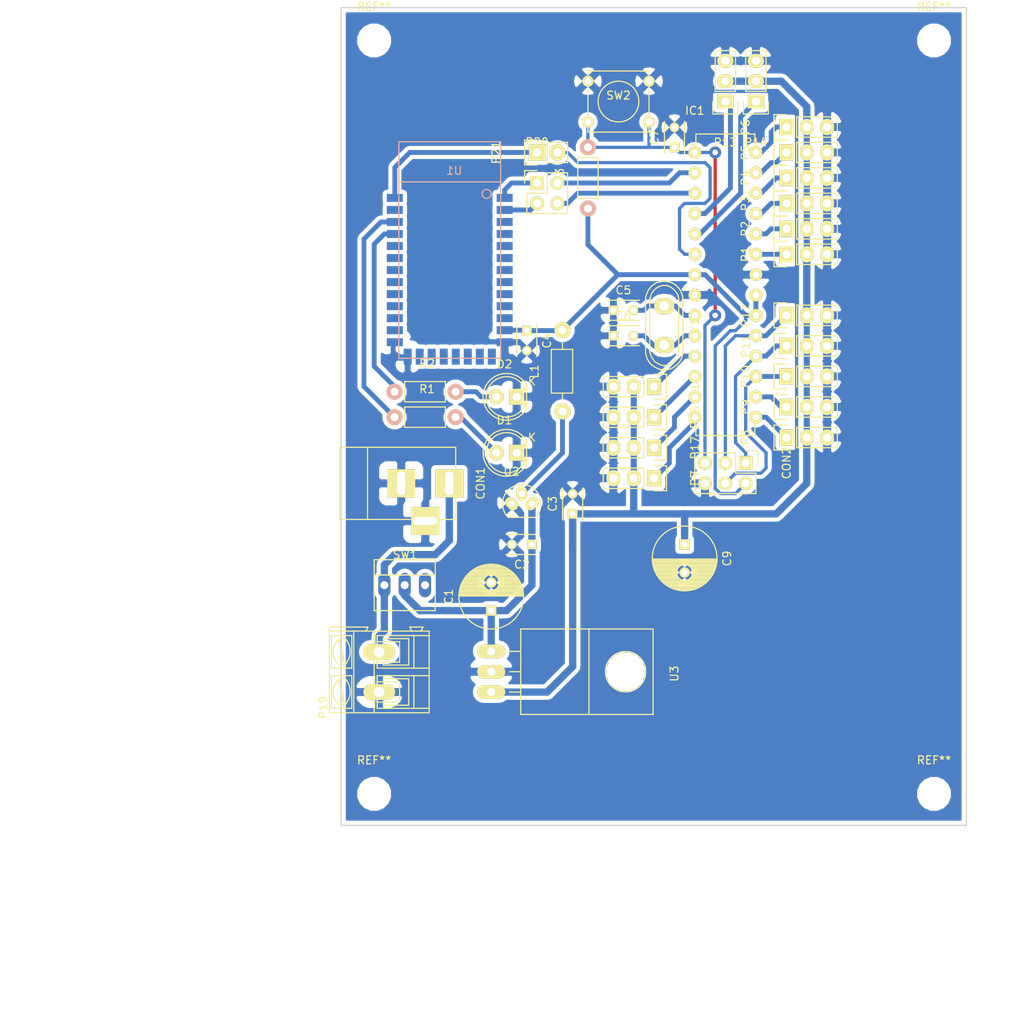
<source format=kicad_pcb>
(kicad_pcb (version 4) (host pcbnew 4.0.4-stable)

  (general
    (links 111)
    (no_connects 0)
    (area 58.435716 27.845 185.452143 157.700001)
    (thickness 1.6)
    (drawings 12)
    (tracks 212)
    (zones 0)
    (modules 47)
    (nets 61)
  )

  (page A4)
  (layers
    (0 F.Cu signal)
    (31 B.Cu signal)
    (32 B.Adhes user)
    (33 F.Adhes user)
    (34 B.Paste user)
    (35 F.Paste user)
    (36 B.SilkS user)
    (37 F.SilkS user)
    (38 B.Mask user)
    (39 F.Mask user)
    (40 Dwgs.User user)
    (41 Cmts.User user)
    (42 Eco1.User user)
    (43 Eco2.User user)
    (44 Edge.Cuts user)
    (45 Margin user)
    (46 B.CrtYd user)
    (47 F.CrtYd user)
    (48 B.Fab user)
    (49 F.Fab user)
  )

  (setup
    (last_trace_width 0.6096)
    (trace_clearance 0.2)
    (zone_clearance 0.508)
    (zone_45_only yes)
    (trace_min 0.4)
    (segment_width 0.2)
    (edge_width 0.15)
    (via_size 0.6)
    (via_drill 0.4)
    (via_min_size 0.4)
    (via_min_drill 0.3)
    (uvia_size 0.3)
    (uvia_drill 0.1)
    (uvias_allowed no)
    (uvia_min_size 0.2)
    (uvia_min_drill 0.1)
    (pcb_text_width 0.3)
    (pcb_text_size 1.5 1.5)
    (mod_edge_width 0.15)
    (mod_text_size 1 1)
    (mod_text_width 0.15)
    (pad_size 1.6 1.6)
    (pad_drill 0.8)
    (pad_to_mask_clearance 0.2)
    (aux_axis_origin 0 0)
    (grid_origin 248.92 34.925)
    (visible_elements 7FFFFFFF)
    (pcbplotparams
      (layerselection 0x00000_80000000)
      (usegerberextensions false)
      (excludeedgelayer false)
      (linewidth 0.100000)
      (plotframeref false)
      (viasonmask false)
      (mode 1)
      (useauxorigin false)
      (hpglpennumber 1)
      (hpglpenspeed 20)
      (hpglpendiameter 15)
      (hpglpenoverlay 2)
      (psnegative false)
      (psa4output false)
      (plotreference false)
      (plotvalue false)
      (plotinvisibletext false)
      (padsonsilk false)
      (subtractmaskfromsilk false)
      (outputformat 4)
      (mirror false)
      (drillshape 2)
      (scaleselection 1)
      (outputdirectory ""))
  )

  (net 0 "")
  (net 1 "Net-(C1-Pad1)")
  (net 2 GND)
  (net 3 +5V)
  (net 4 +3V3)
  (net 5 "Net-(C5-Pad2)")
  (net 6 "Net-(C6-Pad2)")
  (net 7 "Net-(CON1-Pad1)")
  (net 8 MISO)
  (net 9 SCK)
  (net 10 MOSI)
  (net 11 RST)
  (net 12 "Net-(D1-Pad2)")
  (net 13 "Net-(D2-Pad2)")
  (net 14 Tx_Bt)
  (net 15 Rx_Bt)
  (net 16 KEY)
  (net 17 "Net-(R1-Pad1)")
  (net 18 "Net-(R2-Pad1)")
  (net 19 "Net-(U1-Pad3)")
  (net 20 "Net-(U1-Pad4)")
  (net 21 "Net-(U1-Pad5)")
  (net 22 "Net-(U1-Pad6)")
  (net 23 "Net-(U1-Pad7)")
  (net 24 "Net-(U1-Pad8)")
  (net 25 "Net-(U1-Pad9)")
  (net 26 "Net-(U1-Pad10)")
  (net 27 "Net-(U1-Pad11)")
  (net 28 "Net-(U1-Pad15)")
  (net 29 "Net-(U1-Pad16)")
  (net 30 "Net-(U1-Pad17)")
  (net 31 "Net-(U1-Pad18)")
  (net 32 "Net-(U1-Pad19)")
  (net 33 "Net-(U1-Pad20)")
  (net 34 "Net-(U1-Pad23)")
  (net 35 "Net-(U1-Pad24)")
  (net 36 "Net-(U1-Pad25)")
  (net 37 "Net-(U1-Pad26)")
  (net 38 "Net-(U1-Pad27)")
  (net 39 "Net-(U1-Pad28)")
  (net 40 "Net-(U1-Pad29)")
  (net 41 "Net-(U1-Pad30)")
  (net 42 "Net-(U1-Pad33)")
  (net 43 PC0)
  (net 44 PC1)
  (net 45 PC2)
  (net 46 PC3)
  (net 47 PC4)
  (net 48 PC5)
  (net 49 PB0)
  (net 50 PB1)
  (net 51 PB2)
  (net 52 PD2)
  (net 53 PD3)
  (net 54 PD5)
  (net 55 PD6)
  (net 56 PD7)
  (net 57 "Net-(L1-Pad1)")
  (net 58 "Net-(P21-Pad1)")
  (net 59 "Net-(P20-Pad1)")
  (net 60 "Net-(P20-Pad3)")

  (net_class Default "To jest domyślna klasa połączeń."
    (clearance 0.2)
    (trace_width 0.6096)
    (via_dia 0.6)
    (via_drill 0.4)
    (uvia_dia 0.3)
    (uvia_drill 0.1)
    (add_net +3V3)
    (add_net "Net-(C5-Pad2)")
    (add_net "Net-(C6-Pad2)")
    (add_net "Net-(D1-Pad2)")
    (add_net "Net-(D2-Pad2)")
    (add_net "Net-(L1-Pad1)")
    (add_net "Net-(P20-Pad1)")
    (add_net "Net-(P20-Pad3)")
    (add_net "Net-(P21-Pad1)")
    (add_net "Net-(R1-Pad1)")
    (add_net "Net-(R2-Pad1)")
    (add_net "Net-(U1-Pad10)")
    (add_net "Net-(U1-Pad11)")
    (add_net "Net-(U1-Pad15)")
    (add_net "Net-(U1-Pad16)")
    (add_net "Net-(U1-Pad17)")
    (add_net "Net-(U1-Pad18)")
    (add_net "Net-(U1-Pad19)")
    (add_net "Net-(U1-Pad20)")
    (add_net "Net-(U1-Pad23)")
    (add_net "Net-(U1-Pad24)")
    (add_net "Net-(U1-Pad25)")
    (add_net "Net-(U1-Pad26)")
    (add_net "Net-(U1-Pad27)")
    (add_net "Net-(U1-Pad28)")
    (add_net "Net-(U1-Pad29)")
    (add_net "Net-(U1-Pad3)")
    (add_net "Net-(U1-Pad30)")
    (add_net "Net-(U1-Pad33)")
    (add_net "Net-(U1-Pad4)")
    (add_net "Net-(U1-Pad5)")
    (add_net "Net-(U1-Pad6)")
    (add_net "Net-(U1-Pad7)")
    (add_net "Net-(U1-Pad8)")
    (add_net "Net-(U1-Pad9)")
    (add_net PB0)
    (add_net PB1)
    (add_net PB2)
    (add_net PC0)
    (add_net PC1)
    (add_net PC2)
    (add_net PC3)
    (add_net PC4)
    (add_net PC5)
    (add_net PD2)
    (add_net PD3)
    (add_net PD5)
    (add_net PD6)
    (add_net PD7)
    (add_net Rx_Bt)
    (add_net Tx_Bt)
  )

  (net_class Vcc ""
    (clearance 0.2)
    (trace_width 0.9144)
    (via_dia 0.6)
    (via_drill 0.4)
    (uvia_dia 0.3)
    (uvia_drill 0.1)
    (add_net +5V)
    (add_net "Net-(C1-Pad1)")
    (add_net "Net-(CON1-Pad1)")
  )

  (net_class small ""
    (clearance 0.2)
    (trace_width 0.4064)
    (via_dia 1.5)
    (via_drill 0.7)
    (uvia_dia 0.3)
    (uvia_drill 0.1)
    (add_net GND)
    (add_net KEY)
    (add_net MISO)
    (add_net MOSI)
    (add_net RST)
    (add_net SCK)
  )

  (module Housings_DIP:DIP-28_W7.62mm (layer F.Cu) (tedit 57308D29) (tstamp 5730899F)
    (at 146.05 46.99)
    (descr "28-lead dip package, row spacing 7.62 mm (300 mils)")
    (tags "dil dip 2.54 300")
    (path /56E6BB33)
    (fp_text reference IC1 (at 0 -5.22) (layer F.SilkS)
      (effects (font (size 1 1) (thickness 0.15)))
    )
    (fp_text value ATMEGA8A-P (at 0 -3.72) (layer F.Fab)
      (effects (font (size 1 1) (thickness 0.15)))
    )
    (fp_line (start -1.05 -2.45) (end -1.05 35.5) (layer F.CrtYd) (width 0.05))
    (fp_line (start 8.65 -2.45) (end 8.65 35.5) (layer F.CrtYd) (width 0.05))
    (fp_line (start -1.05 -2.45) (end 8.65 -2.45) (layer F.CrtYd) (width 0.05))
    (fp_line (start -1.05 35.5) (end 8.65 35.5) (layer F.CrtYd) (width 0.05))
    (fp_line (start 0.135 -2.295) (end 0.135 -1.025) (layer F.SilkS) (width 0.15))
    (fp_line (start 7.485 -2.295) (end 7.485 -1.025) (layer F.SilkS) (width 0.15))
    (fp_line (start 7.485 35.315) (end 7.485 34.045) (layer F.SilkS) (width 0.15))
    (fp_line (start 0.135 35.315) (end 0.135 34.045) (layer F.SilkS) (width 0.15))
    (fp_line (start 0.135 -2.295) (end 7.485 -2.295) (layer F.SilkS) (width 0.15))
    (fp_line (start 0.135 35.315) (end 7.485 35.315) (layer F.SilkS) (width 0.15))
    (fp_line (start 0.135 -1.025) (end -0.8 -1.025) (layer F.SilkS) (width 0.15))
    (pad 1 thru_hole oval (at 0 0) (size 1.6 1.6) (drill 0.8) (layers *.Cu *.Mask F.SilkS)
      (net 11 RST))
    (pad 2 thru_hole oval (at 0 2.54) (size 1.6 1.6) (drill 0.8) (layers *.Cu *.Mask F.SilkS)
      (net 14 Tx_Bt))
    (pad 3 thru_hole oval (at 0 5.08) (size 1.6 1.6) (drill 0.8) (layers *.Cu *.Mask F.SilkS)
      (net 15 Rx_Bt))
    (pad 4 thru_hole oval (at 0 7.62) (size 1.6 1.6) (drill 0.8) (layers *.Cu *.Mask F.SilkS)
      (net 52 PD2))
    (pad 5 thru_hole oval (at 0 10.16) (size 1.6 1.6) (drill 0.8) (layers *.Cu *.Mask F.SilkS)
      (net 53 PD3))
    (pad 6 thru_hole oval (at 0 12.7) (size 1.6 1.6) (drill 0.8) (layers *.Cu *.Mask F.SilkS)
      (net 16 KEY))
    (pad 7 thru_hole oval (at 0 15.24) (size 1.6 1.6) (drill 0.8) (layers *.Cu *.Mask F.SilkS)
      (net 4 +3V3))
    (pad 8 thru_hole oval (at 0 17.78) (size 1.6 1.6) (drill 0.8) (layers *.Cu *.Mask F.SilkS)
      (net 2 GND))
    (pad 9 thru_hole oval (at 0 20.32) (size 1.6 1.6) (drill 0.8) (layers *.Cu *.Mask F.SilkS)
      (net 5 "Net-(C5-Pad2)"))
    (pad 10 thru_hole oval (at 0 22.86) (size 1.6 1.6) (drill 0.8) (layers *.Cu *.Mask F.SilkS)
      (net 6 "Net-(C6-Pad2)"))
    (pad 11 thru_hole oval (at 0 25.4) (size 1.6 1.6) (drill 0.8) (layers *.Cu *.Mask F.SilkS)
      (net 54 PD5))
    (pad 12 thru_hole oval (at 0 27.94) (size 1.6 1.6) (drill 0.8) (layers *.Cu *.Mask F.SilkS)
      (net 55 PD6))
    (pad 13 thru_hole oval (at 0 30.48) (size 1.6 1.6) (drill 0.8) (layers *.Cu *.Mask F.SilkS)
      (net 56 PD7))
    (pad 14 thru_hole oval (at 0 33.02) (size 1.6 1.6) (drill 0.8) (layers *.Cu *.Mask F.SilkS)
      (net 49 PB0))
    (pad 15 thru_hole oval (at 7.62 33.02) (size 1.6 1.6) (drill 0.8) (layers *.Cu *.Mask F.SilkS)
      (net 50 PB1))
    (pad 16 thru_hole oval (at 7.62 30.48) (size 1.6 1.6) (drill 0.8) (layers *.Cu *.Mask F.SilkS)
      (net 51 PB2))
    (pad 17 thru_hole oval (at 7.62 27.94) (size 1.6 1.6) (drill 0.8) (layers *.Cu *.Mask F.SilkS)
      (net 10 MOSI))
    (pad 18 thru_hole oval (at 7.62 25.4) (size 1.6 1.6) (drill 0.8) (layers *.Cu *.Mask F.SilkS)
      (net 8 MISO))
    (pad 19 thru_hole oval (at 7.62 22.86) (size 1.6 1.6) (drill 0.8) (layers *.Cu *.Mask F.SilkS)
      (net 9 SCK))
    (pad 20 thru_hole oval (at 7.62 20.32) (size 1.6 1.6) (drill 0.8) (layers *.Cu *.Mask F.SilkS)
      (net 4 +3V3))
    (pad 21 thru_hole oval (at 7.62 17.78) (size 1.6 1.6) (drill 0.8) (layers *.Cu *.Mask F.SilkS)
      (net 4 +3V3))
    (pad 22 thru_hole oval (at 7.62 15.24) (size 1.6 1.6) (drill 0.8) (layers *.Cu *.Mask F.SilkS)
      (net 2 GND))
    (pad 23 thru_hole oval (at 7.62 12.7) (size 1.6 1.6) (drill 0.8) (layers *.Cu *.Mask F.SilkS)
      (net 43 PC0))
    (pad 24 thru_hole oval (at 7.62 10.16) (size 1.6 1.6) (drill 0.8) (layers *.Cu *.Mask F.SilkS)
      (net 44 PC1))
    (pad 25 thru_hole oval (at 7.62 7.62) (size 1.6 1.6) (drill 0.8) (layers *.Cu *.Mask F.SilkS)
      (net 45 PC2))
    (pad 26 thru_hole oval (at 7.62 5.08) (size 1.6 1.6) (drill 0.8) (layers *.Cu *.Mask F.SilkS)
      (net 46 PC3))
    (pad 27 thru_hole oval (at 7.62 2.54) (size 1.6 1.6) (drill 0.8) (layers *.Cu *.Mask F.SilkS)
      (net 47 PC4))
    (pad 28 thru_hole oval (at 7.62 0) (size 1.6 1.6) (drill 0.8) (layers *.Cu *.Mask F.SilkS)
      (net 48 PC5))
    (model Housings_DIP.3dshapes/DIP-28_W7.62mm.wrl
      (at (xyz 0 0 0))
      (scale (xyz 1 1 1))
      (rotate (xyz 0 0 0))
    )
  )

  (module Capacitors_ThroughHole:C_Rect_L4_W2.5_P2.5 (layer F.Cu) (tedit 0) (tstamp 5730894A)
    (at 125.73 95.885 180)
    (descr "Film Capacitor Length 4mm x Width 2.5mm, Pitch 2.5mm")
    (tags Capacitor)
    (path /570BAA3B)
    (fp_text reference C2 (at 1.25 -2.5 180) (layer F.SilkS)
      (effects (font (size 1 1) (thickness 0.15)))
    )
    (fp_text value 100n (at 1.25 2.5 180) (layer F.Fab)
      (effects (font (size 1 1) (thickness 0.15)))
    )
    (fp_line (start -1 -1.5) (end 3.5 -1.5) (layer F.CrtYd) (width 0.05))
    (fp_line (start 3.5 -1.5) (end 3.5 1.5) (layer F.CrtYd) (width 0.05))
    (fp_line (start 3.5 1.5) (end -1 1.5) (layer F.CrtYd) (width 0.05))
    (fp_line (start -1 1.5) (end -1 -1.5) (layer F.CrtYd) (width 0.05))
    (fp_line (start -0.75 -1.25) (end 3.25 -1.25) (layer F.SilkS) (width 0.15))
    (fp_line (start -0.75 1.25) (end 3.25 1.25) (layer F.SilkS) (width 0.15))
    (pad 1 thru_hole rect (at 0 0 180) (size 1.2 1.2) (drill 0.7) (layers *.Cu *.Mask F.SilkS)
      (net 1 "Net-(C1-Pad1)"))
    (pad 2 thru_hole circle (at 2.5 0 180) (size 1.2 1.2) (drill 0.7) (layers *.Cu *.Mask F.SilkS)
      (net 2 GND))
  )

  (module Capacitors_ThroughHole:C_Rect_L4_W2.5_P2.5 (layer F.Cu) (tedit 0) (tstamp 57308950)
    (at 130.81 92.075 90)
    (descr "Film Capacitor Length 4mm x Width 2.5mm, Pitch 2.5mm")
    (tags Capacitor)
    (path /570BAF1C)
    (fp_text reference C3 (at 1.25 -2.5 90) (layer F.SilkS)
      (effects (font (size 1 1) (thickness 0.15)))
    )
    (fp_text value 100n (at 1.25 2.5 90) (layer F.Fab)
      (effects (font (size 1 1) (thickness 0.15)))
    )
    (fp_line (start -1 -1.5) (end 3.5 -1.5) (layer F.CrtYd) (width 0.05))
    (fp_line (start 3.5 -1.5) (end 3.5 1.5) (layer F.CrtYd) (width 0.05))
    (fp_line (start 3.5 1.5) (end -1 1.5) (layer F.CrtYd) (width 0.05))
    (fp_line (start -1 1.5) (end -1 -1.5) (layer F.CrtYd) (width 0.05))
    (fp_line (start -0.75 -1.25) (end 3.25 -1.25) (layer F.SilkS) (width 0.15))
    (fp_line (start -0.75 1.25) (end 3.25 1.25) (layer F.SilkS) (width 0.15))
    (pad 1 thru_hole rect (at 0 0 90) (size 1.2 1.2) (drill 0.7) (layers *.Cu *.Mask F.SilkS)
      (net 3 +5V))
    (pad 2 thru_hole circle (at 2.5 0 90) (size 1.2 1.2) (drill 0.7) (layers *.Cu *.Mask F.SilkS)
      (net 2 GND))
  )

  (module Capacitors_ThroughHole:C_Rect_L4_W2.5_P2.5 (layer F.Cu) (tedit 0) (tstamp 57308956)
    (at 125.095 69.215 270)
    (descr "Film Capacitor Length 4mm x Width 2.5mm, Pitch 2.5mm")
    (tags Capacitor)
    (path /570BAA73)
    (fp_text reference C4 (at 1.25 -2.5 270) (layer F.SilkS)
      (effects (font (size 1 1) (thickness 0.15)))
    )
    (fp_text value 100n (at 1.25 2.5 270) (layer F.Fab)
      (effects (font (size 1 1) (thickness 0.15)))
    )
    (fp_line (start -1 -1.5) (end 3.5 -1.5) (layer F.CrtYd) (width 0.05))
    (fp_line (start 3.5 -1.5) (end 3.5 1.5) (layer F.CrtYd) (width 0.05))
    (fp_line (start 3.5 1.5) (end -1 1.5) (layer F.CrtYd) (width 0.05))
    (fp_line (start -1 1.5) (end -1 -1.5) (layer F.CrtYd) (width 0.05))
    (fp_line (start -0.75 -1.25) (end 3.25 -1.25) (layer F.SilkS) (width 0.15))
    (fp_line (start -0.75 1.25) (end 3.25 1.25) (layer F.SilkS) (width 0.15))
    (pad 1 thru_hole rect (at 0 0 270) (size 1.2 1.2) (drill 0.7) (layers *.Cu *.Mask F.SilkS)
      (net 4 +3V3))
    (pad 2 thru_hole circle (at 2.5 0 270) (size 1.2 1.2) (drill 0.7) (layers *.Cu *.Mask F.SilkS)
      (net 2 GND))
  )

  (module Capacitors_ThroughHole:C_Rect_L4_W2.5_P2.5 (layer F.Cu) (tedit 0) (tstamp 5730895C)
    (at 135.89 66.675)
    (descr "Film Capacitor Length 4mm x Width 2.5mm, Pitch 2.5mm")
    (tags Capacitor)
    (path /570BA497)
    (fp_text reference C5 (at 1.25 -2.5) (layer F.SilkS)
      (effects (font (size 1 1) (thickness 0.15)))
    )
    (fp_text value 22p (at 1.25 2.5) (layer F.Fab)
      (effects (font (size 1 1) (thickness 0.15)))
    )
    (fp_line (start -1 -1.5) (end 3.5 -1.5) (layer F.CrtYd) (width 0.05))
    (fp_line (start 3.5 -1.5) (end 3.5 1.5) (layer F.CrtYd) (width 0.05))
    (fp_line (start 3.5 1.5) (end -1 1.5) (layer F.CrtYd) (width 0.05))
    (fp_line (start -1 1.5) (end -1 -1.5) (layer F.CrtYd) (width 0.05))
    (fp_line (start -0.75 -1.25) (end 3.25 -1.25) (layer F.SilkS) (width 0.15))
    (fp_line (start -0.75 1.25) (end 3.25 1.25) (layer F.SilkS) (width 0.15))
    (pad 1 thru_hole rect (at 0 0) (size 1.2 1.2) (drill 0.7) (layers *.Cu *.Mask F.SilkS)
      (net 2 GND))
    (pad 2 thru_hole circle (at 2.5 0) (size 1.2 1.2) (drill 0.7) (layers *.Cu *.Mask F.SilkS)
      (net 5 "Net-(C5-Pad2)"))
  )

  (module Capacitors_ThroughHole:C_Rect_L4_W2.5_P2.5 (layer F.Cu) (tedit 0) (tstamp 57308962)
    (at 135.89 69.85)
    (descr "Film Capacitor Length 4mm x Width 2.5mm, Pitch 2.5mm")
    (tags Capacitor)
    (path /570BA4F8)
    (fp_text reference C6 (at 1.25 -2.5) (layer F.SilkS)
      (effects (font (size 1 1) (thickness 0.15)))
    )
    (fp_text value 22p (at 1.25 2.5) (layer F.Fab)
      (effects (font (size 1 1) (thickness 0.15)))
    )
    (fp_line (start -1 -1.5) (end 3.5 -1.5) (layer F.CrtYd) (width 0.05))
    (fp_line (start 3.5 -1.5) (end 3.5 1.5) (layer F.CrtYd) (width 0.05))
    (fp_line (start 3.5 1.5) (end -1 1.5) (layer F.CrtYd) (width 0.05))
    (fp_line (start -1 1.5) (end -1 -1.5) (layer F.CrtYd) (width 0.05))
    (fp_line (start -0.75 -1.25) (end 3.25 -1.25) (layer F.SilkS) (width 0.15))
    (fp_line (start -0.75 1.25) (end 3.25 1.25) (layer F.SilkS) (width 0.15))
    (pad 1 thru_hole rect (at 0 0) (size 1.2 1.2) (drill 0.7) (layers *.Cu *.Mask F.SilkS)
      (net 2 GND))
    (pad 2 thru_hole circle (at 2.5 0) (size 1.2 1.2) (drill 0.7) (layers *.Cu *.Mask F.SilkS)
      (net 6 "Net-(C6-Pad2)"))
  )

  (module Connect:BARREL_JACK (layer F.Cu) (tedit 0) (tstamp 57308969)
    (at 109.22 88.265)
    (descr "DC Barrel Jack")
    (tags "Power Jack")
    (path /570BA880)
    (fp_text reference CON1 (at 10.09904 0 90) (layer F.SilkS)
      (effects (font (size 1 1) (thickness 0.15)))
    )
    (fp_text value BARREL_JACK (at 0 -5.99948) (layer F.Fab)
      (effects (font (size 1 1) (thickness 0.15)))
    )
    (fp_line (start -4.0005 -4.50088) (end -4.0005 4.50088) (layer F.SilkS) (width 0.15))
    (fp_line (start -7.50062 -4.50088) (end -7.50062 4.50088) (layer F.SilkS) (width 0.15))
    (fp_line (start -7.50062 4.50088) (end 7.00024 4.50088) (layer F.SilkS) (width 0.15))
    (fp_line (start 7.00024 4.50088) (end 7.00024 -4.50088) (layer F.SilkS) (width 0.15))
    (fp_line (start 7.00024 -4.50088) (end -7.50062 -4.50088) (layer F.SilkS) (width 0.15))
    (pad 1 thru_hole rect (at 6.20014 0) (size 3.50012 3.50012) (drill oval 1.00076 2.99974) (layers *.Cu *.Mask F.SilkS)
      (net 7 "Net-(CON1-Pad1)"))
    (pad 2 thru_hole rect (at 0.20066 0) (size 3.50012 3.50012) (drill oval 1.00076 2.99974) (layers *.Cu *.Mask F.SilkS)
      (net 2 GND))
    (pad 3 thru_hole rect (at 3.2004 4.699) (size 3.50012 3.50012) (drill oval 2.99974 1.00076) (layers *.Cu *.Mask F.SilkS)
      (net 2 GND))
  )

  (module Pin_Headers:Pin_Header_Straight_2x03 (layer F.Cu) (tedit 54EA0A4B) (tstamp 57308973)
    (at 152.4 85.725 270)
    (descr "Through hole pin header")
    (tags "pin header")
    (path /570C13F6)
    (fp_text reference CON2 (at 0 -5.1 270) (layer F.SilkS)
      (effects (font (size 1 1) (thickness 0.15)))
    )
    (fp_text value AVR-ISP-6 (at 0 -3.1 270) (layer F.Fab)
      (effects (font (size 1 1) (thickness 0.15)))
    )
    (fp_line (start -1.27 1.27) (end -1.27 6.35) (layer F.SilkS) (width 0.15))
    (fp_line (start -1.55 -1.55) (end 0 -1.55) (layer F.SilkS) (width 0.15))
    (fp_line (start -1.75 -1.75) (end -1.75 6.85) (layer F.CrtYd) (width 0.05))
    (fp_line (start 4.3 -1.75) (end 4.3 6.85) (layer F.CrtYd) (width 0.05))
    (fp_line (start -1.75 -1.75) (end 4.3 -1.75) (layer F.CrtYd) (width 0.05))
    (fp_line (start -1.75 6.85) (end 4.3 6.85) (layer F.CrtYd) (width 0.05))
    (fp_line (start 1.27 -1.27) (end 1.27 1.27) (layer F.SilkS) (width 0.15))
    (fp_line (start 1.27 1.27) (end -1.27 1.27) (layer F.SilkS) (width 0.15))
    (fp_line (start -1.27 6.35) (end 3.81 6.35) (layer F.SilkS) (width 0.15))
    (fp_line (start 3.81 6.35) (end 3.81 1.27) (layer F.SilkS) (width 0.15))
    (fp_line (start -1.55 -1.55) (end -1.55 0) (layer F.SilkS) (width 0.15))
    (fp_line (start 3.81 -1.27) (end 1.27 -1.27) (layer F.SilkS) (width 0.15))
    (fp_line (start 3.81 1.27) (end 3.81 -1.27) (layer F.SilkS) (width 0.15))
    (pad 1 thru_hole rect (at 0 0 270) (size 1.7272 1.7272) (drill 1.016) (layers *.Cu *.Mask F.SilkS)
      (net 8 MISO))
    (pad 2 thru_hole oval (at 2.54 0 270) (size 1.7272 1.7272) (drill 1.016) (layers *.Cu *.Mask F.SilkS)
      (net 4 +3V3))
    (pad 3 thru_hole oval (at 0 2.54 270) (size 1.7272 1.7272) (drill 1.016) (layers *.Cu *.Mask F.SilkS)
      (net 9 SCK))
    (pad 4 thru_hole oval (at 2.54 2.54 270) (size 1.7272 1.7272) (drill 1.016) (layers *.Cu *.Mask F.SilkS)
      (net 10 MOSI))
    (pad 5 thru_hole oval (at 0 5.08 270) (size 1.7272 1.7272) (drill 1.016) (layers *.Cu *.Mask F.SilkS)
      (net 11 RST))
    (pad 6 thru_hole oval (at 2.54 5.08 270) (size 1.7272 1.7272) (drill 1.016) (layers *.Cu *.Mask F.SilkS)
      (net 2 GND))
    (model Pin_Headers.3dshapes/Pin_Header_Straight_2x03.wrl
      (at (xyz 0.05 -0.1 0))
      (scale (xyz 1 1 1))
      (rotate (xyz 0 0 90))
    )
  )

  (module LEDs:LED-5MM (layer F.Cu) (tedit 5570F7EA) (tstamp 57308979)
    (at 123.825 84.455 180)
    (descr "LED 5mm round vertical")
    (tags "LED 5mm round vertical")
    (path /570BC780)
    (fp_text reference D1 (at 1.524 4.064 180) (layer F.SilkS)
      (effects (font (size 1 1) (thickness 0.15)))
    )
    (fp_text value LED (at 1.524 -3.937 180) (layer F.Fab)
      (effects (font (size 1 1) (thickness 0.15)))
    )
    (fp_line (start -1.5 -1.55) (end -1.5 1.55) (layer F.CrtYd) (width 0.05))
    (fp_arc (start 1.3 0) (end -1.5 1.55) (angle -302) (layer F.CrtYd) (width 0.05))
    (fp_arc (start 1.27 0) (end -1.23 -1.5) (angle 297.5) (layer F.SilkS) (width 0.15))
    (fp_line (start -1.23 1.5) (end -1.23 -1.5) (layer F.SilkS) (width 0.15))
    (fp_circle (center 1.27 0) (end 0.97 -2.5) (layer F.SilkS) (width 0.15))
    (fp_text user K (at -1.905 1.905 180) (layer F.SilkS)
      (effects (font (size 1 1) (thickness 0.15)))
    )
    (pad 1 thru_hole rect (at 0 0 270) (size 2 1.9) (drill 1.00076) (layers *.Cu *.Mask F.SilkS)
      (net 2 GND))
    (pad 2 thru_hole circle (at 2.54 0 180) (size 1.9 1.9) (drill 1.00076) (layers *.Cu *.Mask F.SilkS)
      (net 12 "Net-(D1-Pad2)"))
    (model LEDs.3dshapes/LED-5MM.wrl
      (at (xyz 0.05 0 0))
      (scale (xyz 1 1 1))
      (rotate (xyz 0 0 90))
    )
  )

  (module LEDs:LED-5MM (layer F.Cu) (tedit 5570F7EA) (tstamp 5730897F)
    (at 123.825 77.47 180)
    (descr "LED 5mm round vertical")
    (tags "LED 5mm round vertical")
    (path /570BC81C)
    (fp_text reference D2 (at 1.524 4.064 180) (layer F.SilkS)
      (effects (font (size 1 1) (thickness 0.15)))
    )
    (fp_text value LED (at 1.524 -3.937 180) (layer F.Fab)
      (effects (font (size 1 1) (thickness 0.15)))
    )
    (fp_line (start -1.5 -1.55) (end -1.5 1.55) (layer F.CrtYd) (width 0.05))
    (fp_arc (start 1.3 0) (end -1.5 1.55) (angle -302) (layer F.CrtYd) (width 0.05))
    (fp_arc (start 1.27 0) (end -1.23 -1.5) (angle 297.5) (layer F.SilkS) (width 0.15))
    (fp_line (start -1.23 1.5) (end -1.23 -1.5) (layer F.SilkS) (width 0.15))
    (fp_circle (center 1.27 0) (end 0.97 -2.5) (layer F.SilkS) (width 0.15))
    (fp_text user K (at -1.905 1.905 180) (layer F.SilkS)
      (effects (font (size 1 1) (thickness 0.15)))
    )
    (pad 1 thru_hole rect (at 0 0 270) (size 2 1.9) (drill 1.00076) (layers *.Cu *.Mask F.SilkS)
      (net 2 GND))
    (pad 2 thru_hole circle (at 2.54 0 180) (size 1.9 1.9) (drill 1.00076) (layers *.Cu *.Mask F.SilkS)
      (net 13 "Net-(D2-Pad2)"))
    (model LEDs.3dshapes/LED-5MM.wrl
      (at (xyz 0.05 0 0))
      (scale (xyz 1 1 1))
      (rotate (xyz 0 0 90))
    )
  )

  (module Resistors_ThroughHole:Resistor_Horizontal_RM7mm (layer F.Cu) (tedit 569FCF07) (tstamp 573089A5)
    (at 108.585 80.01)
    (descr "Resistor, Axial,  RM 7.62mm, 1/3W,")
    (tags "Resistor Axial RM 7.62mm 1/3W R3")
    (path /570BCBD4)
    (fp_text reference R1 (at 4.05892 -3.50012) (layer F.SilkS)
      (effects (font (size 1 1) (thickness 0.15)))
    )
    (fp_text value 470 (at 3.81 3.81) (layer F.Fab)
      (effects (font (size 1 1) (thickness 0.15)))
    )
    (fp_line (start -1.25 -1.5) (end 8.85 -1.5) (layer F.CrtYd) (width 0.05))
    (fp_line (start -1.25 1.5) (end -1.25 -1.5) (layer F.CrtYd) (width 0.05))
    (fp_line (start 8.85 -1.5) (end 8.85 1.5) (layer F.CrtYd) (width 0.05))
    (fp_line (start -1.25 1.5) (end 8.85 1.5) (layer F.CrtYd) (width 0.05))
    (fp_line (start 1.27 -1.27) (end 6.35 -1.27) (layer F.SilkS) (width 0.15))
    (fp_line (start 6.35 -1.27) (end 6.35 1.27) (layer F.SilkS) (width 0.15))
    (fp_line (start 6.35 1.27) (end 1.27 1.27) (layer F.SilkS) (width 0.15))
    (fp_line (start 1.27 1.27) (end 1.27 -1.27) (layer F.SilkS) (width 0.15))
    (pad 1 thru_hole circle (at 0 0) (size 1.99898 1.99898) (drill 1.00076) (layers *.Cu *.SilkS *.Mask)
      (net 17 "Net-(R1-Pad1)"))
    (pad 2 thru_hole circle (at 7.62 0) (size 1.99898 1.99898) (drill 1.00076) (layers *.Cu *.SilkS *.Mask)
      (net 12 "Net-(D1-Pad2)"))
  )

  (module Resistors_ThroughHole:Resistor_Horizontal_RM7mm (layer F.Cu) (tedit 569FCF07) (tstamp 573089AB)
    (at 108.585 76.835)
    (descr "Resistor, Axial,  RM 7.62mm, 1/3W,")
    (tags "Resistor Axial RM 7.62mm 1/3W R3")
    (path /570BD151)
    (fp_text reference R2 (at 4.05892 -3.50012) (layer F.SilkS)
      (effects (font (size 1 1) (thickness 0.15)))
    )
    (fp_text value 470 (at 3.81 3.81) (layer F.Fab)
      (effects (font (size 1 1) (thickness 0.15)))
    )
    (fp_line (start -1.25 -1.5) (end 8.85 -1.5) (layer F.CrtYd) (width 0.05))
    (fp_line (start -1.25 1.5) (end -1.25 -1.5) (layer F.CrtYd) (width 0.05))
    (fp_line (start 8.85 -1.5) (end 8.85 1.5) (layer F.CrtYd) (width 0.05))
    (fp_line (start -1.25 1.5) (end 8.85 1.5) (layer F.CrtYd) (width 0.05))
    (fp_line (start 1.27 -1.27) (end 6.35 -1.27) (layer F.SilkS) (width 0.15))
    (fp_line (start 6.35 -1.27) (end 6.35 1.27) (layer F.SilkS) (width 0.15))
    (fp_line (start 6.35 1.27) (end 1.27 1.27) (layer F.SilkS) (width 0.15))
    (fp_line (start 1.27 1.27) (end 1.27 -1.27) (layer F.SilkS) (width 0.15))
    (pad 1 thru_hole circle (at 0 0) (size 1.99898 1.99898) (drill 1.00076) (layers *.Cu *.SilkS *.Mask)
      (net 18 "Net-(R2-Pad1)"))
    (pad 2 thru_hole circle (at 7.62 0) (size 1.99898 1.99898) (drill 1.00076) (layers *.Cu *.SilkS *.Mask)
      (net 13 "Net-(D2-Pad2)"))
  )

  (module Resistors_ThroughHole:Resistor_Horizontal_RM7mm (layer F.Cu) (tedit 569FCF07) (tstamp 573089B1)
    (at 132.715 53.975 90)
    (descr "Resistor, Axial,  RM 7.62mm, 1/3W,")
    (tags "Resistor Axial RM 7.62mm 1/3W R3")
    (path /570BB8D0)
    (fp_text reference R3 (at 4.05892 -3.50012 90) (layer F.SilkS)
      (effects (font (size 1 1) (thickness 0.15)))
    )
    (fp_text value 4k7 (at 3.81 3.81 90) (layer F.Fab)
      (effects (font (size 1 1) (thickness 0.15)))
    )
    (fp_line (start -1.25 -1.5) (end 8.85 -1.5) (layer F.CrtYd) (width 0.05))
    (fp_line (start -1.25 1.5) (end -1.25 -1.5) (layer F.CrtYd) (width 0.05))
    (fp_line (start 8.85 -1.5) (end 8.85 1.5) (layer F.CrtYd) (width 0.05))
    (fp_line (start -1.25 1.5) (end 8.85 1.5) (layer F.CrtYd) (width 0.05))
    (fp_line (start 1.27 -1.27) (end 6.35 -1.27) (layer F.SilkS) (width 0.15))
    (fp_line (start 6.35 -1.27) (end 6.35 1.27) (layer F.SilkS) (width 0.15))
    (fp_line (start 6.35 1.27) (end 1.27 1.27) (layer F.SilkS) (width 0.15))
    (fp_line (start 1.27 1.27) (end 1.27 -1.27) (layer F.SilkS) (width 0.15))
    (pad 1 thru_hole circle (at 0 0 90) (size 1.99898 1.99898) (drill 1.00076) (layers *.Cu *.SilkS *.Mask)
      (net 4 +3V3))
    (pad 2 thru_hole circle (at 7.62 0 90) (size 1.99898 1.99898) (drill 1.00076) (layers *.Cu *.SilkS *.Mask)
      (net 11 RST))
  )

  (module TO_SOT_Packages_THT:TO-92_Molded_Narrow_Oval (layer F.Cu) (tedit 54F24320) (tstamp 573089ED)
    (at 123.19 90.805)
    (descr "TO-92 leads molded, narrow, oval pads, drill 0.8mm (see NXP sot054_po.pdf)")
    (tags "to-92 sc-43 sc-43a sot54 PA33 transistor")
    (path /570B99A5)
    (fp_text reference U2 (at 0 -4) (layer F.SilkS)
      (effects (font (size 1 1) (thickness 0.15)))
    )
    (fp_text value APE8865N-33-HF-3 (at 0 3 180) (layer F.Fab)
      (effects (font (size 1 1) (thickness 0.15)))
    )
    (fp_line (start -1.4 1.95) (end -1.4 -2.65) (layer F.CrtYd) (width 0.05))
    (fp_line (start -1.4 1.95) (end 3.95 1.95) (layer F.CrtYd) (width 0.05))
    (fp_line (start -0.43 1.7) (end 2.97 1.7) (layer F.SilkS) (width 0.15))
    (fp_arc (start 1.27 0) (end 1.27 -2.4) (angle -135) (layer F.SilkS) (width 0.15))
    (fp_arc (start 1.27 0) (end 1.27 -2.4) (angle 135) (layer F.SilkS) (width 0.15))
    (fp_line (start -1.4 -2.65) (end 3.95 -2.65) (layer F.CrtYd) (width 0.05))
    (fp_line (start 3.95 1.95) (end 3.95 -2.65) (layer F.CrtYd) (width 0.05))
    (pad 2 thru_hole oval (at 1.27 -1.27 90) (size 1.80086 1.30048) (drill 0.8) (layers *.Cu *.Mask F.SilkS)
      (net 57 "Net-(L1-Pad1)"))
    (pad 1 thru_hole oval (at 0 0 45) (size 1.30048 1.80086) (drill 0.8) (layers *.Cu *.Mask F.SilkS)
      (net 2 GND))
    (pad 3 thru_hole oval (at 2.54 0 45) (size 1.80086 1.30048) (drill 0.8) (layers *.Cu *.Mask F.SilkS)
      (net 1 "Net-(C1-Pad1)"))
    (model TO_SOT_Packages_THT.3dshapes/TO-92_Molded_Narrow_Oval.wrl
      (at (xyz 0.05 0 0))
      (scale (xyz 1 1 1))
      (rotate (xyz 0 0 -90))
    )
  )

  (module TO_SOT_Packages_THT:TO-220_Neutral123_Horizontal_LargePads (layer F.Cu) (tedit 0) (tstamp 573089F5)
    (at 120.65 111.76 270)
    (descr "TO-220, Neutral, Horizontal, Large Pads,")
    (tags "TO-220, Neutral, Horizontal, Large Pads,")
    (path /570B9D54)
    (fp_text reference U3 (at 0.24892 -22.84984 270) (layer F.SilkS)
      (effects (font (size 1 1) (thickness 0.15)))
    )
    (fp_text value LM_7805 (at -0.20066 4.24942 270) (layer F.Fab)
      (effects (font (size 1 1) (thickness 0.15)))
    )
    (fp_line (start -2.54 -3.683) (end -2.54 -2.286) (layer F.SilkS) (width 0.15))
    (fp_line (start 0 -3.683) (end 0 -2.286) (layer F.SilkS) (width 0.15))
    (fp_line (start 2.54 -3.683) (end 2.54 -2.286) (layer F.SilkS) (width 0.15))
    (fp_circle (center 0 -16.764) (end 1.778 -14.986) (layer F.SilkS) (width 0.15))
    (fp_line (start 5.334 -12.192) (end 5.334 -20.193) (layer F.SilkS) (width 0.15))
    (fp_line (start 5.334 -20.193) (end -5.334 -20.193) (layer F.SilkS) (width 0.15))
    (fp_line (start -5.334 -20.193) (end -5.334 -12.192) (layer F.SilkS) (width 0.15))
    (fp_line (start 5.334 -3.683) (end 5.334 -12.192) (layer F.SilkS) (width 0.15))
    (fp_line (start 5.334 -12.192) (end -5.334 -12.192) (layer F.SilkS) (width 0.15))
    (fp_line (start -5.334 -12.192) (end -5.334 -3.683) (layer F.SilkS) (width 0.15))
    (fp_line (start 0 -3.683) (end -5.334 -3.683) (layer F.SilkS) (width 0.15))
    (fp_line (start 0 -3.683) (end 5.334 -3.683) (layer F.SilkS) (width 0.15))
    (pad 2 thru_hole oval (at 0 0) (size 3.50012 1.69926) (drill 1.00076) (layers *.Cu *.Mask F.SilkS)
      (net 2 GND))
    (pad 1 thru_hole oval (at -2.54 0) (size 3.50012 1.69926) (drill 1.00076) (layers *.Cu *.Mask F.SilkS)
      (net 1 "Net-(C1-Pad1)"))
    (pad 3 thru_hole oval (at 2.54 0) (size 3.50012 1.69926) (drill 1.00076) (layers *.Cu *.Mask F.SilkS)
      (net 3 +5V))
    (pad "" np_thru_hole circle (at 0 -16.764) (size 3.79984 3.79984) (drill 3.79984) (layers *.Cu *.Mask F.SilkS))
    (model TO_SOT_Packages_THT.3dshapes/TO-220_Neutral123_Horizontal_LargePads.wrl
      (at (xyz 0 0 0))
      (scale (xyz 0.3937 0.3937 0.3937))
      (rotate (xyz 0 0 0))
    )
  )

  (module Crystals:Crystal_HC50-U_Vertical (layer F.Cu) (tedit 0) (tstamp 573089FB)
    (at 142.24 68.58 270)
    (descr "Crystal, Quarz, HC50/U, vertical, stehend,")
    (tags "Crystal Quarz HC50/U vertical stehend")
    (path /570BA433)
    (fp_text reference Y1 (at 0 -3.81 270) (layer F.SilkS)
      (effects (font (size 1 1) (thickness 0.15)))
    )
    (fp_text value 16M (at 0 3.81 270) (layer F.Fab)
      (effects (font (size 1 1) (thickness 0.15)))
    )
    (fp_line (start 4.699 -1.00076) (end 4.89966 -0.59944) (layer F.SilkS) (width 0.15))
    (fp_line (start 4.89966 -0.59944) (end 5.00126 0) (layer F.SilkS) (width 0.15))
    (fp_line (start 5.00126 0) (end 4.89966 0.50038) (layer F.SilkS) (width 0.15))
    (fp_line (start 4.89966 0.50038) (end 4.50088 1.19888) (layer F.SilkS) (width 0.15))
    (fp_line (start 4.50088 1.19888) (end 3.8989 1.6002) (layer F.SilkS) (width 0.15))
    (fp_line (start 3.8989 1.6002) (end 3.29946 1.80086) (layer F.SilkS) (width 0.15))
    (fp_line (start 3.29946 1.80086) (end -3.29946 1.80086) (layer F.SilkS) (width 0.15))
    (fp_line (start -3.29946 1.80086) (end -4.0005 1.6002) (layer F.SilkS) (width 0.15))
    (fp_line (start -4.0005 1.6002) (end -4.39928 1.30048) (layer F.SilkS) (width 0.15))
    (fp_line (start -4.39928 1.30048) (end -4.8006 0.8001) (layer F.SilkS) (width 0.15))
    (fp_line (start -4.8006 0.8001) (end -5.00126 0.20066) (layer F.SilkS) (width 0.15))
    (fp_line (start -5.00126 0.20066) (end -5.00126 -0.29972) (layer F.SilkS) (width 0.15))
    (fp_line (start -5.00126 -0.29972) (end -4.8006 -0.8001) (layer F.SilkS) (width 0.15))
    (fp_line (start -4.8006 -0.8001) (end -4.30022 -1.39954) (layer F.SilkS) (width 0.15))
    (fp_line (start -4.30022 -1.39954) (end -3.79984 -1.69926) (layer F.SilkS) (width 0.15))
    (fp_line (start -3.79984 -1.69926) (end -3.29946 -1.80086) (layer F.SilkS) (width 0.15))
    (fp_line (start -3.2004 -1.80086) (end 3.40106 -1.80086) (layer F.SilkS) (width 0.15))
    (fp_line (start 3.40106 -1.80086) (end 3.79984 -1.69926) (layer F.SilkS) (width 0.15))
    (fp_line (start 3.79984 -1.69926) (end 4.30022 -1.39954) (layer F.SilkS) (width 0.15))
    (fp_line (start 4.30022 -1.39954) (end 4.8006 -0.89916) (layer F.SilkS) (width 0.15))
    (fp_line (start -3.19024 -2.32918) (end -3.64998 -2.28092) (layer F.SilkS) (width 0.15))
    (fp_line (start -3.64998 -2.28092) (end -4.04876 -2.16916) (layer F.SilkS) (width 0.15))
    (fp_line (start -4.04876 -2.16916) (end -4.48056 -1.95072) (layer F.SilkS) (width 0.15))
    (fp_line (start -4.48056 -1.95072) (end -4.77012 -1.71958) (layer F.SilkS) (width 0.15))
    (fp_line (start -4.77012 -1.71958) (end -5.10032 -1.36906) (layer F.SilkS) (width 0.15))
    (fp_line (start -5.10032 -1.36906) (end -5.38988 -0.83058) (layer F.SilkS) (width 0.15))
    (fp_line (start -5.38988 -0.83058) (end -5.51942 -0.23114) (layer F.SilkS) (width 0.15))
    (fp_line (start -5.51942 -0.23114) (end -5.51942 0.2794) (layer F.SilkS) (width 0.15))
    (fp_line (start -5.51942 0.2794) (end -5.34924 0.98044) (layer F.SilkS) (width 0.15))
    (fp_line (start -5.34924 0.98044) (end -4.95046 1.56972) (layer F.SilkS) (width 0.15))
    (fp_line (start -4.95046 1.56972) (end -4.49072 1.94056) (layer F.SilkS) (width 0.15))
    (fp_line (start -4.49072 1.94056) (end -4.06908 2.14884) (layer F.SilkS) (width 0.15))
    (fp_line (start -4.06908 2.14884) (end -3.6195 2.30886) (layer F.SilkS) (width 0.15))
    (fp_line (start -3.6195 2.30886) (end -3.18008 2.33934) (layer F.SilkS) (width 0.15))
    (fp_line (start 4.16052 2.1209) (end 4.53898 1.89992) (layer F.SilkS) (width 0.15))
    (fp_line (start 4.53898 1.89992) (end 4.85902 1.62052) (layer F.SilkS) (width 0.15))
    (fp_line (start 4.85902 1.62052) (end 5.11048 1.29032) (layer F.SilkS) (width 0.15))
    (fp_line (start 5.11048 1.29032) (end 5.4102 0.73914) (layer F.SilkS) (width 0.15))
    (fp_line (start 5.4102 0.73914) (end 5.51942 0.26924) (layer F.SilkS) (width 0.15))
    (fp_line (start 5.51942 0.26924) (end 5.53974 -0.1905) (layer F.SilkS) (width 0.15))
    (fp_line (start 5.53974 -0.1905) (end 5.45084 -0.65024) (layer F.SilkS) (width 0.15))
    (fp_line (start 5.45084 -0.65024) (end 5.26034 -1.09982) (layer F.SilkS) (width 0.15))
    (fp_line (start 5.26034 -1.09982) (end 4.89966 -1.56972) (layer F.SilkS) (width 0.15))
    (fp_line (start 4.89966 -1.56972) (end 4.54914 -1.88976) (layer F.SilkS) (width 0.15))
    (fp_line (start 4.54914 -1.88976) (end 4.16052 -2.1209) (layer F.SilkS) (width 0.15))
    (fp_line (start 4.16052 -2.1209) (end 3.73126 -2.2606) (layer F.SilkS) (width 0.15))
    (fp_line (start 3.73126 -2.2606) (end 3.2893 -2.32918) (layer F.SilkS) (width 0.15))
    (fp_line (start -3.2004 2.32918) (end 3.2512 2.32918) (layer F.SilkS) (width 0.15))
    (fp_line (start 3.2512 2.32918) (end 3.6703 2.29108) (layer F.SilkS) (width 0.15))
    (fp_line (start 3.6703 2.29108) (end 4.16052 2.1209) (layer F.SilkS) (width 0.15))
    (fp_line (start -3.2004 -2.32918) (end 3.2512 -2.32918) (layer F.SilkS) (width 0.15))
    (pad 1 thru_hole oval (at -2.44094 0 270) (size 1.99898 2.49936) (drill 1.19888) (layers *.Cu *.Mask F.SilkS)
      (net 5 "Net-(C5-Pad2)"))
    (pad 2 thru_hole oval (at 2.44094 0 270) (size 1.99898 2.49936) (drill 1.19888) (layers *.Cu *.Mask F.SilkS)
      (net 6 "Net-(C6-Pad2)"))
  )

  (module Pin_Headers:Pin_Header_Straight_1x03 (layer F.Cu) (tedit 0) (tstamp 57309149)
    (at 157.48 59.69 90)
    (descr "Through hole pin header")
    (tags "pin header")
    (path /5730A352)
    (fp_text reference P1 (at 0 -5.1 90) (layer F.SilkS)
      (effects (font (size 1 1) (thickness 0.15)))
    )
    (fp_text value CONN_01X03 (at 0 -3.1 90) (layer F.Fab)
      (effects (font (size 1 1) (thickness 0.15)))
    )
    (fp_line (start -1.75 -1.75) (end -1.75 6.85) (layer F.CrtYd) (width 0.05))
    (fp_line (start 1.75 -1.75) (end 1.75 6.85) (layer F.CrtYd) (width 0.05))
    (fp_line (start -1.75 -1.75) (end 1.75 -1.75) (layer F.CrtYd) (width 0.05))
    (fp_line (start -1.75 6.85) (end 1.75 6.85) (layer F.CrtYd) (width 0.05))
    (fp_line (start -1.27 1.27) (end -1.27 6.35) (layer F.SilkS) (width 0.15))
    (fp_line (start -1.27 6.35) (end 1.27 6.35) (layer F.SilkS) (width 0.15))
    (fp_line (start 1.27 6.35) (end 1.27 1.27) (layer F.SilkS) (width 0.15))
    (fp_line (start 1.55 -1.55) (end 1.55 0) (layer F.SilkS) (width 0.15))
    (fp_line (start 1.27 1.27) (end -1.27 1.27) (layer F.SilkS) (width 0.15))
    (fp_line (start -1.55 0) (end -1.55 -1.55) (layer F.SilkS) (width 0.15))
    (fp_line (start -1.55 -1.55) (end 1.55 -1.55) (layer F.SilkS) (width 0.15))
    (pad 1 thru_hole rect (at 0 0 90) (size 2.032 1.7272) (drill 1.016) (layers *.Cu *.Mask F.SilkS)
      (net 43 PC0))
    (pad 2 thru_hole oval (at 0 2.54 90) (size 2.032 1.7272) (drill 1.016) (layers *.Cu *.Mask F.SilkS)
      (net 3 +5V))
    (pad 3 thru_hole oval (at 0 5.08 90) (size 2.032 1.7272) (drill 1.016) (layers *.Cu *.Mask F.SilkS)
      (net 2 GND))
    (model Pin_Headers.3dshapes/Pin_Header_Straight_1x03.wrl
      (at (xyz 0 -0.1 0))
      (scale (xyz 1 1 1))
      (rotate (xyz 0 0 90))
    )
  )

  (module Pin_Headers:Pin_Header_Straight_1x03 (layer F.Cu) (tedit 0) (tstamp 57309150)
    (at 157.48 56.515 90)
    (descr "Through hole pin header")
    (tags "pin header")
    (path /5730A411)
    (fp_text reference P2 (at 0 -5.1 90) (layer F.SilkS)
      (effects (font (size 1 1) (thickness 0.15)))
    )
    (fp_text value CONN_01X03 (at 0 -3.1 90) (layer F.Fab)
      (effects (font (size 1 1) (thickness 0.15)))
    )
    (fp_line (start -1.75 -1.75) (end -1.75 6.85) (layer F.CrtYd) (width 0.05))
    (fp_line (start 1.75 -1.75) (end 1.75 6.85) (layer F.CrtYd) (width 0.05))
    (fp_line (start -1.75 -1.75) (end 1.75 -1.75) (layer F.CrtYd) (width 0.05))
    (fp_line (start -1.75 6.85) (end 1.75 6.85) (layer F.CrtYd) (width 0.05))
    (fp_line (start -1.27 1.27) (end -1.27 6.35) (layer F.SilkS) (width 0.15))
    (fp_line (start -1.27 6.35) (end 1.27 6.35) (layer F.SilkS) (width 0.15))
    (fp_line (start 1.27 6.35) (end 1.27 1.27) (layer F.SilkS) (width 0.15))
    (fp_line (start 1.55 -1.55) (end 1.55 0) (layer F.SilkS) (width 0.15))
    (fp_line (start 1.27 1.27) (end -1.27 1.27) (layer F.SilkS) (width 0.15))
    (fp_line (start -1.55 0) (end -1.55 -1.55) (layer F.SilkS) (width 0.15))
    (fp_line (start -1.55 -1.55) (end 1.55 -1.55) (layer F.SilkS) (width 0.15))
    (pad 1 thru_hole rect (at 0 0 90) (size 2.032 1.7272) (drill 1.016) (layers *.Cu *.Mask F.SilkS)
      (net 44 PC1))
    (pad 2 thru_hole oval (at 0 2.54 90) (size 2.032 1.7272) (drill 1.016) (layers *.Cu *.Mask F.SilkS)
      (net 3 +5V))
    (pad 3 thru_hole oval (at 0 5.08 90) (size 2.032 1.7272) (drill 1.016) (layers *.Cu *.Mask F.SilkS)
      (net 2 GND))
    (model Pin_Headers.3dshapes/Pin_Header_Straight_1x03.wrl
      (at (xyz 0 -0.1 0))
      (scale (xyz 1 1 1))
      (rotate (xyz 0 0 90))
    )
  )

  (module Pin_Headers:Pin_Header_Straight_1x03 (layer F.Cu) (tedit 0) (tstamp 57309157)
    (at 157.48 53.34 90)
    (descr "Through hole pin header")
    (tags "pin header")
    (path /5730A6BA)
    (fp_text reference P3 (at 0 -5.1 90) (layer F.SilkS)
      (effects (font (size 1 1) (thickness 0.15)))
    )
    (fp_text value CONN_01X03 (at 0 -3.1 90) (layer F.Fab)
      (effects (font (size 1 1) (thickness 0.15)))
    )
    (fp_line (start -1.75 -1.75) (end -1.75 6.85) (layer F.CrtYd) (width 0.05))
    (fp_line (start 1.75 -1.75) (end 1.75 6.85) (layer F.CrtYd) (width 0.05))
    (fp_line (start -1.75 -1.75) (end 1.75 -1.75) (layer F.CrtYd) (width 0.05))
    (fp_line (start -1.75 6.85) (end 1.75 6.85) (layer F.CrtYd) (width 0.05))
    (fp_line (start -1.27 1.27) (end -1.27 6.35) (layer F.SilkS) (width 0.15))
    (fp_line (start -1.27 6.35) (end 1.27 6.35) (layer F.SilkS) (width 0.15))
    (fp_line (start 1.27 6.35) (end 1.27 1.27) (layer F.SilkS) (width 0.15))
    (fp_line (start 1.55 -1.55) (end 1.55 0) (layer F.SilkS) (width 0.15))
    (fp_line (start 1.27 1.27) (end -1.27 1.27) (layer F.SilkS) (width 0.15))
    (fp_line (start -1.55 0) (end -1.55 -1.55) (layer F.SilkS) (width 0.15))
    (fp_line (start -1.55 -1.55) (end 1.55 -1.55) (layer F.SilkS) (width 0.15))
    (pad 1 thru_hole rect (at 0 0 90) (size 2.032 1.7272) (drill 1.016) (layers *.Cu *.Mask F.SilkS)
      (net 45 PC2))
    (pad 2 thru_hole oval (at 0 2.54 90) (size 2.032 1.7272) (drill 1.016) (layers *.Cu *.Mask F.SilkS)
      (net 3 +5V))
    (pad 3 thru_hole oval (at 0 5.08 90) (size 2.032 1.7272) (drill 1.016) (layers *.Cu *.Mask F.SilkS)
      (net 2 GND))
    (model Pin_Headers.3dshapes/Pin_Header_Straight_1x03.wrl
      (at (xyz 0 -0.1 0))
      (scale (xyz 1 1 1))
      (rotate (xyz 0 0 90))
    )
  )

  (module Pin_Headers:Pin_Header_Straight_1x03 (layer F.Cu) (tedit 0) (tstamp 5730915E)
    (at 157.48 50.165 90)
    (descr "Through hole pin header")
    (tags "pin header")
    (path /5730A706)
    (fp_text reference P4 (at 0 -5.1 90) (layer F.SilkS)
      (effects (font (size 1 1) (thickness 0.15)))
    )
    (fp_text value CONN_01X03 (at 0 -3.1 90) (layer F.Fab)
      (effects (font (size 1 1) (thickness 0.15)))
    )
    (fp_line (start -1.75 -1.75) (end -1.75 6.85) (layer F.CrtYd) (width 0.05))
    (fp_line (start 1.75 -1.75) (end 1.75 6.85) (layer F.CrtYd) (width 0.05))
    (fp_line (start -1.75 -1.75) (end 1.75 -1.75) (layer F.CrtYd) (width 0.05))
    (fp_line (start -1.75 6.85) (end 1.75 6.85) (layer F.CrtYd) (width 0.05))
    (fp_line (start -1.27 1.27) (end -1.27 6.35) (layer F.SilkS) (width 0.15))
    (fp_line (start -1.27 6.35) (end 1.27 6.35) (layer F.SilkS) (width 0.15))
    (fp_line (start 1.27 6.35) (end 1.27 1.27) (layer F.SilkS) (width 0.15))
    (fp_line (start 1.55 -1.55) (end 1.55 0) (layer F.SilkS) (width 0.15))
    (fp_line (start 1.27 1.27) (end -1.27 1.27) (layer F.SilkS) (width 0.15))
    (fp_line (start -1.55 0) (end -1.55 -1.55) (layer F.SilkS) (width 0.15))
    (fp_line (start -1.55 -1.55) (end 1.55 -1.55) (layer F.SilkS) (width 0.15))
    (pad 1 thru_hole rect (at 0 0 90) (size 2.032 1.7272) (drill 1.016) (layers *.Cu *.Mask F.SilkS)
      (net 46 PC3))
    (pad 2 thru_hole oval (at 0 2.54 90) (size 2.032 1.7272) (drill 1.016) (layers *.Cu *.Mask F.SilkS)
      (net 3 +5V))
    (pad 3 thru_hole oval (at 0 5.08 90) (size 2.032 1.7272) (drill 1.016) (layers *.Cu *.Mask F.SilkS)
      (net 2 GND))
    (model Pin_Headers.3dshapes/Pin_Header_Straight_1x03.wrl
      (at (xyz 0 -0.1 0))
      (scale (xyz 1 1 1))
      (rotate (xyz 0 0 90))
    )
  )

  (module Pin_Headers:Pin_Header_Straight_1x03 (layer F.Cu) (tedit 0) (tstamp 57309165)
    (at 157.48 46.99 90)
    (descr "Through hole pin header")
    (tags "pin header")
    (path /5730A759)
    (fp_text reference P5 (at 0 -5.1 90) (layer F.SilkS)
      (effects (font (size 1 1) (thickness 0.15)))
    )
    (fp_text value CONN_01X03 (at 0 -3.1 90) (layer F.Fab)
      (effects (font (size 1 1) (thickness 0.15)))
    )
    (fp_line (start -1.75 -1.75) (end -1.75 6.85) (layer F.CrtYd) (width 0.05))
    (fp_line (start 1.75 -1.75) (end 1.75 6.85) (layer F.CrtYd) (width 0.05))
    (fp_line (start -1.75 -1.75) (end 1.75 -1.75) (layer F.CrtYd) (width 0.05))
    (fp_line (start -1.75 6.85) (end 1.75 6.85) (layer F.CrtYd) (width 0.05))
    (fp_line (start -1.27 1.27) (end -1.27 6.35) (layer F.SilkS) (width 0.15))
    (fp_line (start -1.27 6.35) (end 1.27 6.35) (layer F.SilkS) (width 0.15))
    (fp_line (start 1.27 6.35) (end 1.27 1.27) (layer F.SilkS) (width 0.15))
    (fp_line (start 1.55 -1.55) (end 1.55 0) (layer F.SilkS) (width 0.15))
    (fp_line (start 1.27 1.27) (end -1.27 1.27) (layer F.SilkS) (width 0.15))
    (fp_line (start -1.55 0) (end -1.55 -1.55) (layer F.SilkS) (width 0.15))
    (fp_line (start -1.55 -1.55) (end 1.55 -1.55) (layer F.SilkS) (width 0.15))
    (pad 1 thru_hole rect (at 0 0 90) (size 2.032 1.7272) (drill 1.016) (layers *.Cu *.Mask F.SilkS)
      (net 47 PC4))
    (pad 2 thru_hole oval (at 0 2.54 90) (size 2.032 1.7272) (drill 1.016) (layers *.Cu *.Mask F.SilkS)
      (net 3 +5V))
    (pad 3 thru_hole oval (at 0 5.08 90) (size 2.032 1.7272) (drill 1.016) (layers *.Cu *.Mask F.SilkS)
      (net 2 GND))
    (model Pin_Headers.3dshapes/Pin_Header_Straight_1x03.wrl
      (at (xyz 0 -0.1 0))
      (scale (xyz 1 1 1))
      (rotate (xyz 0 0 90))
    )
  )

  (module Pin_Headers:Pin_Header_Straight_1x03 (layer F.Cu) (tedit 0) (tstamp 5730916C)
    (at 157.48 43.815 90)
    (descr "Through hole pin header")
    (tags "pin header")
    (path /5730A7A6)
    (fp_text reference P6 (at 0 -5.1 90) (layer F.SilkS)
      (effects (font (size 1 1) (thickness 0.15)))
    )
    (fp_text value CONN_01X03 (at 0 -3.1 90) (layer F.Fab)
      (effects (font (size 1 1) (thickness 0.15)))
    )
    (fp_line (start -1.75 -1.75) (end -1.75 6.85) (layer F.CrtYd) (width 0.05))
    (fp_line (start 1.75 -1.75) (end 1.75 6.85) (layer F.CrtYd) (width 0.05))
    (fp_line (start -1.75 -1.75) (end 1.75 -1.75) (layer F.CrtYd) (width 0.05))
    (fp_line (start -1.75 6.85) (end 1.75 6.85) (layer F.CrtYd) (width 0.05))
    (fp_line (start -1.27 1.27) (end -1.27 6.35) (layer F.SilkS) (width 0.15))
    (fp_line (start -1.27 6.35) (end 1.27 6.35) (layer F.SilkS) (width 0.15))
    (fp_line (start 1.27 6.35) (end 1.27 1.27) (layer F.SilkS) (width 0.15))
    (fp_line (start 1.55 -1.55) (end 1.55 0) (layer F.SilkS) (width 0.15))
    (fp_line (start 1.27 1.27) (end -1.27 1.27) (layer F.SilkS) (width 0.15))
    (fp_line (start -1.55 0) (end -1.55 -1.55) (layer F.SilkS) (width 0.15))
    (fp_line (start -1.55 -1.55) (end 1.55 -1.55) (layer F.SilkS) (width 0.15))
    (pad 1 thru_hole rect (at 0 0 90) (size 2.032 1.7272) (drill 1.016) (layers *.Cu *.Mask F.SilkS)
      (net 48 PC5))
    (pad 2 thru_hole oval (at 0 2.54 90) (size 2.032 1.7272) (drill 1.016) (layers *.Cu *.Mask F.SilkS)
      (net 3 +5V))
    (pad 3 thru_hole oval (at 0 5.08 90) (size 2.032 1.7272) (drill 1.016) (layers *.Cu *.Mask F.SilkS)
      (net 2 GND))
    (model Pin_Headers.3dshapes/Pin_Header_Straight_1x03.wrl
      (at (xyz 0 -0.1 0))
      (scale (xyz 1 1 1))
      (rotate (xyz 0 0 90))
    )
  )

  (module Pin_Headers:Pin_Header_Straight_1x03 (layer F.Cu) (tedit 0) (tstamp 5742E5BB)
    (at 157.48 82.55 90)
    (descr "Through hole pin header")
    (tags "pin header")
    (path /5730CDA7)
    (fp_text reference P8 (at 0 -5.1 90) (layer F.SilkS)
      (effects (font (size 1 1) (thickness 0.15)))
    )
    (fp_text value CONN_01X03 (at 0 -3.1 90) (layer F.Fab)
      (effects (font (size 1 1) (thickness 0.15)))
    )
    (fp_line (start -1.75 -1.75) (end -1.75 6.85) (layer F.CrtYd) (width 0.05))
    (fp_line (start 1.75 -1.75) (end 1.75 6.85) (layer F.CrtYd) (width 0.05))
    (fp_line (start -1.75 -1.75) (end 1.75 -1.75) (layer F.CrtYd) (width 0.05))
    (fp_line (start -1.75 6.85) (end 1.75 6.85) (layer F.CrtYd) (width 0.05))
    (fp_line (start -1.27 1.27) (end -1.27 6.35) (layer F.SilkS) (width 0.15))
    (fp_line (start -1.27 6.35) (end 1.27 6.35) (layer F.SilkS) (width 0.15))
    (fp_line (start 1.27 6.35) (end 1.27 1.27) (layer F.SilkS) (width 0.15))
    (fp_line (start 1.55 -1.55) (end 1.55 0) (layer F.SilkS) (width 0.15))
    (fp_line (start 1.27 1.27) (end -1.27 1.27) (layer F.SilkS) (width 0.15))
    (fp_line (start -1.55 0) (end -1.55 -1.55) (layer F.SilkS) (width 0.15))
    (fp_line (start -1.55 -1.55) (end 1.55 -1.55) (layer F.SilkS) (width 0.15))
    (pad 1 thru_hole rect (at 0 0 90) (size 2.032 1.7272) (drill 1.016) (layers *.Cu *.Mask F.SilkS)
      (net 50 PB1))
    (pad 2 thru_hole oval (at 0 2.54 90) (size 2.032 1.7272) (drill 1.016) (layers *.Cu *.Mask F.SilkS)
      (net 3 +5V))
    (pad 3 thru_hole oval (at 0 5.08 90) (size 2.032 1.7272) (drill 1.016) (layers *.Cu *.Mask F.SilkS)
      (net 2 GND))
    (model Pin_Headers.3dshapes/Pin_Header_Straight_1x03.wrl
      (at (xyz 0 -0.1 0))
      (scale (xyz 1 1 1))
      (rotate (xyz 0 0 90))
    )
  )

  (module Pin_Headers:Pin_Header_Straight_1x03 (layer F.Cu) (tedit 0) (tstamp 5742E5C2)
    (at 157.48 78.74 90)
    (descr "Through hole pin header")
    (tags "pin header")
    (path /5730D042)
    (fp_text reference P9 (at 0 -5.1 90) (layer F.SilkS)
      (effects (font (size 1 1) (thickness 0.15)))
    )
    (fp_text value CONN_01X03 (at 0 -3.1 90) (layer F.Fab)
      (effects (font (size 1 1) (thickness 0.15)))
    )
    (fp_line (start -1.75 -1.75) (end -1.75 6.85) (layer F.CrtYd) (width 0.05))
    (fp_line (start 1.75 -1.75) (end 1.75 6.85) (layer F.CrtYd) (width 0.05))
    (fp_line (start -1.75 -1.75) (end 1.75 -1.75) (layer F.CrtYd) (width 0.05))
    (fp_line (start -1.75 6.85) (end 1.75 6.85) (layer F.CrtYd) (width 0.05))
    (fp_line (start -1.27 1.27) (end -1.27 6.35) (layer F.SilkS) (width 0.15))
    (fp_line (start -1.27 6.35) (end 1.27 6.35) (layer F.SilkS) (width 0.15))
    (fp_line (start 1.27 6.35) (end 1.27 1.27) (layer F.SilkS) (width 0.15))
    (fp_line (start 1.55 -1.55) (end 1.55 0) (layer F.SilkS) (width 0.15))
    (fp_line (start 1.27 1.27) (end -1.27 1.27) (layer F.SilkS) (width 0.15))
    (fp_line (start -1.55 0) (end -1.55 -1.55) (layer F.SilkS) (width 0.15))
    (fp_line (start -1.55 -1.55) (end 1.55 -1.55) (layer F.SilkS) (width 0.15))
    (pad 1 thru_hole rect (at 0 0 90) (size 2.032 1.7272) (drill 1.016) (layers *.Cu *.Mask F.SilkS)
      (net 51 PB2))
    (pad 2 thru_hole oval (at 0 2.54 90) (size 2.032 1.7272) (drill 1.016) (layers *.Cu *.Mask F.SilkS)
      (net 3 +5V))
    (pad 3 thru_hole oval (at 0 5.08 90) (size 2.032 1.7272) (drill 1.016) (layers *.Cu *.Mask F.SilkS)
      (net 2 GND))
    (model Pin_Headers.3dshapes/Pin_Header_Straight_1x03.wrl
      (at (xyz 0 -0.1 0))
      (scale (xyz 1 1 1))
      (rotate (xyz 0 0 90))
    )
  )

  (module Pin_Headers:Pin_Header_Straight_1x03 (layer F.Cu) (tedit 0) (tstamp 5742E5C9)
    (at 157.48 74.93 90)
    (descr "Through hole pin header")
    (tags "pin header")
    (path /5730D170)
    (fp_text reference P10 (at 0 -5.1 90) (layer F.SilkS)
      (effects (font (size 1 1) (thickness 0.15)))
    )
    (fp_text value CONN_01X03 (at 0 -3.1 90) (layer F.Fab)
      (effects (font (size 1 1) (thickness 0.15)))
    )
    (fp_line (start -1.75 -1.75) (end -1.75 6.85) (layer F.CrtYd) (width 0.05))
    (fp_line (start 1.75 -1.75) (end 1.75 6.85) (layer F.CrtYd) (width 0.05))
    (fp_line (start -1.75 -1.75) (end 1.75 -1.75) (layer F.CrtYd) (width 0.05))
    (fp_line (start -1.75 6.85) (end 1.75 6.85) (layer F.CrtYd) (width 0.05))
    (fp_line (start -1.27 1.27) (end -1.27 6.35) (layer F.SilkS) (width 0.15))
    (fp_line (start -1.27 6.35) (end 1.27 6.35) (layer F.SilkS) (width 0.15))
    (fp_line (start 1.27 6.35) (end 1.27 1.27) (layer F.SilkS) (width 0.15))
    (fp_line (start 1.55 -1.55) (end 1.55 0) (layer F.SilkS) (width 0.15))
    (fp_line (start 1.27 1.27) (end -1.27 1.27) (layer F.SilkS) (width 0.15))
    (fp_line (start -1.55 0) (end -1.55 -1.55) (layer F.SilkS) (width 0.15))
    (fp_line (start -1.55 -1.55) (end 1.55 -1.55) (layer F.SilkS) (width 0.15))
    (pad 1 thru_hole rect (at 0 0 90) (size 2.032 1.7272) (drill 1.016) (layers *.Cu *.Mask F.SilkS)
      (net 10 MOSI))
    (pad 2 thru_hole oval (at 0 2.54 90) (size 2.032 1.7272) (drill 1.016) (layers *.Cu *.Mask F.SilkS)
      (net 3 +5V))
    (pad 3 thru_hole oval (at 0 5.08 90) (size 2.032 1.7272) (drill 1.016) (layers *.Cu *.Mask F.SilkS)
      (net 2 GND))
    (model Pin_Headers.3dshapes/Pin_Header_Straight_1x03.wrl
      (at (xyz 0 -0.1 0))
      (scale (xyz 1 1 1))
      (rotate (xyz 0 0 90))
    )
  )

  (module Pin_Headers:Pin_Header_Straight_1x03 (layer F.Cu) (tedit 0) (tstamp 5742E5D0)
    (at 157.48 71.12 90)
    (descr "Through hole pin header")
    (tags "pin header")
    (path /5730DD43)
    (fp_text reference P11 (at 0 -5.1 90) (layer F.SilkS)
      (effects (font (size 1 1) (thickness 0.15)))
    )
    (fp_text value CONN_01X03 (at 0 -3.1 90) (layer F.Fab)
      (effects (font (size 1 1) (thickness 0.15)))
    )
    (fp_line (start -1.75 -1.75) (end -1.75 6.85) (layer F.CrtYd) (width 0.05))
    (fp_line (start 1.75 -1.75) (end 1.75 6.85) (layer F.CrtYd) (width 0.05))
    (fp_line (start -1.75 -1.75) (end 1.75 -1.75) (layer F.CrtYd) (width 0.05))
    (fp_line (start -1.75 6.85) (end 1.75 6.85) (layer F.CrtYd) (width 0.05))
    (fp_line (start -1.27 1.27) (end -1.27 6.35) (layer F.SilkS) (width 0.15))
    (fp_line (start -1.27 6.35) (end 1.27 6.35) (layer F.SilkS) (width 0.15))
    (fp_line (start 1.27 6.35) (end 1.27 1.27) (layer F.SilkS) (width 0.15))
    (fp_line (start 1.55 -1.55) (end 1.55 0) (layer F.SilkS) (width 0.15))
    (fp_line (start 1.27 1.27) (end -1.27 1.27) (layer F.SilkS) (width 0.15))
    (fp_line (start -1.55 0) (end -1.55 -1.55) (layer F.SilkS) (width 0.15))
    (fp_line (start -1.55 -1.55) (end 1.55 -1.55) (layer F.SilkS) (width 0.15))
    (pad 1 thru_hole rect (at 0 0 90) (size 2.032 1.7272) (drill 1.016) (layers *.Cu *.Mask F.SilkS)
      (net 8 MISO))
    (pad 2 thru_hole oval (at 0 2.54 90) (size 2.032 1.7272) (drill 1.016) (layers *.Cu *.Mask F.SilkS)
      (net 3 +5V))
    (pad 3 thru_hole oval (at 0 5.08 90) (size 2.032 1.7272) (drill 1.016) (layers *.Cu *.Mask F.SilkS)
      (net 2 GND))
    (model Pin_Headers.3dshapes/Pin_Header_Straight_1x03.wrl
      (at (xyz 0 -0.1 0))
      (scale (xyz 1 1 1))
      (rotate (xyz 0 0 90))
    )
  )

  (module Pin_Headers:Pin_Header_Straight_1x03 (layer F.Cu) (tedit 0) (tstamp 5742E5D7)
    (at 157.48 67.31 90)
    (descr "Through hole pin header")
    (tags "pin header")
    (path /5742F754)
    (fp_text reference P12 (at 0 -5.1 90) (layer F.SilkS)
      (effects (font (size 1 1) (thickness 0.15)))
    )
    (fp_text value CONN_01X03 (at 0 -3.1 90) (layer F.Fab)
      (effects (font (size 1 1) (thickness 0.15)))
    )
    (fp_line (start -1.75 -1.75) (end -1.75 6.85) (layer F.CrtYd) (width 0.05))
    (fp_line (start 1.75 -1.75) (end 1.75 6.85) (layer F.CrtYd) (width 0.05))
    (fp_line (start -1.75 -1.75) (end 1.75 -1.75) (layer F.CrtYd) (width 0.05))
    (fp_line (start -1.75 6.85) (end 1.75 6.85) (layer F.CrtYd) (width 0.05))
    (fp_line (start -1.27 1.27) (end -1.27 6.35) (layer F.SilkS) (width 0.15))
    (fp_line (start -1.27 6.35) (end 1.27 6.35) (layer F.SilkS) (width 0.15))
    (fp_line (start 1.27 6.35) (end 1.27 1.27) (layer F.SilkS) (width 0.15))
    (fp_line (start 1.55 -1.55) (end 1.55 0) (layer F.SilkS) (width 0.15))
    (fp_line (start 1.27 1.27) (end -1.27 1.27) (layer F.SilkS) (width 0.15))
    (fp_line (start -1.55 0) (end -1.55 -1.55) (layer F.SilkS) (width 0.15))
    (fp_line (start -1.55 -1.55) (end 1.55 -1.55) (layer F.SilkS) (width 0.15))
    (pad 1 thru_hole rect (at 0 0 90) (size 2.032 1.7272) (drill 1.016) (layers *.Cu *.Mask F.SilkS)
      (net 9 SCK))
    (pad 2 thru_hole oval (at 0 2.54 90) (size 2.032 1.7272) (drill 1.016) (layers *.Cu *.Mask F.SilkS)
      (net 3 +5V))
    (pad 3 thru_hole oval (at 0 5.08 90) (size 2.032 1.7272) (drill 1.016) (layers *.Cu *.Mask F.SilkS)
      (net 2 GND))
    (model Pin_Headers.3dshapes/Pin_Header_Straight_1x03.wrl
      (at (xyz 0 -0.1 0))
      (scale (xyz 1 1 1))
      (rotate (xyz 0 0 90))
    )
  )

  (module Pin_Headers:Pin_Header_Straight_1x03 (layer F.Cu) (tedit 0) (tstamp 5742ECFD)
    (at 140.97 87.63 270)
    (descr "Through hole pin header")
    (tags "pin header")
    (path /5730CD36)
    (fp_text reference P7 (at 0 -5.1 270) (layer F.SilkS)
      (effects (font (size 1 1) (thickness 0.15)))
    )
    (fp_text value CONN_01X03 (at 0 -3.1 270) (layer F.Fab)
      (effects (font (size 1 1) (thickness 0.15)))
    )
    (fp_line (start -1.75 -1.75) (end -1.75 6.85) (layer F.CrtYd) (width 0.05))
    (fp_line (start 1.75 -1.75) (end 1.75 6.85) (layer F.CrtYd) (width 0.05))
    (fp_line (start -1.75 -1.75) (end 1.75 -1.75) (layer F.CrtYd) (width 0.05))
    (fp_line (start -1.75 6.85) (end 1.75 6.85) (layer F.CrtYd) (width 0.05))
    (fp_line (start -1.27 1.27) (end -1.27 6.35) (layer F.SilkS) (width 0.15))
    (fp_line (start -1.27 6.35) (end 1.27 6.35) (layer F.SilkS) (width 0.15))
    (fp_line (start 1.27 6.35) (end 1.27 1.27) (layer F.SilkS) (width 0.15))
    (fp_line (start 1.55 -1.55) (end 1.55 0) (layer F.SilkS) (width 0.15))
    (fp_line (start 1.27 1.27) (end -1.27 1.27) (layer F.SilkS) (width 0.15))
    (fp_line (start -1.55 0) (end -1.55 -1.55) (layer F.SilkS) (width 0.15))
    (fp_line (start -1.55 -1.55) (end 1.55 -1.55) (layer F.SilkS) (width 0.15))
    (pad 1 thru_hole rect (at 0 0 270) (size 2.032 1.7272) (drill 1.016) (layers *.Cu *.Mask F.SilkS)
      (net 49 PB0))
    (pad 2 thru_hole oval (at 0 2.54 270) (size 2.032 1.7272) (drill 1.016) (layers *.Cu *.Mask F.SilkS)
      (net 3 +5V))
    (pad 3 thru_hole oval (at 0 5.08 270) (size 2.032 1.7272) (drill 1.016) (layers *.Cu *.Mask F.SilkS)
      (net 2 GND))
    (model Pin_Headers.3dshapes/Pin_Header_Straight_1x03.wrl
      (at (xyz 0 -0.1 0))
      (scale (xyz 1 1 1))
      (rotate (xyz 0 0 90))
    )
  )

  (module Pin_Headers:Pin_Header_Straight_1x03 (layer F.Cu) (tedit 0) (tstamp 5742ED04)
    (at 149.86 40.64 180)
    (descr "Through hole pin header")
    (tags "pin header")
    (path /5743286E)
    (fp_text reference P13 (at 0 -5.1 180) (layer F.SilkS)
      (effects (font (size 1 1) (thickness 0.15)))
    )
    (fp_text value CONN_01X03 (at 0 -3.1 180) (layer F.Fab)
      (effects (font (size 1 1) (thickness 0.15)))
    )
    (fp_line (start -1.75 -1.75) (end -1.75 6.85) (layer F.CrtYd) (width 0.05))
    (fp_line (start 1.75 -1.75) (end 1.75 6.85) (layer F.CrtYd) (width 0.05))
    (fp_line (start -1.75 -1.75) (end 1.75 -1.75) (layer F.CrtYd) (width 0.05))
    (fp_line (start -1.75 6.85) (end 1.75 6.85) (layer F.CrtYd) (width 0.05))
    (fp_line (start -1.27 1.27) (end -1.27 6.35) (layer F.SilkS) (width 0.15))
    (fp_line (start -1.27 6.35) (end 1.27 6.35) (layer F.SilkS) (width 0.15))
    (fp_line (start 1.27 6.35) (end 1.27 1.27) (layer F.SilkS) (width 0.15))
    (fp_line (start 1.55 -1.55) (end 1.55 0) (layer F.SilkS) (width 0.15))
    (fp_line (start 1.27 1.27) (end -1.27 1.27) (layer F.SilkS) (width 0.15))
    (fp_line (start -1.55 0) (end -1.55 -1.55) (layer F.SilkS) (width 0.15))
    (fp_line (start -1.55 -1.55) (end 1.55 -1.55) (layer F.SilkS) (width 0.15))
    (pad 1 thru_hole rect (at 0 0 180) (size 2.032 1.7272) (drill 1.016) (layers *.Cu *.Mask F.SilkS)
      (net 52 PD2))
    (pad 2 thru_hole oval (at 0 2.54 180) (size 2.032 1.7272) (drill 1.016) (layers *.Cu *.Mask F.SilkS)
      (net 3 +5V))
    (pad 3 thru_hole oval (at 0 5.08 180) (size 2.032 1.7272) (drill 1.016) (layers *.Cu *.Mask F.SilkS)
      (net 2 GND))
    (model Pin_Headers.3dshapes/Pin_Header_Straight_1x03.wrl
      (at (xyz 0 -0.1 0))
      (scale (xyz 1 1 1))
      (rotate (xyz 0 0 90))
    )
  )

  (module Pin_Headers:Pin_Header_Straight_1x03 (layer F.Cu) (tedit 0) (tstamp 5742ED0B)
    (at 153.67 40.64 180)
    (descr "Through hole pin header")
    (tags "pin header")
    (path /574328FF)
    (fp_text reference P14 (at 0 -5.1 180) (layer F.SilkS)
      (effects (font (size 1 1) (thickness 0.15)))
    )
    (fp_text value CONN_01X03 (at 0 -3.1 180) (layer F.Fab)
      (effects (font (size 1 1) (thickness 0.15)))
    )
    (fp_line (start -1.75 -1.75) (end -1.75 6.85) (layer F.CrtYd) (width 0.05))
    (fp_line (start 1.75 -1.75) (end 1.75 6.85) (layer F.CrtYd) (width 0.05))
    (fp_line (start -1.75 -1.75) (end 1.75 -1.75) (layer F.CrtYd) (width 0.05))
    (fp_line (start -1.75 6.85) (end 1.75 6.85) (layer F.CrtYd) (width 0.05))
    (fp_line (start -1.27 1.27) (end -1.27 6.35) (layer F.SilkS) (width 0.15))
    (fp_line (start -1.27 6.35) (end 1.27 6.35) (layer F.SilkS) (width 0.15))
    (fp_line (start 1.27 6.35) (end 1.27 1.27) (layer F.SilkS) (width 0.15))
    (fp_line (start 1.55 -1.55) (end 1.55 0) (layer F.SilkS) (width 0.15))
    (fp_line (start 1.27 1.27) (end -1.27 1.27) (layer F.SilkS) (width 0.15))
    (fp_line (start -1.55 0) (end -1.55 -1.55) (layer F.SilkS) (width 0.15))
    (fp_line (start -1.55 -1.55) (end 1.55 -1.55) (layer F.SilkS) (width 0.15))
    (pad 1 thru_hole rect (at 0 0 180) (size 2.032 1.7272) (drill 1.016) (layers *.Cu *.Mask F.SilkS)
      (net 53 PD3))
    (pad 2 thru_hole oval (at 0 2.54 180) (size 2.032 1.7272) (drill 1.016) (layers *.Cu *.Mask F.SilkS)
      (net 3 +5V))
    (pad 3 thru_hole oval (at 0 5.08 180) (size 2.032 1.7272) (drill 1.016) (layers *.Cu *.Mask F.SilkS)
      (net 2 GND))
    (model Pin_Headers.3dshapes/Pin_Header_Straight_1x03.wrl
      (at (xyz 0 -0.1 0))
      (scale (xyz 1 1 1))
      (rotate (xyz 0 0 90))
    )
  )

  (module Pin_Headers:Pin_Header_Straight_1x03 (layer F.Cu) (tedit 0) (tstamp 5742ED12)
    (at 140.97 76.2 270)
    (descr "Through hole pin header")
    (tags "pin header")
    (path /5743297F)
    (fp_text reference P15 (at 0 -5.1 270) (layer F.SilkS)
      (effects (font (size 1 1) (thickness 0.15)))
    )
    (fp_text value CONN_01X03 (at 0 -3.1 270) (layer F.Fab)
      (effects (font (size 1 1) (thickness 0.15)))
    )
    (fp_line (start -1.75 -1.75) (end -1.75 6.85) (layer F.CrtYd) (width 0.05))
    (fp_line (start 1.75 -1.75) (end 1.75 6.85) (layer F.CrtYd) (width 0.05))
    (fp_line (start -1.75 -1.75) (end 1.75 -1.75) (layer F.CrtYd) (width 0.05))
    (fp_line (start -1.75 6.85) (end 1.75 6.85) (layer F.CrtYd) (width 0.05))
    (fp_line (start -1.27 1.27) (end -1.27 6.35) (layer F.SilkS) (width 0.15))
    (fp_line (start -1.27 6.35) (end 1.27 6.35) (layer F.SilkS) (width 0.15))
    (fp_line (start 1.27 6.35) (end 1.27 1.27) (layer F.SilkS) (width 0.15))
    (fp_line (start 1.55 -1.55) (end 1.55 0) (layer F.SilkS) (width 0.15))
    (fp_line (start 1.27 1.27) (end -1.27 1.27) (layer F.SilkS) (width 0.15))
    (fp_line (start -1.55 0) (end -1.55 -1.55) (layer F.SilkS) (width 0.15))
    (fp_line (start -1.55 -1.55) (end 1.55 -1.55) (layer F.SilkS) (width 0.15))
    (pad 1 thru_hole rect (at 0 0 270) (size 2.032 1.7272) (drill 1.016) (layers *.Cu *.Mask F.SilkS)
      (net 54 PD5))
    (pad 2 thru_hole oval (at 0 2.54 270) (size 2.032 1.7272) (drill 1.016) (layers *.Cu *.Mask F.SilkS)
      (net 3 +5V))
    (pad 3 thru_hole oval (at 0 5.08 270) (size 2.032 1.7272) (drill 1.016) (layers *.Cu *.Mask F.SilkS)
      (net 2 GND))
    (model Pin_Headers.3dshapes/Pin_Header_Straight_1x03.wrl
      (at (xyz 0 -0.1 0))
      (scale (xyz 1 1 1))
      (rotate (xyz 0 0 90))
    )
  )

  (module Pin_Headers:Pin_Header_Straight_1x03 (layer F.Cu) (tedit 0) (tstamp 5742ED19)
    (at 140.97 80.01 270)
    (descr "Through hole pin header")
    (tags "pin header")
    (path /57432A0A)
    (fp_text reference P16 (at 0 -5.1 270) (layer F.SilkS)
      (effects (font (size 1 1) (thickness 0.15)))
    )
    (fp_text value CONN_01X03 (at 0 -3.1 270) (layer F.Fab)
      (effects (font (size 1 1) (thickness 0.15)))
    )
    (fp_line (start -1.75 -1.75) (end -1.75 6.85) (layer F.CrtYd) (width 0.05))
    (fp_line (start 1.75 -1.75) (end 1.75 6.85) (layer F.CrtYd) (width 0.05))
    (fp_line (start -1.75 -1.75) (end 1.75 -1.75) (layer F.CrtYd) (width 0.05))
    (fp_line (start -1.75 6.85) (end 1.75 6.85) (layer F.CrtYd) (width 0.05))
    (fp_line (start -1.27 1.27) (end -1.27 6.35) (layer F.SilkS) (width 0.15))
    (fp_line (start -1.27 6.35) (end 1.27 6.35) (layer F.SilkS) (width 0.15))
    (fp_line (start 1.27 6.35) (end 1.27 1.27) (layer F.SilkS) (width 0.15))
    (fp_line (start 1.55 -1.55) (end 1.55 0) (layer F.SilkS) (width 0.15))
    (fp_line (start 1.27 1.27) (end -1.27 1.27) (layer F.SilkS) (width 0.15))
    (fp_line (start -1.55 0) (end -1.55 -1.55) (layer F.SilkS) (width 0.15))
    (fp_line (start -1.55 -1.55) (end 1.55 -1.55) (layer F.SilkS) (width 0.15))
    (pad 1 thru_hole rect (at 0 0 270) (size 2.032 1.7272) (drill 1.016) (layers *.Cu *.Mask F.SilkS)
      (net 55 PD6))
    (pad 2 thru_hole oval (at 0 2.54 270) (size 2.032 1.7272) (drill 1.016) (layers *.Cu *.Mask F.SilkS)
      (net 3 +5V))
    (pad 3 thru_hole oval (at 0 5.08 270) (size 2.032 1.7272) (drill 1.016) (layers *.Cu *.Mask F.SilkS)
      (net 2 GND))
    (model Pin_Headers.3dshapes/Pin_Header_Straight_1x03.wrl
      (at (xyz 0 -0.1 0))
      (scale (xyz 1 1 1))
      (rotate (xyz 0 0 90))
    )
  )

  (module Pin_Headers:Pin_Header_Straight_1x03 (layer F.Cu) (tedit 0) (tstamp 5742ED20)
    (at 140.97 83.82 270)
    (descr "Through hole pin header")
    (tags "pin header")
    (path /57432A90)
    (fp_text reference P17 (at 0 -5.1 270) (layer F.SilkS)
      (effects (font (size 1 1) (thickness 0.15)))
    )
    (fp_text value CONN_01X03 (at 0 -3.1 270) (layer F.Fab)
      (effects (font (size 1 1) (thickness 0.15)))
    )
    (fp_line (start -1.75 -1.75) (end -1.75 6.85) (layer F.CrtYd) (width 0.05))
    (fp_line (start 1.75 -1.75) (end 1.75 6.85) (layer F.CrtYd) (width 0.05))
    (fp_line (start -1.75 -1.75) (end 1.75 -1.75) (layer F.CrtYd) (width 0.05))
    (fp_line (start -1.75 6.85) (end 1.75 6.85) (layer F.CrtYd) (width 0.05))
    (fp_line (start -1.27 1.27) (end -1.27 6.35) (layer F.SilkS) (width 0.15))
    (fp_line (start -1.27 6.35) (end 1.27 6.35) (layer F.SilkS) (width 0.15))
    (fp_line (start 1.27 6.35) (end 1.27 1.27) (layer F.SilkS) (width 0.15))
    (fp_line (start 1.55 -1.55) (end 1.55 0) (layer F.SilkS) (width 0.15))
    (fp_line (start 1.27 1.27) (end -1.27 1.27) (layer F.SilkS) (width 0.15))
    (fp_line (start -1.55 0) (end -1.55 -1.55) (layer F.SilkS) (width 0.15))
    (fp_line (start -1.55 -1.55) (end 1.55 -1.55) (layer F.SilkS) (width 0.15))
    (pad 1 thru_hole rect (at 0 0 270) (size 2.032 1.7272) (drill 1.016) (layers *.Cu *.Mask F.SilkS)
      (net 56 PD7))
    (pad 2 thru_hole oval (at 0 2.54 270) (size 2.032 1.7272) (drill 1.016) (layers *.Cu *.Mask F.SilkS)
      (net 3 +5V))
    (pad 3 thru_hole oval (at 0 5.08 270) (size 2.032 1.7272) (drill 1.016) (layers *.Cu *.Mask F.SilkS)
      (net 2 GND))
    (model Pin_Headers.3dshapes/Pin_Header_Straight_1x03.wrl
      (at (xyz 0 -0.1 0))
      (scale (xyz 1 1 1))
      (rotate (xyz 0 0 90))
    )
  )

  (module Capacitors_ThroughHole:C_Rect_L4_W2.5_P2.5 (layer F.Cu) (tedit 0) (tstamp 5742F877)
    (at 143.51 46.355 90)
    (descr "Film Capacitor Length 4mm x Width 2.5mm, Pitch 2.5mm")
    (tags Capacitor)
    (path /5743338B)
    (fp_text reference C7 (at 1.25 -2.5 90) (layer F.SilkS)
      (effects (font (size 1 1) (thickness 0.15)))
    )
    (fp_text value 100n (at 1.25 2.5 90) (layer F.Fab)
      (effects (font (size 1 1) (thickness 0.15)))
    )
    (fp_line (start -1 -1.5) (end 3.5 -1.5) (layer F.CrtYd) (width 0.05))
    (fp_line (start 3.5 -1.5) (end 3.5 1.5) (layer F.CrtYd) (width 0.05))
    (fp_line (start 3.5 1.5) (end -1 1.5) (layer F.CrtYd) (width 0.05))
    (fp_line (start -1 1.5) (end -1 -1.5) (layer F.CrtYd) (width 0.05))
    (fp_line (start -0.75 -1.25) (end 3.25 -1.25) (layer F.SilkS) (width 0.15))
    (fp_line (start -0.75 1.25) (end 3.25 1.25) (layer F.SilkS) (width 0.15))
    (pad 1 thru_hole rect (at 0 0 90) (size 1.2 1.2) (drill 0.7) (layers *.Cu *.Mask F.SilkS)
      (net 11 RST))
    (pad 2 thru_hole circle (at 2.5 0 90) (size 1.2 1.2) (drill 0.7) (layers *.Cu *.Mask F.SilkS)
      (net 2 GND))
  )

  (module Connect:AK300-2 (layer F.Cu) (tedit 54792136) (tstamp 5742F87D)
    (at 106.68 114.3 90)
    (descr CONNECTOR)
    (tags CONNECTOR)
    (path /5742FFCB)
    (attr virtual)
    (fp_text reference P19 (at -1.92 -6.985 90) (layer F.SilkS)
      (effects (font (size 1 1) (thickness 0.15)))
    )
    (fp_text value CONN_01X02 (at 2.779 7.747 90) (layer F.Fab)
      (effects (font (size 1 1) (thickness 0.15)))
    )
    (fp_line (start 8.363 -6.473) (end -2.83 -6.473) (layer F.CrtYd) (width 0.05))
    (fp_line (start 8.363 6.473) (end 8.363 -6.473) (layer F.CrtYd) (width 0.05))
    (fp_line (start -2.83 6.473) (end 8.363 6.473) (layer F.CrtYd) (width 0.05))
    (fp_line (start -2.83 -6.473) (end -2.83 6.473) (layer F.CrtYd) (width 0.05))
    (fp_line (start -1.2596 2.54) (end 1.2804 2.54) (layer F.SilkS) (width 0.15))
    (fp_line (start 1.2804 2.54) (end 1.2804 -0.254) (layer F.SilkS) (width 0.15))
    (fp_line (start -1.2596 -0.254) (end 1.2804 -0.254) (layer F.SilkS) (width 0.15))
    (fp_line (start -1.2596 2.54) (end -1.2596 -0.254) (layer F.SilkS) (width 0.15))
    (fp_line (start 3.7442 2.54) (end 6.2842 2.54) (layer F.SilkS) (width 0.15))
    (fp_line (start 6.2842 2.54) (end 6.2842 -0.254) (layer F.SilkS) (width 0.15))
    (fp_line (start 3.7442 -0.254) (end 6.2842 -0.254) (layer F.SilkS) (width 0.15))
    (fp_line (start 3.7442 2.54) (end 3.7442 -0.254) (layer F.SilkS) (width 0.15))
    (fp_line (start 7.605 -6.223) (end 7.605 -3.175) (layer F.SilkS) (width 0.15))
    (fp_line (start 7.605 -6.223) (end -2.58 -6.223) (layer F.SilkS) (width 0.15))
    (fp_line (start 7.605 -6.223) (end 8.113 -6.223) (layer F.SilkS) (width 0.15))
    (fp_line (start 8.113 -6.223) (end 8.113 -1.397) (layer F.SilkS) (width 0.15))
    (fp_line (start 8.113 -1.397) (end 7.605 -1.651) (layer F.SilkS) (width 0.15))
    (fp_line (start 8.113 5.461) (end 7.605 5.207) (layer F.SilkS) (width 0.15))
    (fp_line (start 7.605 5.207) (end 7.605 6.223) (layer F.SilkS) (width 0.15))
    (fp_line (start 8.113 3.81) (end 7.605 4.064) (layer F.SilkS) (width 0.15))
    (fp_line (start 7.605 4.064) (end 7.605 5.207) (layer F.SilkS) (width 0.15))
    (fp_line (start 8.113 3.81) (end 8.113 5.461) (layer F.SilkS) (width 0.15))
    (fp_line (start 2.9822 6.223) (end 2.9822 4.318) (layer F.SilkS) (width 0.15))
    (fp_line (start 7.0462 -0.254) (end 7.0462 4.318) (layer F.SilkS) (width 0.15))
    (fp_line (start 2.9822 6.223) (end 7.0462 6.223) (layer F.SilkS) (width 0.15))
    (fp_line (start 7.0462 6.223) (end 7.605 6.223) (layer F.SilkS) (width 0.15))
    (fp_line (start 2.0424 6.223) (end 2.0424 4.318) (layer F.SilkS) (width 0.15))
    (fp_line (start 2.0424 6.223) (end 2.9822 6.223) (layer F.SilkS) (width 0.15))
    (fp_line (start -2.0216 -0.254) (end -2.0216 4.318) (layer F.SilkS) (width 0.15))
    (fp_line (start -2.58 6.223) (end -2.0216 6.223) (layer F.SilkS) (width 0.15))
    (fp_line (start -2.0216 6.223) (end 2.0424 6.223) (layer F.SilkS) (width 0.15))
    (fp_line (start 2.9822 4.318) (end 7.0462 4.318) (layer F.SilkS) (width 0.15))
    (fp_line (start 2.9822 4.318) (end 2.9822 -0.254) (layer F.SilkS) (width 0.15))
    (fp_line (start 7.0462 4.318) (end 7.0462 6.223) (layer F.SilkS) (width 0.15))
    (fp_line (start 2.0424 4.318) (end -2.0216 4.318) (layer F.SilkS) (width 0.15))
    (fp_line (start 2.0424 4.318) (end 2.0424 -0.254) (layer F.SilkS) (width 0.15))
    (fp_line (start -2.0216 4.318) (end -2.0216 6.223) (layer F.SilkS) (width 0.15))
    (fp_line (start 6.6652 3.683) (end 6.6652 0.508) (layer F.SilkS) (width 0.15))
    (fp_line (start 6.6652 3.683) (end 3.3632 3.683) (layer F.SilkS) (width 0.15))
    (fp_line (start 3.3632 3.683) (end 3.3632 0.508) (layer F.SilkS) (width 0.15))
    (fp_line (start 1.6614 3.683) (end 1.6614 0.508) (layer F.SilkS) (width 0.15))
    (fp_line (start 1.6614 3.683) (end -1.6406 3.683) (layer F.SilkS) (width 0.15))
    (fp_line (start -1.6406 3.683) (end -1.6406 0.508) (layer F.SilkS) (width 0.15))
    (fp_line (start -1.6406 0.508) (end -1.2596 0.508) (layer F.SilkS) (width 0.15))
    (fp_line (start 1.6614 0.508) (end 1.2804 0.508) (layer F.SilkS) (width 0.15))
    (fp_line (start 3.3632 0.508) (end 3.7442 0.508) (layer F.SilkS) (width 0.15))
    (fp_line (start 6.6652 0.508) (end 6.2842 0.508) (layer F.SilkS) (width 0.15))
    (fp_line (start -2.58 6.223) (end -2.58 -0.635) (layer F.SilkS) (width 0.15))
    (fp_line (start -2.58 -0.635) (end -2.58 -3.175) (layer F.SilkS) (width 0.15))
    (fp_line (start 7.605 -1.651) (end 7.605 -0.635) (layer F.SilkS) (width 0.15))
    (fp_line (start 7.605 -0.635) (end 7.605 4.064) (layer F.SilkS) (width 0.15))
    (fp_line (start -2.58 -3.175) (end 7.605 -3.175) (layer F.SilkS) (width 0.15))
    (fp_line (start -2.58 -3.175) (end -2.58 -6.223) (layer F.SilkS) (width 0.15))
    (fp_line (start 7.605 -3.175) (end 7.605 -1.651) (layer F.SilkS) (width 0.15))
    (fp_line (start 2.9822 -3.429) (end 2.9822 -5.969) (layer F.SilkS) (width 0.15))
    (fp_line (start 2.9822 -5.969) (end 7.0462 -5.969) (layer F.SilkS) (width 0.15))
    (fp_line (start 7.0462 -5.969) (end 7.0462 -3.429) (layer F.SilkS) (width 0.15))
    (fp_line (start 7.0462 -3.429) (end 2.9822 -3.429) (layer F.SilkS) (width 0.15))
    (fp_line (start 2.0424 -3.429) (end 2.0424 -5.969) (layer F.SilkS) (width 0.15))
    (fp_line (start 2.0424 -3.429) (end -2.0216 -3.429) (layer F.SilkS) (width 0.15))
    (fp_line (start -2.0216 -3.429) (end -2.0216 -5.969) (layer F.SilkS) (width 0.15))
    (fp_line (start 2.0424 -5.969) (end -2.0216 -5.969) (layer F.SilkS) (width 0.15))
    (fp_line (start 3.3886 -4.445) (end 6.4366 -5.08) (layer F.SilkS) (width 0.15))
    (fp_line (start 3.5156 -4.318) (end 6.5636 -4.953) (layer F.SilkS) (width 0.15))
    (fp_line (start -1.6152 -4.445) (end 1.43534 -5.08) (layer F.SilkS) (width 0.15))
    (fp_line (start -1.4882 -4.318) (end 1.5598 -4.953) (layer F.SilkS) (width 0.15))
    (fp_line (start -2.0216 -0.254) (end -1.6406 -0.254) (layer F.SilkS) (width 0.15))
    (fp_line (start 2.0424 -0.254) (end 1.6614 -0.254) (layer F.SilkS) (width 0.15))
    (fp_line (start 1.6614 -0.254) (end -1.6406 -0.254) (layer F.SilkS) (width 0.15))
    (fp_line (start -2.58 -0.635) (end -1.6406 -0.635) (layer F.SilkS) (width 0.15))
    (fp_line (start -1.6406 -0.635) (end 1.6614 -0.635) (layer F.SilkS) (width 0.15))
    (fp_line (start 1.6614 -0.635) (end 3.3632 -0.635) (layer F.SilkS) (width 0.15))
    (fp_line (start 7.605 -0.635) (end 6.6652 -0.635) (layer F.SilkS) (width 0.15))
    (fp_line (start 6.6652 -0.635) (end 3.3632 -0.635) (layer F.SilkS) (width 0.15))
    (fp_line (start 7.0462 -0.254) (end 6.6652 -0.254) (layer F.SilkS) (width 0.15))
    (fp_line (start 2.9822 -0.254) (end 3.3632 -0.254) (layer F.SilkS) (width 0.15))
    (fp_line (start 3.3632 -0.254) (end 6.6652 -0.254) (layer F.SilkS) (width 0.15))
    (fp_arc (start 6.0302 -4.59486) (end 6.53566 -5.05206) (angle 90.5) (layer F.SilkS) (width 0.15))
    (fp_arc (start 5.065 -6.0706) (end 6.52804 -4.11734) (angle 75.5) (layer F.SilkS) (width 0.15))
    (fp_arc (start 4.98626 -3.7084) (end 3.3886 -5.0038) (angle 100) (layer F.SilkS) (width 0.15))
    (fp_arc (start 3.8712 -4.64566) (end 3.58164 -4.1275) (angle 104.2) (layer F.SilkS) (width 0.15))
    (fp_arc (start 1.0264 -4.59486) (end 1.5344 -5.05206) (angle 90.5) (layer F.SilkS) (width 0.15))
    (fp_arc (start 0.06374 -6.0706) (end 1.52678 -4.11734) (angle 75.5) (layer F.SilkS) (width 0.15))
    (fp_arc (start -0.01246 -3.7084) (end -1.6152 -5.0038) (angle 100) (layer F.SilkS) (width 0.15))
    (fp_arc (start -1.1326 -4.64566) (end -1.41962 -4.1275) (angle 104.2) (layer F.SilkS) (width 0.15))
    (pad 1 thru_hole oval (at 0 0 90) (size 1.9812 3.9624) (drill 1.3208) (layers *.Cu F.Paste F.SilkS F.Mask)
      (net 2 GND))
    (pad 2 thru_hole oval (at 5 0 90) (size 1.9812 3.9624) (drill 1.3208) (layers *.Cu F.Paste F.SilkS F.Mask)
      (net 7 "Net-(CON1-Pad1)"))
  )

  (module Capacitors_ThroughHole:C_Radial_D8_L11.5_P3.5 (layer F.Cu) (tedit 0) (tstamp 5742F9FC)
    (at 120.65 104.14 90)
    (descr "Radial Electrolytic Capacitor Diameter 8mm x Length 11.5mm, Pitch 3.5mm")
    (tags "Electrolytic Capacitor")
    (path /570BACB0)
    (fp_text reference C1 (at 1.75 -5.3 90) (layer F.SilkS)
      (effects (font (size 1 1) (thickness 0.15)))
    )
    (fp_text value 470u (at 1.75 5.3 90) (layer F.Fab)
      (effects (font (size 1 1) (thickness 0.15)))
    )
    (fp_line (start 1.825 -3.999) (end 1.825 3.999) (layer F.SilkS) (width 0.15))
    (fp_line (start 1.965 -3.994) (end 1.965 3.994) (layer F.SilkS) (width 0.15))
    (fp_line (start 2.105 -3.984) (end 2.105 3.984) (layer F.SilkS) (width 0.15))
    (fp_line (start 2.245 -3.969) (end 2.245 3.969) (layer F.SilkS) (width 0.15))
    (fp_line (start 2.385 -3.949) (end 2.385 3.949) (layer F.SilkS) (width 0.15))
    (fp_line (start 2.525 -3.924) (end 2.525 -0.222) (layer F.SilkS) (width 0.15))
    (fp_line (start 2.525 0.222) (end 2.525 3.924) (layer F.SilkS) (width 0.15))
    (fp_line (start 2.665 -3.894) (end 2.665 -0.55) (layer F.SilkS) (width 0.15))
    (fp_line (start 2.665 0.55) (end 2.665 3.894) (layer F.SilkS) (width 0.15))
    (fp_line (start 2.805 -3.858) (end 2.805 -0.719) (layer F.SilkS) (width 0.15))
    (fp_line (start 2.805 0.719) (end 2.805 3.858) (layer F.SilkS) (width 0.15))
    (fp_line (start 2.945 -3.817) (end 2.945 -0.832) (layer F.SilkS) (width 0.15))
    (fp_line (start 2.945 0.832) (end 2.945 3.817) (layer F.SilkS) (width 0.15))
    (fp_line (start 3.085 -3.771) (end 3.085 -0.91) (layer F.SilkS) (width 0.15))
    (fp_line (start 3.085 0.91) (end 3.085 3.771) (layer F.SilkS) (width 0.15))
    (fp_line (start 3.225 -3.718) (end 3.225 -0.961) (layer F.SilkS) (width 0.15))
    (fp_line (start 3.225 0.961) (end 3.225 3.718) (layer F.SilkS) (width 0.15))
    (fp_line (start 3.365 -3.659) (end 3.365 -0.991) (layer F.SilkS) (width 0.15))
    (fp_line (start 3.365 0.991) (end 3.365 3.659) (layer F.SilkS) (width 0.15))
    (fp_line (start 3.505 -3.594) (end 3.505 -1) (layer F.SilkS) (width 0.15))
    (fp_line (start 3.505 1) (end 3.505 3.594) (layer F.SilkS) (width 0.15))
    (fp_line (start 3.645 -3.523) (end 3.645 -0.989) (layer F.SilkS) (width 0.15))
    (fp_line (start 3.645 0.989) (end 3.645 3.523) (layer F.SilkS) (width 0.15))
    (fp_line (start 3.785 -3.444) (end 3.785 -0.959) (layer F.SilkS) (width 0.15))
    (fp_line (start 3.785 0.959) (end 3.785 3.444) (layer F.SilkS) (width 0.15))
    (fp_line (start 3.925 -3.357) (end 3.925 -0.905) (layer F.SilkS) (width 0.15))
    (fp_line (start 3.925 0.905) (end 3.925 3.357) (layer F.SilkS) (width 0.15))
    (fp_line (start 4.065 -3.262) (end 4.065 -0.825) (layer F.SilkS) (width 0.15))
    (fp_line (start 4.065 0.825) (end 4.065 3.262) (layer F.SilkS) (width 0.15))
    (fp_line (start 4.205 -3.158) (end 4.205 -0.709) (layer F.SilkS) (width 0.15))
    (fp_line (start 4.205 0.709) (end 4.205 3.158) (layer F.SilkS) (width 0.15))
    (fp_line (start 4.345 -3.044) (end 4.345 -0.535) (layer F.SilkS) (width 0.15))
    (fp_line (start 4.345 0.535) (end 4.345 3.044) (layer F.SilkS) (width 0.15))
    (fp_line (start 4.485 -2.919) (end 4.485 -0.173) (layer F.SilkS) (width 0.15))
    (fp_line (start 4.485 0.173) (end 4.485 2.919) (layer F.SilkS) (width 0.15))
    (fp_line (start 4.625 -2.781) (end 4.625 2.781) (layer F.SilkS) (width 0.15))
    (fp_line (start 4.765 -2.629) (end 4.765 2.629) (layer F.SilkS) (width 0.15))
    (fp_line (start 4.905 -2.459) (end 4.905 2.459) (layer F.SilkS) (width 0.15))
    (fp_line (start 5.045 -2.268) (end 5.045 2.268) (layer F.SilkS) (width 0.15))
    (fp_line (start 5.185 -2.05) (end 5.185 2.05) (layer F.SilkS) (width 0.15))
    (fp_line (start 5.325 -1.794) (end 5.325 1.794) (layer F.SilkS) (width 0.15))
    (fp_line (start 5.465 -1.483) (end 5.465 1.483) (layer F.SilkS) (width 0.15))
    (fp_line (start 5.605 -1.067) (end 5.605 1.067) (layer F.SilkS) (width 0.15))
    (fp_line (start 5.745 -0.2) (end 5.745 0.2) (layer F.SilkS) (width 0.15))
    (fp_circle (center 3.5 0) (end 3.5 -1) (layer F.SilkS) (width 0.15))
    (fp_circle (center 1.75 0) (end 1.75 -4.0375) (layer F.SilkS) (width 0.15))
    (fp_circle (center 1.75 0) (end 1.75 -4.3) (layer F.CrtYd) (width 0.05))
    (pad 2 thru_hole circle (at 3.5 0 90) (size 1.3 1.3) (drill 0.8) (layers *.Cu *.Mask F.SilkS)
      (net 2 GND))
    (pad 1 thru_hole rect (at 0 0 90) (size 1.3 1.3) (drill 0.8) (layers *.Cu *.Mask F.SilkS)
      (net 1 "Net-(C1-Pad1)"))
    (model Capacitors_ThroughHole.3dshapes/C_Radial_D8_L11.5_P3.5.wrl
      (at (xyz 0 0 0))
      (scale (xyz 1 1 1))
      (rotate (xyz 0 0 0))
    )
  )

  (module Connect:PINHEAD1-3 (layer F.Cu) (tedit 0) (tstamp 57472673)
    (at 109.855 100.965)
    (path /570BEEDF)
    (attr virtual)
    (fp_text reference SW1 (at 0.05 -3.8) (layer F.SilkS)
      (effects (font (size 1 1) (thickness 0.15)))
    )
    (fp_text value SPST (at 0 3.81) (layer F.Fab)
      (effects (font (size 1 1) (thickness 0.15)))
    )
    (fp_line (start -3.81 -3.175) (end -3.81 3.175) (layer F.SilkS) (width 0.15))
    (fp_line (start 3.81 -3.175) (end 3.81 3.175) (layer F.SilkS) (width 0.15))
    (fp_line (start 3.81 -1.27) (end -3.81 -1.27) (layer F.SilkS) (width 0.15))
    (fp_line (start -3.81 -3.175) (end 3.81 -3.175) (layer F.SilkS) (width 0.15))
    (fp_line (start 3.81 3.175) (end -3.81 3.175) (layer F.SilkS) (width 0.15))
    (pad 1 thru_hole oval (at -2.54 0) (size 1.50622 3.01498) (drill 0.99822) (layers *.Cu *.Mask)
      (net 7 "Net-(CON1-Pad1)"))
    (pad 2 thru_hole oval (at 0 0) (size 1.50622 3.01498) (drill 0.99822) (layers *.Cu *.Mask)
      (net 1 "Net-(C1-Pad1)"))
    (pad 3 thru_hole oval (at 2.54 0) (size 1.50622 3.01498) (drill 0.99822) (layers *.Cu *.Mask))
  )

  (module Buttons_Switches_ThroughHole:SW_PUSH_SMALL (layer F.Cu) (tedit 0) (tstamp 57472679)
    (at 136.525 40.64)
    (path /570BB959)
    (fp_text reference SW2 (at 0 -0.762) (layer F.SilkS)
      (effects (font (size 1 1) (thickness 0.15)))
    )
    (fp_text value SW_PUSH (at 0 1.016) (layer F.Fab)
      (effects (font (size 1 1) (thickness 0.15)))
    )
    (fp_circle (center 0 0) (end 0 -2.54) (layer F.SilkS) (width 0.15))
    (fp_line (start -3.81 -3.81) (end 3.81 -3.81) (layer F.SilkS) (width 0.15))
    (fp_line (start 3.81 -3.81) (end 3.81 3.81) (layer F.SilkS) (width 0.15))
    (fp_line (start 3.81 3.81) (end -3.81 3.81) (layer F.SilkS) (width 0.15))
    (fp_line (start -3.81 -3.81) (end -3.81 3.81) (layer F.SilkS) (width 0.15))
    (pad 1 thru_hole circle (at 3.81 -2.54) (size 1.397 1.397) (drill 0.8128) (layers *.Cu *.Mask F.SilkS)
      (net 2 GND))
    (pad 2 thru_hole circle (at 3.81 2.54) (size 1.397 1.397) (drill 0.8128) (layers *.Cu *.Mask F.SilkS)
      (net 11 RST))
    (pad 1 thru_hole circle (at -3.81 -2.54) (size 1.397 1.397) (drill 0.8128) (layers *.Cu *.Mask F.SilkS)
      (net 2 GND))
    (pad 2 thru_hole circle (at -3.81 2.54) (size 1.397 1.397) (drill 0.8128) (layers *.Cu *.Mask F.SilkS)
      (net 11 RST))
  )

  (module Capacitors_ThroughHole:C_Radial_D8_L11.5_P3.5 (layer F.Cu) (tedit 0) (tstamp 57473358)
    (at 144.78 95.885 270)
    (descr "Radial Electrolytic Capacitor Diameter 8mm x Length 11.5mm, Pitch 3.5mm")
    (tags "Electrolytic Capacitor")
    (path /57473745)
    (fp_text reference C9 (at 1.75 -5.3 270) (layer F.SilkS)
      (effects (font (size 1 1) (thickness 0.15)))
    )
    (fp_text value 470u (at 1.75 5.3 270) (layer F.Fab)
      (effects (font (size 1 1) (thickness 0.15)))
    )
    (fp_line (start 1.825 -3.999) (end 1.825 3.999) (layer F.SilkS) (width 0.15))
    (fp_line (start 1.965 -3.994) (end 1.965 3.994) (layer F.SilkS) (width 0.15))
    (fp_line (start 2.105 -3.984) (end 2.105 3.984) (layer F.SilkS) (width 0.15))
    (fp_line (start 2.245 -3.969) (end 2.245 3.969) (layer F.SilkS) (width 0.15))
    (fp_line (start 2.385 -3.949) (end 2.385 3.949) (layer F.SilkS) (width 0.15))
    (fp_line (start 2.525 -3.924) (end 2.525 -0.222) (layer F.SilkS) (width 0.15))
    (fp_line (start 2.525 0.222) (end 2.525 3.924) (layer F.SilkS) (width 0.15))
    (fp_line (start 2.665 -3.894) (end 2.665 -0.55) (layer F.SilkS) (width 0.15))
    (fp_line (start 2.665 0.55) (end 2.665 3.894) (layer F.SilkS) (width 0.15))
    (fp_line (start 2.805 -3.858) (end 2.805 -0.719) (layer F.SilkS) (width 0.15))
    (fp_line (start 2.805 0.719) (end 2.805 3.858) (layer F.SilkS) (width 0.15))
    (fp_line (start 2.945 -3.817) (end 2.945 -0.832) (layer F.SilkS) (width 0.15))
    (fp_line (start 2.945 0.832) (end 2.945 3.817) (layer F.SilkS) (width 0.15))
    (fp_line (start 3.085 -3.771) (end 3.085 -0.91) (layer F.SilkS) (width 0.15))
    (fp_line (start 3.085 0.91) (end 3.085 3.771) (layer F.SilkS) (width 0.15))
    (fp_line (start 3.225 -3.718) (end 3.225 -0.961) (layer F.SilkS) (width 0.15))
    (fp_line (start 3.225 0.961) (end 3.225 3.718) (layer F.SilkS) (width 0.15))
    (fp_line (start 3.365 -3.659) (end 3.365 -0.991) (layer F.SilkS) (width 0.15))
    (fp_line (start 3.365 0.991) (end 3.365 3.659) (layer F.SilkS) (width 0.15))
    (fp_line (start 3.505 -3.594) (end 3.505 -1) (layer F.SilkS) (width 0.15))
    (fp_line (start 3.505 1) (end 3.505 3.594) (layer F.SilkS) (width 0.15))
    (fp_line (start 3.645 -3.523) (end 3.645 -0.989) (layer F.SilkS) (width 0.15))
    (fp_line (start 3.645 0.989) (end 3.645 3.523) (layer F.SilkS) (width 0.15))
    (fp_line (start 3.785 -3.444) (end 3.785 -0.959) (layer F.SilkS) (width 0.15))
    (fp_line (start 3.785 0.959) (end 3.785 3.444) (layer F.SilkS) (width 0.15))
    (fp_line (start 3.925 -3.357) (end 3.925 -0.905) (layer F.SilkS) (width 0.15))
    (fp_line (start 3.925 0.905) (end 3.925 3.357) (layer F.SilkS) (width 0.15))
    (fp_line (start 4.065 -3.262) (end 4.065 -0.825) (layer F.SilkS) (width 0.15))
    (fp_line (start 4.065 0.825) (end 4.065 3.262) (layer F.SilkS) (width 0.15))
    (fp_line (start 4.205 -3.158) (end 4.205 -0.709) (layer F.SilkS) (width 0.15))
    (fp_line (start 4.205 0.709) (end 4.205 3.158) (layer F.SilkS) (width 0.15))
    (fp_line (start 4.345 -3.044) (end 4.345 -0.535) (layer F.SilkS) (width 0.15))
    (fp_line (start 4.345 0.535) (end 4.345 3.044) (layer F.SilkS) (width 0.15))
    (fp_line (start 4.485 -2.919) (end 4.485 -0.173) (layer F.SilkS) (width 0.15))
    (fp_line (start 4.485 0.173) (end 4.485 2.919) (layer F.SilkS) (width 0.15))
    (fp_line (start 4.625 -2.781) (end 4.625 2.781) (layer F.SilkS) (width 0.15))
    (fp_line (start 4.765 -2.629) (end 4.765 2.629) (layer F.SilkS) (width 0.15))
    (fp_line (start 4.905 -2.459) (end 4.905 2.459) (layer F.SilkS) (width 0.15))
    (fp_line (start 5.045 -2.268) (end 5.045 2.268) (layer F.SilkS) (width 0.15))
    (fp_line (start 5.185 -2.05) (end 5.185 2.05) (layer F.SilkS) (width 0.15))
    (fp_line (start 5.325 -1.794) (end 5.325 1.794) (layer F.SilkS) (width 0.15))
    (fp_line (start 5.465 -1.483) (end 5.465 1.483) (layer F.SilkS) (width 0.15))
    (fp_line (start 5.605 -1.067) (end 5.605 1.067) (layer F.SilkS) (width 0.15))
    (fp_line (start 5.745 -0.2) (end 5.745 0.2) (layer F.SilkS) (width 0.15))
    (fp_circle (center 3.5 0) (end 3.5 -1) (layer F.SilkS) (width 0.15))
    (fp_circle (center 1.75 0) (end 1.75 -4.0375) (layer F.SilkS) (width 0.15))
    (fp_circle (center 1.75 0) (end 1.75 -4.3) (layer F.CrtYd) (width 0.05))
    (pad 2 thru_hole circle (at 3.5 0 270) (size 1.3 1.3) (drill 0.8) (layers *.Cu *.Mask F.SilkS)
      (net 2 GND))
    (pad 1 thru_hole rect (at 0 0 270) (size 1.3 1.3) (drill 0.8) (layers *.Cu *.Mask F.SilkS)
      (net 3 +5V))
    (model Capacitors_ThroughHole.3dshapes/C_Radial_D8_L11.5_P3.5.wrl
      (at (xyz 0 0 0))
      (scale (xyz 1 1 1))
      (rotate (xyz 0 0 0))
    )
  )

  (module Choke_Axial_ThroughHole:Choke_Horizontal_RM10mm (layer F.Cu) (tedit 542A89AC) (tstamp 5747357E)
    (at 129.54 74.295 90)
    (descr "Choke, Axial, 10mm")
    (tags "Choke, Axial, 10mm")
    (path /57474415)
    (fp_text reference L1 (at 0 -3.50012 90) (layer F.SilkS)
      (effects (font (size 1 1) (thickness 0.15)))
    )
    (fp_text value 10m (at 0 4.0005 90) (layer F.Fab)
      (effects (font (size 1 1) (thickness 0.15)))
    )
    (fp_line (start -2.71526 0) (end -3.47726 0) (layer F.SilkS) (width 0.15))
    (fp_line (start 2.74574 0) (end 3.63474 0) (layer F.SilkS) (width 0.15))
    (fp_line (start -2.71526 1.27) (end -2.71526 -1.397) (layer F.SilkS) (width 0.15))
    (fp_line (start -2.71526 -1.397) (end 2.74574 -1.397) (layer F.SilkS) (width 0.15))
    (fp_line (start 2.74574 -1.397) (end 2.74574 1.27) (layer F.SilkS) (width 0.15))
    (fp_line (start 2.74574 1.27) (end -2.71526 1.27) (layer F.SilkS) (width 0.15))
    (pad 1 thru_hole circle (at -5.00126 0 90) (size 1.99898 1.99898) (drill 1.00076) (layers *.Cu *.Mask F.SilkS)
      (net 57 "Net-(L1-Pad1)"))
    (pad 2 thru_hole circle (at 5.15874 0 90) (size 1.99898 1.99898) (drill 1.00076) (layers *.Cu *.Mask F.SilkS)
      (net 4 +3V3))
  )

  (module custom:HC-05 (layer B.Cu) (tedit 574EB7EC) (tstamp 573089E6)
    (at 123.825 73.66 180)
    (path /56E6C978)
    (fp_text reference U1 (at 7.8 24.4 180) (layer B.SilkS)
      (effects (font (size 1 1) (thickness 0.15)) (justify mirror))
    )
    (fp_text value HC-05 (at 8.2 26 180) (layer B.Fab)
      (effects (font (size 1 1) (thickness 0.15)) (justify mirror))
    )
    (fp_circle (center 3.75 21.5) (end 4.25 21.25) (layer B.SilkS) (width 0.15))
    (fp_line (start 13.9 23) (end 14.7 23) (layer B.SilkS) (width 0.15))
    (fp_line (start 2 23) (end 14 23) (layer B.SilkS) (width 0.15))
    (fp_line (start 2 28) (end 14.7 28) (layer B.SilkS) (width 0.15))
    (fp_line (start 14.7 28) (end 14.7 1) (layer B.SilkS) (width 0.15))
    (fp_line (start 14.7 1) (end 2 1) (layer B.SilkS) (width 0.15))
    (fp_line (start 2 1) (end 2 28) (layer B.SilkS) (width 0.15))
    (fp_line (start 2 28) (end 2.1 28) (layer B.SilkS) (width 0.15))
    (pad 1 smd rect (at 1.5 21 180) (size 2 1) (layers B.Cu B.Paste B.Mask)
      (net 59 "Net-(P20-Pad1)"))
    (pad 2 smd rect (at 1.5 19.5 180) (size 2 1) (layers B.Cu B.Paste B.Mask)
      (net 60 "Net-(P20-Pad3)"))
    (pad 3 smd rect (at 1.5 18 180) (size 2 1) (layers B.Cu B.Paste B.Mask)
      (net 19 "Net-(U1-Pad3)"))
    (pad 4 smd rect (at 1.5 16.5 180) (size 2 1) (layers B.Cu B.Paste B.Mask)
      (net 20 "Net-(U1-Pad4)"))
    (pad 5 smd rect (at 1.5 15 180) (size 2 1) (layers B.Cu B.Paste B.Mask)
      (net 21 "Net-(U1-Pad5)"))
    (pad 6 smd rect (at 1.5 13.5 180) (size 2 1) (layers B.Cu B.Paste B.Mask)
      (net 22 "Net-(U1-Pad6)"))
    (pad 7 smd rect (at 1.5 12 180) (size 2 1) (layers B.Cu B.Paste B.Mask)
      (net 23 "Net-(U1-Pad7)"))
    (pad 8 smd rect (at 1.5 10.5 180) (size 2 1) (layers B.Cu B.Paste B.Mask)
      (net 24 "Net-(U1-Pad8)"))
    (pad 9 smd rect (at 1.5 9 180) (size 2 1) (layers B.Cu B.Paste B.Mask)
      (net 25 "Net-(U1-Pad9)"))
    (pad 10 smd rect (at 1.5 7.5 180) (size 2 1) (layers B.Cu B.Paste B.Mask)
      (net 26 "Net-(U1-Pad10)"))
    (pad 11 smd rect (at 1.5 6 180) (size 2 1) (layers B.Cu B.Paste B.Mask)
      (net 27 "Net-(U1-Pad11)"))
    (pad 12 smd rect (at 1.5 4.5 180) (size 2 1) (layers B.Cu B.Paste B.Mask)
      (net 4 +3V3))
    (pad 13 smd rect (at 1.5 3 180) (size 2 1) (layers B.Cu B.Paste B.Mask)
      (net 2 GND))
    (pad 14 smd rect (at 3.1 1.2 90) (size 2 1) (layers B.Cu B.Paste B.Mask))
    (pad 15 smd rect (at 4.6 1.2 90) (size 2 1) (layers B.Cu B.Paste B.Mask)
      (net 28 "Net-(U1-Pad15)"))
    (pad 16 smd rect (at 6.1 1.2 90) (size 2 1) (layers B.Cu B.Paste B.Mask)
      (net 29 "Net-(U1-Pad16)"))
    (pad 17 smd rect (at 7.6 1.2 90) (size 2 1) (layers B.Cu B.Paste B.Mask)
      (net 30 "Net-(U1-Pad17)"))
    (pad 18 smd rect (at 9.1 1.2 90) (size 2 1) (layers B.Cu B.Paste B.Mask)
      (net 31 "Net-(U1-Pad18)"))
    (pad 19 smd rect (at 10.6 1.2 90) (size 2 1) (layers B.Cu B.Paste B.Mask)
      (net 32 "Net-(U1-Pad19)"))
    (pad 20 smd rect (at 12.1 1.2 90) (size 2 1) (layers B.Cu B.Paste B.Mask)
      (net 33 "Net-(U1-Pad20)"))
    (pad 21 smd rect (at 13.6 1.2 90) (size 2 1) (layers B.Cu B.Paste B.Mask)
      (net 2 GND))
    (pad 34 smd rect (at 15.2 21 180) (size 2 1) (layers B.Cu B.Paste B.Mask)
      (net 58 "Net-(P21-Pad1)"))
    (pad 33 smd rect (at 15.2 19.5 180) (size 2 1) (layers B.Cu B.Paste B.Mask)
      (net 42 "Net-(U1-Pad33)"))
    (pad 32 smd rect (at 15.2 18 180) (size 2 1) (layers B.Cu B.Paste B.Mask)
      (net 17 "Net-(R1-Pad1)"))
    (pad 31 smd rect (at 15.2 16.5 180) (size 2 1) (layers B.Cu B.Paste B.Mask)
      (net 18 "Net-(R2-Pad1)"))
    (pad 30 smd rect (at 15.2 15 180) (size 2 1) (layers B.Cu B.Paste B.Mask)
      (net 41 "Net-(U1-Pad30)"))
    (pad 29 smd rect (at 15.2 13.5 180) (size 2 1) (layers B.Cu B.Paste B.Mask)
      (net 40 "Net-(U1-Pad29)"))
    (pad 28 smd rect (at 15.2 12 180) (size 2 1) (layers B.Cu B.Paste B.Mask)
      (net 39 "Net-(U1-Pad28)"))
    (pad 27 smd rect (at 15.2 10.5 180) (size 2 1) (layers B.Cu B.Paste B.Mask)
      (net 38 "Net-(U1-Pad27)"))
    (pad 26 smd rect (at 15.2 9 180) (size 2 1) (layers B.Cu B.Paste B.Mask)
      (net 37 "Net-(U1-Pad26)"))
    (pad 25 smd rect (at 15.2 7.5 180) (size 2 1) (layers B.Cu B.Paste B.Mask)
      (net 36 "Net-(U1-Pad25)"))
    (pad 24 smd rect (at 15.2 6 180) (size 2 1) (layers B.Cu B.Paste B.Mask)
      (net 35 "Net-(U1-Pad24)"))
    (pad 23 smd rect (at 15.2 4.5 180) (size 2 1) (layers B.Cu B.Paste B.Mask)
      (net 34 "Net-(U1-Pad23)"))
    (pad 22 smd rect (at 15.2 3 180) (size 2 1) (layers B.Cu B.Paste B.Mask)
      (net 2 GND))
  )

  (module Pin_Headers:Pin_Header_Straight_2x02 (layer F.Cu) (tedit 0) (tstamp 574EC4E9)
    (at 126.365 50.8)
    (descr "Through hole pin header")
    (tags "pin header")
    (path /574ED5AE)
    (fp_text reference P20 (at 0 -5.1) (layer F.SilkS)
      (effects (font (size 1 1) (thickness 0.15)))
    )
    (fp_text value CONN_02X02 (at 0 -3.1) (layer F.Fab)
      (effects (font (size 1 1) (thickness 0.15)))
    )
    (fp_line (start -1.75 -1.75) (end -1.75 4.3) (layer F.CrtYd) (width 0.05))
    (fp_line (start 4.3 -1.75) (end 4.3 4.3) (layer F.CrtYd) (width 0.05))
    (fp_line (start -1.75 -1.75) (end 4.3 -1.75) (layer F.CrtYd) (width 0.05))
    (fp_line (start -1.75 4.3) (end 4.3 4.3) (layer F.CrtYd) (width 0.05))
    (fp_line (start -1.55 0) (end -1.55 -1.55) (layer F.SilkS) (width 0.15))
    (fp_line (start 0 -1.55) (end -1.55 -1.55) (layer F.SilkS) (width 0.15))
    (fp_line (start -1.27 1.27) (end 1.27 1.27) (layer F.SilkS) (width 0.15))
    (fp_line (start 1.27 1.27) (end 1.27 -1.27) (layer F.SilkS) (width 0.15))
    (fp_line (start 1.27 -1.27) (end 3.81 -1.27) (layer F.SilkS) (width 0.15))
    (fp_line (start 3.81 -1.27) (end 3.81 3.81) (layer F.SilkS) (width 0.15))
    (fp_line (start 3.81 3.81) (end -1.27 3.81) (layer F.SilkS) (width 0.15))
    (fp_line (start -1.27 3.81) (end -1.27 1.27) (layer F.SilkS) (width 0.15))
    (pad 1 thru_hole rect (at 0 0) (size 1.7272 1.7272) (drill 1.016) (layers *.Cu *.Mask F.SilkS)
      (net 59 "Net-(P20-Pad1)"))
    (pad 2 thru_hole oval (at 2.54 0) (size 1.7272 1.7272) (drill 1.016) (layers *.Cu *.Mask F.SilkS)
      (net 14 Tx_Bt))
    (pad 3 thru_hole oval (at 0 2.54) (size 1.7272 1.7272) (drill 1.016) (layers *.Cu *.Mask F.SilkS)
      (net 60 "Net-(P20-Pad3)"))
    (pad 4 thru_hole oval (at 2.54 2.54) (size 1.7272 1.7272) (drill 1.016) (layers *.Cu *.Mask F.SilkS)
      (net 15 Rx_Bt))
    (model Pin_Headers.3dshapes/Pin_Header_Straight_2x02.wrl
      (at (xyz 0.05 -0.05 0))
      (scale (xyz 1 1 1))
      (rotate (xyz 0 0 90))
    )
  )

  (module Pin_Headers:Pin_Header_Straight_1x02 (layer F.Cu) (tedit 54EA090C) (tstamp 574EC4EF)
    (at 126.365 46.99 90)
    (descr "Through hole pin header")
    (tags "pin header")
    (path /574EDE03)
    (fp_text reference P21 (at 0 -5.1 90) (layer F.SilkS)
      (effects (font (size 1 1) (thickness 0.15)))
    )
    (fp_text value CONN_02X01 (at 0 -3.1 90) (layer F.Fab)
      (effects (font (size 1 1) (thickness 0.15)))
    )
    (fp_line (start 1.27 1.27) (end 1.27 3.81) (layer F.SilkS) (width 0.15))
    (fp_line (start 1.55 -1.55) (end 1.55 0) (layer F.SilkS) (width 0.15))
    (fp_line (start -1.75 -1.75) (end -1.75 4.3) (layer F.CrtYd) (width 0.05))
    (fp_line (start 1.75 -1.75) (end 1.75 4.3) (layer F.CrtYd) (width 0.05))
    (fp_line (start -1.75 -1.75) (end 1.75 -1.75) (layer F.CrtYd) (width 0.05))
    (fp_line (start -1.75 4.3) (end 1.75 4.3) (layer F.CrtYd) (width 0.05))
    (fp_line (start 1.27 1.27) (end -1.27 1.27) (layer F.SilkS) (width 0.15))
    (fp_line (start -1.55 0) (end -1.55 -1.55) (layer F.SilkS) (width 0.15))
    (fp_line (start -1.55 -1.55) (end 1.55 -1.55) (layer F.SilkS) (width 0.15))
    (fp_line (start -1.27 1.27) (end -1.27 3.81) (layer F.SilkS) (width 0.15))
    (fp_line (start -1.27 3.81) (end 1.27 3.81) (layer F.SilkS) (width 0.15))
    (pad 1 thru_hole rect (at 0 0 90) (size 2.032 2.032) (drill 1.016) (layers *.Cu *.Mask F.SilkS)
      (net 58 "Net-(P21-Pad1)"))
    (pad 2 thru_hole oval (at 0 2.54 90) (size 2.032 2.032) (drill 1.016) (layers *.Cu *.Mask F.SilkS)
      (net 16 KEY))
    (model Pin_Headers.3dshapes/Pin_Header_Straight_1x02.wrl
      (at (xyz 0 -0.05 0))
      (scale (xyz 1 1 1))
      (rotate (xyz 0 0 90))
    )
  )

  (module Mounting_Holes:MountingHole_3.2mm_M3 (layer F.Cu) (tedit 56D1B4CB) (tstamp 574EC620)
    (at 106.045 127)
    (descr "Mounting Hole 3.2mm, no annular, M3")
    (tags "mounting hole 3.2mm no annular m3")
    (fp_text reference REF** (at 0 -4.2) (layer F.SilkS)
      (effects (font (size 1 1) (thickness 0.15)))
    )
    (fp_text value MountingHole_3.2mm_M3 (at 0 4.2) (layer F.Fab)
      (effects (font (size 1 1) (thickness 0.15)))
    )
    (fp_circle (center 0 0) (end 3.2 0) (layer Cmts.User) (width 0.15))
    (fp_circle (center 0 0) (end 3.45 0) (layer F.CrtYd) (width 0.05))
    (pad 1 np_thru_hole circle (at 0 0) (size 3.2 3.2) (drill 3.2) (layers *.Cu *.Mask F.SilkS))
  )

  (module Mounting_Holes:MountingHole_3.2mm_M3 (layer F.Cu) (tedit 56D1B4CB) (tstamp 574EC622)
    (at 175.895 127)
    (descr "Mounting Hole 3.2mm, no annular, M3")
    (tags "mounting hole 3.2mm no annular m3")
    (fp_text reference REF** (at 0 -4.2) (layer F.SilkS)
      (effects (font (size 1 1) (thickness 0.15)))
    )
    (fp_text value MountingHole_3.2mm_M3 (at 0 4.2) (layer F.Fab)
      (effects (font (size 1 1) (thickness 0.15)))
    )
    (fp_circle (center 0 0) (end 3.2 0) (layer Cmts.User) (width 0.15))
    (fp_circle (center 0 0) (end 3.45 0) (layer F.CrtYd) (width 0.05))
    (pad 1 np_thru_hole circle (at 0 0) (size 3.2 3.2) (drill 3.2) (layers *.Cu *.Mask F.SilkS))
  )

  (module Mounting_Holes:MountingHole_3.2mm_M3 (layer F.Cu) (tedit 56D1B4CB) (tstamp 574EC623)
    (at 106.045 33.02)
    (descr "Mounting Hole 3.2mm, no annular, M3")
    (tags "mounting hole 3.2mm no annular m3")
    (fp_text reference REF** (at 0 -4.2) (layer F.SilkS)
      (effects (font (size 1 1) (thickness 0.15)))
    )
    (fp_text value MountingHole_3.2mm_M3 (at 0 4.2) (layer F.Fab)
      (effects (font (size 1 1) (thickness 0.15)))
    )
    (fp_circle (center 0 0) (end 3.2 0) (layer Cmts.User) (width 0.15))
    (fp_circle (center 0 0) (end 3.45 0) (layer F.CrtYd) (width 0.05))
    (pad 1 np_thru_hole circle (at 0 0) (size 3.2 3.2) (drill 3.2) (layers *.Cu *.Mask F.SilkS))
  )

  (module Mounting_Holes:MountingHole_3.2mm_M3 (layer F.Cu) (tedit 56D1B4CB) (tstamp 574EC624)
    (at 175.895 33.02)
    (descr "Mounting Hole 3.2mm, no annular, M3")
    (tags "mounting hole 3.2mm no annular m3")
    (fp_text reference REF** (at 0 -4.2) (layer F.SilkS)
      (effects (font (size 1 1) (thickness 0.15)))
    )
    (fp_text value MountingHole_3.2mm_M3 (at 0 4.2) (layer F.Fab)
      (effects (font (size 1 1) (thickness 0.15)))
    )
    (fp_circle (center 0 0) (end 3.2 0) (layer Cmts.User) (width 0.15))
    (fp_circle (center 0 0) (end 3.45 0) (layer F.CrtYd) (width 0.05))
    (pad 1 np_thru_hole circle (at 0 0) (size 3.2 3.2) (drill 3.2) (layers *.Cu *.Mask F.SilkS))
  )

  (gr_line (start 101.92 130.925) (end 101.92 28.925) (angle 90) (layer Edge.Cuts) (width 0.15))
  (gr_line (start 179.92 130.925) (end 101.92 130.925) (angle 90) (layer Edge.Cuts) (width 0.15))
  (gr_line (start 179.92 28.925) (end 179.92 130.925) (angle 90) (layer Edge.Cuts) (width 0.15))
  (gr_line (start 101.92 28.925) (end 179.92 28.925) (angle 90) (layer Edge.Cuts) (width 0.15))
  (dimension 78 (width 0.3) (layer Dwgs.User)
    (gr_text "78,000 mm" (at 141 156.35) (layer Dwgs.User)
      (effects (font (size 1.5 1.5) (thickness 0.3)))
    )
    (feature1 (pts (xy 180 135) (xy 180 157.7)))
    (feature2 (pts (xy 102 135) (xy 102 157.7)))
    (crossbar (pts (xy 102 155) (xy 180 155)))
    (arrow1a (pts (xy 180 155) (xy 178.873496 155.586421)))
    (arrow1b (pts (xy 180 155) (xy 178.873496 154.413579)))
    (arrow2a (pts (xy 102 155) (xy 103.126504 155.586421)))
    (arrow2b (pts (xy 102 155) (xy 103.126504 154.413579)))
  )
  (dimension 103 (width 0.3) (layer Dwgs.User)
    (gr_text "103,000 mm" (at 65.65 80.5 270) (layer Dwgs.User)
      (effects (font (size 1.5 1.5) (thickness 0.3)))
    )
    (feature1 (pts (xy 96 132) (xy 64.3 132)))
    (feature2 (pts (xy 96 29) (xy 64.3 29)))
    (crossbar (pts (xy 67 29) (xy 67 132)))
    (arrow1a (pts (xy 67 132) (xy 66.413579 130.873496)))
    (arrow1b (pts (xy 67 132) (xy 67.586421 130.873496)))
    (arrow2a (pts (xy 67 29) (xy 66.413579 30.126504)))
    (arrow2b (pts (xy 67 29) (xy 67.586421 30.126504)))
  )
  (gr_line (start 102 131) (end 102 29) (angle 90) (layer Dwgs.User) (width 0.2))
  (gr_line (start 180 131) (end 102 131) (angle 90) (layer Dwgs.User) (width 0.2))
  (gr_line (start 180 29) (end 180 131) (angle 90) (layer Dwgs.User) (width 0.2))
  (gr_line (start 102 29) (end 180 29) (angle 90) (layer Dwgs.User) (width 0.2))
  (dimension 70 (width 0.3) (layer Dwgs.User)
    (gr_text "70,000 mm" (at 140 144) (layer Dwgs.User)
      (effects (font (size 1.5 1.5) (thickness 0.3)))
    )
    (feature1 (pts (xy 176 140) (xy 176 144.7)))
    (feature2 (pts (xy 106 140) (xy 106 144.7)))
    (crossbar (pts (xy 106 142) (xy 176 142)))
    (arrow1a (pts (xy 176 142) (xy 174.873496 142.586421)))
    (arrow1b (pts (xy 176 142) (xy 174.873496 141.413579)))
    (arrow2a (pts (xy 106 142) (xy 107.126504 142.586421)))
    (arrow2b (pts (xy 106 142) (xy 107.126504 141.413579)))
  )
  (dimension 94 (width 0.3) (layer Dwgs.User)
    (gr_text "94,000 mm" (at 73 77 90) (layer Dwgs.User)
      (effects (font (size 1.5 1.5) (thickness 0.3)))
    )
    (feature1 (pts (xy 80 33) (xy 72.3 33)))
    (feature2 (pts (xy 80 127) (xy 72.3 127)))
    (crossbar (pts (xy 75 127) (xy 75 33)))
    (arrow1a (pts (xy 75 33) (xy 75.586421 34.126504)))
    (arrow1b (pts (xy 75 33) (xy 74.413579 34.126504)))
    (arrow2a (pts (xy 75 127) (xy 75.586421 125.873496)))
    (arrow2b (pts (xy 75 127) (xy 74.413579 125.873496)))
  )

  (segment (start 120.65 104.14) (end 122.555 104.14) (width 0.9144) (layer B.Cu) (net 1))
  (segment (start 125.73 100.965) (end 125.73 95.885) (width 0.9144) (layer B.Cu) (net 1) (tstamp 57473872))
  (segment (start 122.555 104.14) (end 125.73 100.965) (width 0.9144) (layer B.Cu) (net 1) (tstamp 57473870))
  (segment (start 120.65 104.14) (end 120.65 109.22) (width 0.9144) (layer B.Cu) (net 1))
  (segment (start 109.855 100.965) (end 109.855 102.235) (width 0.9144) (layer B.Cu) (net 1))
  (segment (start 109.855 102.235) (end 111.76 104.14) (width 0.9144) (layer B.Cu) (net 1) (tstamp 5747386A))
  (segment (start 111.76 104.14) (end 120.65 104.14) (width 0.9144) (layer B.Cu) (net 1) (tstamp 5747386B))
  (segment (start 125.73 95.885) (end 125.73 90.805) (width 0.9144) (layer B.Cu) (net 1))
  (segment (start 109.855 100.965) (end 109.855 99.695) (width 0.6096) (layer B.Cu) (net 1))
  (segment (start 158.75 62.23) (end 158.75 87.63) (width 0.4064) (layer B.Cu) (net 2))
  (segment (start 147.32 90.17) (end 147.32 88.265) (width 0.4064) (layer B.Cu) (net 2) (tstamp 57473AB4))
  (segment (start 147.955 90.805) (end 147.32 90.17) (width 0.4064) (layer B.Cu) (net 2) (tstamp 57473AB3))
  (segment (start 155.575 90.805) (end 147.955 90.805) (width 0.4064) (layer B.Cu) (net 2) (tstamp 57473AAE))
  (segment (start 158.75 87.63) (end 155.575 90.805) (width 0.4064) (layer B.Cu) (net 2) (tstamp 57473AA8))
  (segment (start 158.115 62.23) (end 158.75 62.23) (width 0.4064) (layer B.Cu) (net 2))
  (segment (start 158.75 62.23) (end 158.75 61.595) (width 0.4064) (layer B.Cu) (net 2) (tstamp 57473AA5))
  (segment (start 153.67 62.23) (end 158.115 62.23) (width 0.4064) (layer B.Cu) (net 2))
  (segment (start 141.605 39.37) (end 140.335 38.1) (width 0.4064) (layer B.Cu) (net 2) (tstamp 57473A8D))
  (segment (start 158.75 61.595) (end 158.75 41.91) (width 0.4064) (layer B.Cu) (net 2) (tstamp 57473A81))
  (segment (start 158.75 41.91) (end 156.21 39.37) (width 0.4064) (layer B.Cu) (net 2) (tstamp 57473A82))
  (segment (start 156.21 39.37) (end 147.32 39.37) (width 0.4064) (layer B.Cu) (net 2) (tstamp 57473A87))
  (segment (start 147.32 39.37) (end 141.605 39.37) (width 0.4064) (layer B.Cu) (net 2) (tstamp 57473A8B))
  (segment (start 138.43 87.63) (end 138.43 92.075) (width 0.9144) (layer B.Cu) (net 3))
  (segment (start 130.81 111.125) (end 130.81 92.075) (width 0.9144) (layer B.Cu) (net 3) (tstamp 57473889))
  (segment (start 144.78 95.885) (end 144.78 92.075) (width 0.9144) (layer B.Cu) (net 3))
  (segment (start 153.67 38.1) (end 156.845 38.1) (width 0.9144) (layer B.Cu) (net 3))
  (segment (start 160.02 41.275) (end 160.02 43.815) (width 0.9144) (layer B.Cu) (net 3) (tstamp 574732F5))
  (segment (start 156.845 38.1) (end 160.02 41.275) (width 0.9144) (layer B.Cu) (net 3) (tstamp 574732F4))
  (segment (start 149.86 38.1) (end 153.67 38.1) (width 0.9144) (layer B.Cu) (net 3))
  (segment (start 160.02 67.31) (end 160.02 59.69) (width 0.9144) (layer B.Cu) (net 3))
  (segment (start 130.81 92.075) (end 132.715 92.075) (width 0.9144) (layer B.Cu) (net 3))
  (segment (start 132.715 92.075) (end 138.43 92.075) (width 0.9144) (layer B.Cu) (net 3) (tstamp 5747392E))
  (segment (start 138.43 92.075) (end 144.78 92.075) (width 0.9144) (layer B.Cu) (net 3) (tstamp 57472ADC))
  (segment (start 144.78 92.075) (end 156.21 92.075) (width 0.9144) (layer B.Cu) (net 3) (tstamp 5747336D))
  (segment (start 156.21 92.075) (end 160.02 88.265) (width 0.9144) (layer B.Cu) (net 3) (tstamp 57472AD4))
  (segment (start 160.02 88.265) (end 160.02 82.55) (width 0.9144) (layer B.Cu) (net 3) (tstamp 57472AD6))
  (segment (start 130.81 96.52) (end 130.81 92.075) (width 0.9144) (layer B.Cu) (net 3))
  (segment (start 138.43 87.63) (end 138.43 83.82) (width 0.762) (layer B.Cu) (net 3))
  (segment (start 138.43 83.82) (end 138.43 80.01) (width 0.762) (layer B.Cu) (net 3) (tstamp 5742F75D))
  (segment (start 138.43 80.01) (end 138.43 76.2) (width 0.762) (layer B.Cu) (net 3) (tstamp 5742F75E))
  (segment (start 160.02 67.31) (end 160.02 71.12) (width 0.762) (layer B.Cu) (net 3))
  (segment (start 160.02 71.12) (end 160.02 74.93) (width 0.762) (layer B.Cu) (net 3) (tstamp 5742EB9F))
  (segment (start 160.02 74.93) (end 160.02 78.74) (width 0.762) (layer B.Cu) (net 3) (tstamp 5742EBA0))
  (segment (start 160.02 78.74) (end 160.02 82.55) (width 0.762) (layer B.Cu) (net 3) (tstamp 5742EBA1))
  (segment (start 160.02 43.815) (end 160.02 46.99) (width 0.762) (layer B.Cu) (net 3))
  (segment (start 160.02 46.99) (end 160.02 50.165) (width 0.762) (layer B.Cu) (net 3) (tstamp 573091B9))
  (segment (start 160.02 50.165) (end 160.02 53.34) (width 0.762) (layer B.Cu) (net 3) (tstamp 573091BA))
  (segment (start 160.02 53.34) (end 160.02 56.515) (width 0.762) (layer B.Cu) (net 3) (tstamp 573091BB))
  (segment (start 160.02 56.515) (end 160.02 59.69) (width 0.762) (layer B.Cu) (net 3) (tstamp 573091BC))
  (segment (start 127.635 114.3) (end 130.81 111.125) (width 0.9144) (layer B.Cu) (net 3) (tstamp 57473880))
  (segment (start 120.65 114.3) (end 127.635 114.3) (width 0.9144) (layer B.Cu) (net 3))
  (segment (start 122.325 69.16) (end 125.04 69.16) (width 0.6096) (layer B.Cu) (net 4))
  (segment (start 125.04 69.16) (end 125.095 69.215) (width 0.6096) (layer B.Cu) (net 4) (tstamp 574EC398))
  (segment (start 132.715 58.49874) (end 136.44626 62.23) (width 0.6096) (layer B.Cu) (net 4) (tstamp 5747371A))
  (segment (start 132.715 53.975) (end 132.715 58.49874) (width 0.6096) (layer B.Cu) (net 4))
  (segment (start 146.05 62.23) (end 136.44626 62.23) (width 0.6096) (layer B.Cu) (net 4))
  (segment (start 136.44626 62.23) (end 129.54 69.13626) (width 0.6096) (layer B.Cu) (net 4) (tstamp 574736EA))
  (segment (start 148.59 71.12) (end 150.495 69.215) (width 0.4064) (layer B.Cu) (net 4))
  (segment (start 151.13 89.535) (end 149.225 89.535) (width 0.4064) (layer B.Cu) (net 4) (tstamp 5747311D))
  (segment (start 149.225 89.535) (end 148.59 88.9) (width 0.4064) (layer B.Cu) (net 4) (tstamp 57473121))
  (segment (start 148.59 88.9) (end 148.59 71.12) (width 0.4064) (layer B.Cu) (net 4) (tstamp 57473123))
  (segment (start 152.4 88.265) (end 151.13 89.535) (width 0.4064) (layer B.Cu) (net 4))
  (segment (start 152.4 67.945) (end 152.4 67.31) (width 0.4064) (layer B.Cu) (net 4) (tstamp 57473141))
  (segment (start 151.13 69.215) (end 152.4 67.945) (width 0.4064) (layer B.Cu) (net 4) (tstamp 5747313E))
  (segment (start 150.495 69.215) (end 151.13 69.215) (width 0.4064) (layer B.Cu) (net 4) (tstamp 5747313D))
  (segment (start 153.67 67.31) (end 153.67 64.77) (width 0.6096) (layer B.Cu) (net 4))
  (segment (start 146.05 62.23) (end 147.32 62.23) (width 0.6096) (layer B.Cu) (net 4))
  (segment (start 152.4 67.31) (end 153.67 67.31) (width 0.6096) (layer B.Cu) (net 4) (tstamp 5747296F))
  (segment (start 147.32 62.23) (end 148.3995 63.3095) (width 0.6096) (layer B.Cu) (net 4) (tstamp 57472969))
  (segment (start 148.3995 63.3095) (end 152.4 67.31) (width 0.6096) (layer B.Cu) (net 4) (tstamp 57472BEB))
  (segment (start 125.095 69.215) (end 129.54 69.215) (width 0.6096) (layer B.Cu) (net 4))
  (segment (start 142.24 66.13906) (end 140.23594 66.13906) (width 0.6096) (layer B.Cu) (net 5))
  (segment (start 139.7 66.675) (end 138.39 66.675) (width 0.6096) (layer B.Cu) (net 5) (tstamp 57308BD5))
  (segment (start 140.23594 66.13906) (end 139.7 66.675) (width 0.6096) (layer B.Cu) (net 5) (tstamp 57308BD4))
  (segment (start 146.05 67.31) (end 144.78 67.31) (width 0.6096) (layer B.Cu) (net 5))
  (segment (start 143.60906 66.13906) (end 142.24 66.13906) (width 0.6096) (layer B.Cu) (net 5) (tstamp 57308BD1))
  (segment (start 144.78 67.31) (end 143.60906 66.13906) (width 0.6096) (layer B.Cu) (net 5) (tstamp 57308BD0))
  (segment (start 138.39 69.85) (end 139.7 69.85) (width 0.6096) (layer B.Cu) (net 6))
  (segment (start 140.97 71.12) (end 142.14094 71.12) (width 0.6096) (layer B.Cu) (net 6) (tstamp 57308BD9))
  (segment (start 139.7 69.85) (end 140.97 71.12) (width 0.6096) (layer B.Cu) (net 6) (tstamp 57308BD8))
  (segment (start 142.14094 71.12) (end 142.24 71.02094) (width 0.6096) (layer B.Cu) (net 6) (tstamp 57308BDA))
  (segment (start 142.24 71.02094) (end 143.60906 71.02094) (width 0.6096) (layer B.Cu) (net 6) (tstamp 57308BDB))
  (segment (start 143.60906 71.02094) (end 144.78 69.85) (width 0.6096) (layer B.Cu) (net 6) (tstamp 57308BDC))
  (segment (start 144.78 69.85) (end 146.05 69.85) (width 0.6096) (layer B.Cu) (net 6) (tstamp 57308BDD))
  (segment (start 107.315 100.965) (end 107.315 106.68) (width 0.9144) (layer B.Cu) (net 7))
  (segment (start 106.68 107.315) (end 106.68 109.3) (width 0.9144) (layer B.Cu) (net 7) (tstamp 5747271B))
  (segment (start 107.315 106.68) (end 106.68 107.315) (width 0.9144) (layer B.Cu) (net 7) (tstamp 5747271A))
  (segment (start 115.42014 88.265) (end 115.42014 95.39986) (width 0.9144) (layer B.Cu) (net 7))
  (segment (start 107.315 98.425) (end 107.315 100.965) (width 0.9144) (layer B.Cu) (net 7) (tstamp 57472715))
  (segment (start 108.585 97.155) (end 107.315 98.425) (width 0.9144) (layer B.Cu) (net 7) (tstamp 57472714))
  (segment (start 113.665 97.155) (end 108.585 97.155) (width 0.9144) (layer B.Cu) (net 7) (tstamp 57472713))
  (segment (start 115.42014 95.39986) (end 113.665 97.155) (width 0.9144) (layer B.Cu) (net 7) (tstamp 57472712))
  (segment (start 152.4 85.725) (end 152.4 84.455) (width 0.4064) (layer B.Cu) (net 8))
  (segment (start 151.13 74.93) (end 153.67 72.39) (width 0.4064) (layer B.Cu) (net 8) (tstamp 57472B57))
  (segment (start 151.13 83.185) (end 151.13 74.93) (width 0.4064) (layer B.Cu) (net 8) (tstamp 57472B56))
  (segment (start 152.4 84.455) (end 151.13 83.185) (width 0.4064) (layer B.Cu) (net 8) (tstamp 57472B55))
  (segment (start 157.48 71.12) (end 157.48 70.485) (width 0.4064) (layer B.Cu) (net 8))
  (segment (start 153.67 72.39) (end 154.94 72.39) (width 0.6096) (layer B.Cu) (net 8))
  (segment (start 156.21 71.12) (end 157.48 71.12) (width 0.6096) (layer B.Cu) (net 8) (tstamp 5742EB93))
  (segment (start 154.94 72.39) (end 156.21 71.12) (width 0.6096) (layer B.Cu) (net 8) (tstamp 5742EB92))
  (segment (start 149.86 85.725) (end 149.86 71.12) (width 0.4064) (layer B.Cu) (net 9))
  (segment (start 151.13 69.85) (end 153.67 69.85) (width 0.4064) (layer B.Cu) (net 9) (tstamp 57472B38))
  (segment (start 149.86 71.12) (end 151.13 69.85) (width 0.4064) (layer B.Cu) (net 9) (tstamp 57472B37))
  (segment (start 157.48 67.31) (end 157.48 66.675) (width 0.4064) (layer B.Cu) (net 9))
  (segment (start 153.67 69.85) (end 154.94 69.85) (width 0.6096) (layer B.Cu) (net 9))
  (segment (start 154.94 69.85) (end 157.48 67.31) (width 0.6096) (layer B.Cu) (net 9) (tstamp 5742EB8F))
  (segment (start 153.67 74.93) (end 152.4 76.2) (width 0.4064) (layer B.Cu) (net 10))
  (segment (start 151.13 86.995) (end 149.86 88.265) (width 0.4064) (layer B.Cu) (net 10) (tstamp 57472B52))
  (segment (start 154.305 86.995) (end 151.13 86.995) (width 0.4064) (layer B.Cu) (net 10) (tstamp 57472B50))
  (segment (start 154.94 86.36) (end 154.305 86.995) (width 0.4064) (layer B.Cu) (net 10) (tstamp 57472B4C))
  (segment (start 154.94 84.455) (end 154.94 86.36) (width 0.4064) (layer B.Cu) (net 10) (tstamp 57472B4B))
  (segment (start 152.4 81.915) (end 154.94 84.455) (width 0.4064) (layer B.Cu) (net 10) (tstamp 57472B48))
  (segment (start 152.4 76.2) (end 152.4 81.915) (width 0.4064) (layer B.Cu) (net 10) (tstamp 57472B43))
  (segment (start 153.67 74.93) (end 157.48 74.93) (width 0.6096) (layer B.Cu) (net 10))
  (segment (start 147.32 85.725) (end 147.32 68.58) (width 0.4064) (layer B.Cu) (net 11))
  (segment (start 148.59 46.99) (end 146.05 46.99) (width 0.4064) (layer B.Cu) (net 11) (tstamp 5747320C))
  (via (at 148.59 46.99) (size 1.5) (drill 0.7) (layers F.Cu B.Cu) (net 11))
  (segment (start 148.59 67.31) (end 148.59 46.99) (width 0.4064) (layer F.Cu) (net 11) (tstamp 57473205))
  (via (at 148.59 67.31) (size 1.5) (drill 0.7) (layers F.Cu B.Cu) (net 11))
  (segment (start 147.32 68.58) (end 148.59 67.31) (width 0.4064) (layer B.Cu) (net 11) (tstamp 574731F4))
  (segment (start 140.335 43.18) (end 140.335 46.355) (width 0.4064) (layer B.Cu) (net 11))
  (segment (start 146.05 46.99) (end 144.145 46.99) (width 0.4064) (layer B.Cu) (net 11))
  (segment (start 144.145 46.99) (end 143.51 46.355) (width 0.4064) (layer B.Cu) (net 11) (tstamp 57472C5C))
  (segment (start 143.51 46.355) (end 140.335 46.355) (width 0.4064) (layer B.Cu) (net 11) (tstamp 57472C5D))
  (segment (start 140.335 46.355) (end 132.715 46.355) (width 0.4064) (layer B.Cu) (net 11) (tstamp 57472D14))
  (segment (start 132.715 46.355) (end 132.715 43.18) (width 0.4064) (layer B.Cu) (net 11) (tstamp 57472C61))
  (segment (start 116.205 80.01) (end 116.84 80.01) (width 0.6096) (layer B.Cu) (net 12))
  (segment (start 116.84 80.01) (end 121.285 84.455) (width 0.6096) (layer B.Cu) (net 12) (tstamp 574EC39F))
  (segment (start 116.205 76.835) (end 118.745 76.835) (width 0.6096) (layer B.Cu) (net 13))
  (segment (start 119.38 77.47) (end 121.285 77.47) (width 0.6096) (layer B.Cu) (net 13) (tstamp 574EC39C))
  (segment (start 118.745 76.835) (end 119.38 77.47) (width 0.6096) (layer B.Cu) (net 13) (tstamp 574EC39B))
  (segment (start 128.905 50.8) (end 142.875 50.8) (width 0.6096) (layer B.Cu) (net 14))
  (segment (start 144.145 49.53) (end 146.05 49.53) (width 0.6096) (layer B.Cu) (net 14) (tstamp 574EC56E))
  (segment (start 142.875 50.8) (end 144.145 49.53) (width 0.6096) (layer B.Cu) (net 14) (tstamp 574EC56D))
  (segment (start 128.905 53.34) (end 130.175 53.34) (width 0.6096) (layer B.Cu) (net 15))
  (segment (start 131.445 52.07) (end 146.05 52.07) (width 0.6096) (layer B.Cu) (net 15) (tstamp 574EC56A))
  (segment (start 130.175 53.34) (end 131.445 52.07) (width 0.6096) (layer B.Cu) (net 15) (tstamp 574EC569))
  (segment (start 146.05 52.07) (end 145.415 52.07) (width 0.6096) (layer B.Cu) (net 15))
  (segment (start 128.905 46.99) (end 130.175 46.99) (width 0.4064) (layer B.Cu) (net 16))
  (segment (start 144.78 59.69) (end 146.05 59.69) (width 0.4064) (layer B.Cu) (net 16) (tstamp 574EC57E))
  (segment (start 144.145 59.055) (end 144.78 59.69) (width 0.4064) (layer B.Cu) (net 16) (tstamp 574EC57D))
  (segment (start 144.145 53.975) (end 144.145 59.055) (width 0.4064) (layer B.Cu) (net 16) (tstamp 574EC57C))
  (segment (start 144.78 53.34) (end 144.145 53.975) (width 0.4064) (layer B.Cu) (net 16) (tstamp 574EC57B))
  (segment (start 147.32 53.34) (end 144.78 53.34) (width 0.4064) (layer B.Cu) (net 16) (tstamp 574EC57A))
  (segment (start 147.955 52.705) (end 147.32 53.34) (width 0.4064) (layer B.Cu) (net 16) (tstamp 574EC579))
  (segment (start 147.955 48.895) (end 147.955 52.705) (width 0.4064) (layer B.Cu) (net 16) (tstamp 574EC578))
  (segment (start 147.32 48.26) (end 147.955 48.895) (width 0.4064) (layer B.Cu) (net 16) (tstamp 574EC577))
  (segment (start 131.445 48.26) (end 147.32 48.26) (width 0.4064) (layer B.Cu) (net 16) (tstamp 574EC576))
  (segment (start 130.175 46.99) (end 131.445 48.26) (width 0.4064) (layer B.Cu) (net 16) (tstamp 574EC575))
  (segment (start 108.585 80.01) (end 104.775 76.2) (width 0.6096) (layer B.Cu) (net 17))
  (segment (start 106.9 55.66) (end 108.625 55.66) (width 0.6096) (layer B.Cu) (net 17) (tstamp 574EC3AD))
  (segment (start 104.775 57.785) (end 106.9 55.66) (width 0.6096) (layer B.Cu) (net 17) (tstamp 574EC3AC))
  (segment (start 104.775 76.2) (end 104.775 57.785) (width 0.6096) (layer B.Cu) (net 17) (tstamp 574EC3AB))
  (segment (start 108.585 76.835) (end 108.585 76.2) (width 0.6096) (layer B.Cu) (net 18))
  (segment (start 108.585 76.2) (end 106.045 73.66) (width 0.6096) (layer B.Cu) (net 18) (tstamp 574EC3A4))
  (segment (start 106.045 73.66) (end 106.045 58.42) (width 0.6096) (layer B.Cu) (net 18) (tstamp 574EC3A5))
  (segment (start 106.045 58.42) (end 107.305 57.16) (width 0.6096) (layer B.Cu) (net 18) (tstamp 574EC3A7))
  (segment (start 107.305 57.16) (end 108.625 57.16) (width 0.6096) (layer B.Cu) (net 18) (tstamp 574EC3A8))
  (segment (start 153.67 59.69) (end 157.48 59.69) (width 0.6096) (layer B.Cu) (net 43))
  (segment (start 153.67 57.15) (end 154.94 57.15) (width 0.6096) (layer B.Cu) (net 44))
  (segment (start 155.575 56.515) (end 157.48 56.515) (width 0.6096) (layer B.Cu) (net 44) (tstamp 573091A3))
  (segment (start 154.94 57.15) (end 155.575 56.515) (width 0.6096) (layer B.Cu) (net 44) (tstamp 573091A2))
  (segment (start 153.67 54.61) (end 154.305 54.61) (width 0.6096) (layer B.Cu) (net 45))
  (segment (start 154.305 54.61) (end 155.575 53.34) (width 0.6096) (layer B.Cu) (net 45) (tstamp 573091A6))
  (segment (start 155.575 53.34) (end 157.48 53.34) (width 0.6096) (layer B.Cu) (net 45) (tstamp 573091A7))
  (segment (start 153.67 52.07) (end 154.305 52.07) (width 0.6096) (layer B.Cu) (net 46))
  (segment (start 154.305 52.07) (end 156.21 50.165) (width 0.6096) (layer B.Cu) (net 46) (tstamp 573091AA))
  (segment (start 156.21 50.165) (end 157.48 50.165) (width 0.6096) (layer B.Cu) (net 46) (tstamp 573091AB))
  (segment (start 153.67 49.53) (end 154.305 49.53) (width 0.6096) (layer B.Cu) (net 47))
  (segment (start 154.305 49.53) (end 155.575 48.26) (width 0.6096) (layer B.Cu) (net 47) (tstamp 573091AE))
  (segment (start 155.575 48.26) (end 156.21 48.26) (width 0.6096) (layer B.Cu) (net 47) (tstamp 573091AF))
  (segment (start 156.21 48.26) (end 157.48 46.99) (width 0.6096) (layer B.Cu) (net 47) (tstamp 573091B0))
  (segment (start 153.67 46.99) (end 154.305 46.99) (width 0.6096) (layer B.Cu) (net 48))
  (segment (start 154.305 46.99) (end 155.575 45.72) (width 0.6096) (layer B.Cu) (net 48) (tstamp 573091B3))
  (segment (start 155.575 45.72) (end 155.575 44.45) (width 0.6096) (layer B.Cu) (net 48) (tstamp 573091B4))
  (segment (start 155.575 44.45) (end 156.21 43.815) (width 0.6096) (layer B.Cu) (net 48) (tstamp 573091B5))
  (segment (start 156.21 43.815) (end 157.48 43.815) (width 0.6096) (layer B.Cu) (net 48) (tstamp 573091B6))
  (segment (start 146.05 80.01) (end 146.05 80.645) (width 0.6096) (layer B.Cu) (net 49))
  (segment (start 146.05 80.645) (end 142.875 83.82) (width 0.6096) (layer B.Cu) (net 49) (tstamp 5742EDF4))
  (segment (start 142.875 83.82) (end 142.875 85.725) (width 0.6096) (layer B.Cu) (net 49) (tstamp 5742EDF5))
  (segment (start 142.875 85.725) (end 140.97 87.63) (width 0.6096) (layer B.Cu) (net 49) (tstamp 5742EDF7))
  (segment (start 153.67 80.01) (end 154.94 80.01) (width 0.6096) (layer B.Cu) (net 50))
  (segment (start 154.94 80.01) (end 157.48 82.55) (width 0.6096) (layer B.Cu) (net 50) (tstamp 5742EB9C))
  (segment (start 153.67 77.47) (end 155.575 77.47) (width 0.6096) (layer B.Cu) (net 51))
  (segment (start 155.575 77.47) (end 156.845 78.74) (width 0.6096) (layer B.Cu) (net 51) (tstamp 5742EB98))
  (segment (start 156.845 78.74) (end 157.48 78.74) (width 0.6096) (layer B.Cu) (net 51) (tstamp 5742EB99))
  (segment (start 146.05 54.61) (end 147.32 54.61) (width 0.6096) (layer B.Cu) (net 52))
  (segment (start 150.495 51.435) (end 150.495 41.275) (width 0.6096) (layer B.Cu) (net 52) (tstamp 57473259))
  (segment (start 147.32 54.61) (end 150.495 51.435) (width 0.6096) (layer B.Cu) (net 52) (tstamp 57473258))
  (segment (start 150.495 41.275) (end 149.86 40.64) (width 0.6096) (layer B.Cu) (net 52) (tstamp 5747325B))
  (segment (start 146.05 57.15) (end 146.685 57.15) (width 0.6096) (layer B.Cu) (net 53))
  (segment (start 146.685 57.15) (end 151.765 52.07) (width 0.6096) (layer B.Cu) (net 53) (tstamp 5747325E))
  (segment (start 151.765 52.07) (end 151.765 43.18) (width 0.6096) (layer B.Cu) (net 53) (tstamp 5747325F))
  (segment (start 151.765 43.18) (end 151.765 42.545) (width 0.6096) (layer B.Cu) (net 53) (tstamp 57473261))
  (segment (start 151.765 42.545) (end 153.67 40.64) (width 0.6096) (layer B.Cu) (net 53) (tstamp 57473262))
  (segment (start 146.05 72.39) (end 144.78 72.39) (width 0.6096) (layer B.Cu) (net 54))
  (segment (start 144.78 72.39) (end 140.97 76.2) (width 0.6096) (layer B.Cu) (net 54) (tstamp 5742EDEA))
  (segment (start 146.05 74.93) (end 142.875 78.105) (width 0.6096) (layer B.Cu) (net 55))
  (segment (start 142.875 78.105) (end 140.97 80.01) (width 0.6096) (layer B.Cu) (net 55) (tstamp 5742EDED))
  (segment (start 146.05 77.47) (end 143.51 80.01) (width 0.6096) (layer B.Cu) (net 56))
  (segment (start 143.51 81.28) (end 140.97 83.82) (width 0.6096) (layer B.Cu) (net 56) (tstamp 5742EDF1))
  (segment (start 143.51 80.01) (end 143.51 81.28) (width 0.6096) (layer B.Cu) (net 56) (tstamp 5742EDF0))
  (segment (start 124.46 89.535) (end 129.54 84.455) (width 0.6096) (layer B.Cu) (net 57))
  (segment (start 129.54 84.455) (end 129.54 79.29626) (width 0.6096) (layer B.Cu) (net 57) (tstamp 57473597))
  (segment (start 108.625 52.66) (end 108.625 48.855) (width 0.6096) (layer B.Cu) (net 58))
  (segment (start 110.49 46.99) (end 126.365 46.99) (width 0.6096) (layer B.Cu) (net 58) (tstamp 574EC572))
  (segment (start 108.625 48.855) (end 110.49 46.99) (width 0.6096) (layer B.Cu) (net 58) (tstamp 574EC571))
  (segment (start 122.325 52.66) (end 122.325 51.665) (width 0.6096) (layer B.Cu) (net 59))
  (segment (start 123.19 50.8) (end 126.365 50.8) (width 0.6096) (layer B.Cu) (net 59) (tstamp 574EC566))
  (segment (start 122.325 51.665) (end 123.19 50.8) (width 0.6096) (layer B.Cu) (net 59) (tstamp 574EC565))
  (segment (start 122.325 54.16) (end 125.545 54.16) (width 0.6096) (layer B.Cu) (net 60))
  (segment (start 125.545 54.16) (end 126.365 53.34) (width 0.6096) (layer B.Cu) (net 60) (tstamp 574EC55C))

  (zone (net 0) (net_name "") (layer B.Cu) (tstamp 571E12F1) (hatch edge 0.508)
    (connect_pads (clearance 0.508))
    (min_thickness 0.254)
    (keepout (tracks not_allowed) (vias not_allowed) (copperpour allowed))
    (fill (arc_segments 16) (thermal_gap 0.508) (thermal_bridge_width 0.508))
    (polygon
      (pts
        (xy 180 131) (xy 102 131) (xy 102 29) (xy 180 29) (xy 180 131)
      )
    )
    (polygon
      (pts        (xy 103 30) (xy 103 130) (xy 179 130) (xy 179 30) (xy 103 30)
      )
    )
  )
  (zone (net 2) (net_name GND) (layer B.Cu) (tstamp 5747338C) (hatch edge 0.508)
    (connect_pads (clearance 0.508))
    (min_thickness 0.254)
    (fill yes (arc_segments 16) (thermal_gap 1) (thermal_bridge_width 1))
    (polygon
      (pts
        (xy 179.705 130.81) (xy 102.235 130.81) (xy 102.235 29.21) (xy 179.705 29.21)
      )
    )
    (filled_polygon
      (pts
        (xy 179.21 130.215) (xy 102.63 130.215) (xy 102.63 127.442619) (xy 103.809613 127.442619) (xy 104.149155 128.264372)
        (xy 104.777321 128.893636) (xy 105.598481 129.234611) (xy 106.487619 129.235387) (xy 107.309372 128.895845) (xy 107.938636 128.267679)
        (xy 108.279611 127.446519) (xy 108.279614 127.442619) (xy 173.659613 127.442619) (xy 173.999155 128.264372) (xy 174.627321 128.893636)
        (xy 175.448481 129.234611) (xy 176.337619 129.235387) (xy 177.159372 128.895845) (xy 177.788636 128.267679) (xy 178.129611 127.446519)
        (xy 178.130387 126.557381) (xy 177.790845 125.735628) (xy 177.162679 125.106364) (xy 176.341519 124.765389) (xy 175.452381 124.764613)
        (xy 174.630628 125.104155) (xy 174.001364 125.732321) (xy 173.660389 126.553481) (xy 173.659613 127.442619) (xy 108.279614 127.442619)
        (xy 108.280387 126.557381) (xy 107.940845 125.735628) (xy 107.312679 125.106364) (xy 106.491519 124.765389) (xy 105.602381 124.764613)
        (xy 104.780628 125.104155) (xy 104.151364 125.732321) (xy 103.810389 126.553481) (xy 103.809613 127.442619) (xy 102.63 127.442619)
        (xy 102.63 114.994494) (xy 103.688923 114.994494) (xy 103.92828 115.533618) (xy 104.534422 116.113666) (xy 105.3164 116.4176)
        (xy 106.307 116.4176) (xy 106.307 114.673) (xy 107.053 114.673) (xy 107.053 116.4176) (xy 108.0436 116.4176)
        (xy 108.825578 116.113666) (xy 109.43172 115.533618) (xy 109.671077 114.994494) (xy 109.468158 114.673) (xy 107.053 114.673)
        (xy 106.307 114.673) (xy 103.891842 114.673) (xy 103.688923 114.994494) (xy 102.63 114.994494) (xy 102.63 113.605506)
        (xy 103.688923 113.605506) (xy 103.891842 113.927) (xy 106.307 113.927) (xy 106.307 112.1824) (xy 107.053 112.1824)
        (xy 107.053 113.927) (xy 109.468158 113.927) (xy 109.671077 113.605506) (xy 109.43172 113.066382) (xy 108.825578 112.486334)
        (xy 108.0436 112.1824) (xy 107.053 112.1824) (xy 106.307 112.1824) (xy 105.3164 112.1824) (xy 104.534422 112.486334)
        (xy 103.92828 113.066382) (xy 103.688923 113.605506) (xy 102.63 113.605506) (xy 102.63 109.3) (xy 104.012546 109.3)
        (xy 104.136287 109.92209) (xy 104.488673 110.449473) (xy 105.016056 110.801859) (xy 105.638146 110.9256) (xy 107.721854 110.9256)
        (xy 108.343944 110.801859) (xy 108.871327 110.449473) (xy 109.223713 109.92209) (xy 109.347454 109.3) (xy 109.223713 108.67791)
        (xy 108.871327 108.150527) (xy 108.343944 107.798141) (xy 107.841421 107.698183) (xy 108.087302 107.452302) (xy 108.179044 107.315)
        (xy 108.324061 107.097967) (xy 108.4072 106.68) (xy 108.4072 102.577284) (xy 108.585 102.311188) (xy 108.873458 102.742896)
        (xy 108.932297 102.782211) (xy 109.082698 103.007302) (xy 110.987698 104.912302) (xy 111.342033 105.149061) (xy 111.76 105.2322)
        (xy 119.529964 105.2322) (xy 119.53591 105.241441) (xy 119.5578 105.256398) (xy 119.5578 107.764221) (xy 119.134701 107.848381)
        (xy 118.653052 108.170208) (xy 118.331225 108.651857) (xy 118.218214 109.22) (xy 118.331225 109.788143) (xy 118.573264 110.150381)
        (xy 118.08813 110.626063) (xy 117.8907 111.087934) (xy 118.096243 111.387) (xy 120.277 111.387) (xy 120.277 111.367)
        (xy 121.023 111.367) (xy 121.023 111.387) (xy 123.203757 111.387) (xy 123.4093 111.087934) (xy 123.21187 110.626063)
        (xy 122.726736 110.150381) (xy 122.968775 109.788143) (xy 123.081786 109.22) (xy 122.968775 108.651857) (xy 122.646948 108.170208)
        (xy 122.165299 107.848381) (xy 121.7422 107.764221) (xy 121.7422 105.260036) (xy 121.751441 105.25409) (xy 121.766398 105.2322)
        (xy 122.555 105.2322) (xy 122.972967 105.149061) (xy 123.327302 104.912302) (xy 126.502302 101.737302) (xy 126.739061 101.382967)
        (xy 126.8222 100.965) (xy 126.8222 96.889437) (xy 126.926431 96.73689) (xy 126.97744 96.485) (xy 126.97744 95.285)
        (xy 126.933162 95.049683) (xy 126.8222 94.877243) (xy 126.8222 91.530404) (xy 126.836984 91.51562) (xy 127.115589 91.098658)
        (xy 127.213422 90.606818) (xy 127.115589 90.114978) (xy 126.836984 89.698016) (xy 126.483256 89.461662) (xy 129.052817 89.461662)
        (xy 129.143202 90.142735) (xy 129.229947 90.352156) (xy 129.573737 90.386999) (xy 130.385736 89.575) (xy 131.234264 89.575)
        (xy 132.046263 90.386999) (xy 132.390053 90.352156) (xy 132.567183 89.688338) (xy 132.476798 89.007265) (xy 132.390053 88.797844)
        (xy 132.046263 88.763001) (xy 131.234264 89.575) (xy 130.385736 89.575) (xy 129.573737 88.763001) (xy 129.229947 88.797844)
        (xy 129.052817 89.461662) (xy 126.483256 89.461662) (xy 126.420022 89.419411) (xy 125.99017 89.333908) (xy 126.985341 88.338737)
        (xy 129.998001 88.338737) (xy 130.81 89.150736) (xy 131.621999 88.338737) (xy 131.618928 88.308434) (xy 133.978925 88.308434)
        (xy 134.325701 88.999729) (xy 134.910628 89.505697) (xy 135.21571 89.655317) (xy 135.517 89.450045) (xy 135.517 88.003)
        (xy 134.201914 88.003) (xy 133.978925 88.308434) (xy 131.618928 88.308434) (xy 131.587156 87.994947) (xy 130.923338 87.817817)
        (xy 130.242265 87.908202) (xy 130.032844 87.994947) (xy 129.998001 88.338737) (xy 126.985341 88.338737) (xy 130.204539 85.119539)
        (xy 130.408262 84.814646) (xy 130.47116 84.498434) (xy 133.978925 84.498434) (xy 134.325701 85.189729) (xy 134.910628 85.695697)
        (xy 134.970378 85.725) (xy 134.910628 85.754303) (xy 134.325701 86.260271) (xy 133.978925 86.951566) (xy 134.201914 87.257)
        (xy 135.517 87.257) (xy 135.517 85.809955) (xy 135.392306 85.725) (xy 135.517 85.640045) (xy 135.517 84.193)
        (xy 134.201914 84.193) (xy 133.978925 84.498434) (xy 130.47116 84.498434) (xy 130.4798 84.455) (xy 130.4798 80.688434)
        (xy 133.978925 80.688434) (xy 134.325701 81.379729) (xy 134.910628 81.885697) (xy 134.970378 81.915) (xy 134.910628 81.944303)
        (xy 134.325701 82.450271) (xy 133.978925 83.141566) (xy 134.201914 83.447) (xy 135.517 83.447) (xy 135.517 81.999955)
        (xy 135.392306 81.915) (xy 135.517 81.830045) (xy 135.517 80.383) (xy 134.201914 80.383) (xy 133.978925 80.688434)
        (xy 130.4798 80.688434) (xy 130.4798 80.667603) (xy 130.924846 80.223333) (xy 131.174206 79.622807) (xy 131.174774 78.972566)
        (xy 130.926462 78.371605) (xy 130.467073 77.911414) (xy 129.866547 77.662054) (xy 129.216306 77.661486) (xy 128.615345 77.909798)
        (xy 128.155154 78.369187) (xy 127.905794 78.969713) (xy 127.905226 79.619954) (xy 128.153538 80.220915) (xy 128.6002 80.668357)
        (xy 128.6002 84.065722) (xy 124.657206 88.008716) (xy 124.46 87.969489) (xy 123.96816 88.067322) (xy 123.551198 88.345927)
        (xy 123.272593 88.762889) (xy 123.248187 88.885588) (xy 122.615792 88.904708) (xy 122.24911 89.023435) (xy 122.210804 89.366015)
        (xy 123.156144 90.311355) (xy 123.204143 90.263357) (xy 123.322323 90.381537) (xy 123.551198 90.724073) (xy 123.699402 90.823099)
        (xy 123.683645 90.838856) (xy 124.353674 91.508885) (xy 124.623016 91.911984) (xy 124.6378 91.921862) (xy 124.6378 94.880563)
        (xy 124.533569 95.03311) (xy 124.5243 95.078883) (xy 124.466263 95.073001) (xy 123.654264 95.885) (xy 124.466263 96.696999)
        (xy 124.521399 96.691411) (xy 124.526838 96.720317) (xy 124.6378 96.892757) (xy 124.6378 100.512596) (xy 122.102596 103.0478)
        (xy 121.770036 103.0478) (xy 121.76409 103.038559) (xy 121.55189 102.893569) (xy 121.3 102.84256) (xy 120 102.84256)
        (xy 119.764683 102.886838) (xy 119.548559 103.02591) (xy 119.533602 103.0478) (xy 112.906098 103.0478) (xy 112.926207 103.0438)
        (xy 113.376542 102.742896) (xy 113.677446 102.292561) (xy 113.750153 101.927039) (xy 119.82258 101.927039) (xy 119.865247 102.273043)
        (xy 120.549921 102.449047) (xy 121.249832 102.34964) (xy 121.434753 102.273043) (xy 121.47742 101.927039) (xy 120.65 101.099619)
        (xy 119.82258 101.927039) (xy 113.750153 101.927039) (xy 113.78311 101.761354) (xy 113.78311 100.539921) (xy 118.840953 100.539921)
        (xy 118.94036 101.239832) (xy 119.016957 101.424753) (xy 119.362961 101.46742) (xy 120.190381 100.64) (xy 121.109619 100.64)
        (xy 121.937039 101.46742) (xy 122.283043 101.424753) (xy 122.459047 100.740079) (xy 122.35964 100.040168) (xy 122.283043 99.855247)
        (xy 121.937039 99.81258) (xy 121.109619 100.64) (xy 120.190381 100.64) (xy 119.362961 99.81258) (xy 119.016957 99.855247)
        (xy 118.840953 100.539921) (xy 113.78311 100.539921) (xy 113.78311 100.168646) (xy 113.677446 99.637439) (xy 113.487365 99.352961)
        (xy 119.82258 99.352961) (xy 120.65 100.180381) (xy 121.47742 99.352961) (xy 121.434753 99.006957) (xy 120.750079 98.830953)
        (xy 120.050168 98.93036) (xy 119.865247 99.006957) (xy 119.82258 99.352961) (xy 113.487365 99.352961) (xy 113.376542 99.187104)
        (xy 112.926207 98.8862) (xy 112.395 98.780536) (xy 111.863793 98.8862) (xy 111.413458 99.187104) (xy 111.125 99.618812)
        (xy 110.836542 99.187104) (xy 110.386207 98.8862) (xy 110.268637 98.862814) (xy 110.214646 98.826738) (xy 109.855 98.7552)
        (xy 109.495354 98.826738) (xy 109.441363 98.862814) (xy 109.323793 98.8862) (xy 108.873458 99.187104) (xy 108.585 99.618812)
        (xy 108.4072 99.352716) (xy 108.4072 98.877404) (xy 109.037404 98.2472) (xy 113.665 98.2472) (xy 114.082967 98.164061)
        (xy 114.437302 97.927302) (xy 115.243341 97.121263) (xy 122.418001 97.121263) (xy 122.452844 97.465053) (xy 123.116662 97.642183)
        (xy 123.797735 97.551798) (xy 124.007156 97.465053) (xy 124.041999 97.121263) (xy 123.23 96.309264) (xy 122.418001 97.121263)
        (xy 115.243341 97.121263) (xy 116.192442 96.172162) (xy 116.413677 95.84106) (xy 116.429201 95.817827) (xy 116.438383 95.771662)
        (xy 121.472817 95.771662) (xy 121.563202 96.452735) (xy 121.649947 96.662156) (xy 121.993737 96.696999) (xy 122.805736 95.885)
        (xy 121.993737 95.073001) (xy 121.649947 95.107844) (xy 121.472817 95.771662) (xy 116.438383 95.771662) (xy 116.51234 95.39986)
        (xy 116.51234 94.648737) (xy 122.418001 94.648737) (xy 123.23 95.460736) (xy 124.041999 94.648737) (xy 124.007156 94.304947)
        (xy 123.343338 94.127817) (xy 122.662265 94.218202) (xy 122.452844 94.304947) (xy 122.418001 94.648737) (xy 116.51234 94.648737)
        (xy 116.51234 92.117081) (xy 122.40542 92.117081) (xy 122.429229 92.481456) (xy 123.074457 92.726146) (xy 123.764208 92.705292)
        (xy 124.13089 92.586565) (xy 124.169196 92.243985) (xy 123.223856 91.298645) (xy 122.40542 92.117081) (xy 116.51234 92.117081)
        (xy 116.51234 90.920543) (xy 121.268854 90.920543) (xy 121.513544 91.565771) (xy 121.877919 91.58958) (xy 122.696355 90.771144)
        (xy 121.751015 89.825804) (xy 121.408435 89.86411) (xy 121.289708 90.230792) (xy 121.268854 90.920543) (xy 116.51234 90.920543)
        (xy 116.51234 90.6625) (xy 117.1702 90.6625) (xy 117.405517 90.618222) (xy 117.621641 90.47915) (xy 117.766631 90.26695)
        (xy 117.81764 90.01506) (xy 117.81764 86.51494) (xy 117.773362 86.279623) (xy 117.63429 86.063499) (xy 117.42209 85.918509)
        (xy 117.1702 85.8675) (xy 113.67008 85.8675) (xy 113.434763 85.911778) (xy 113.218639 86.05085) (xy 113.073649 86.26305)
        (xy 113.02264 86.51494) (xy 113.02264 90.01506) (xy 113.042339 90.119751) (xy 112.7934 90.36869) (xy 112.7934 92.591)
        (xy 112.8134 92.591) (xy 112.8134 93.337) (xy 112.7934 93.337) (xy 112.7934 95.55931) (xy 113.07515 95.84106)
        (xy 113.434336 95.84106) (xy 113.212596 96.0628) (xy 108.585 96.0628) (xy 108.167033 96.145939) (xy 107.812698 96.382698)
        (xy 106.542698 97.652698) (xy 106.305939 98.007033) (xy 106.2228 98.425) (xy 106.2228 99.352716) (xy 106.032554 99.637439)
        (xy 105.92689 100.168646) (xy 105.92689 101.761354) (xy 106.032554 102.292561) (xy 106.2228 102.577284) (xy 106.2228 106.227596)
        (xy 105.907698 106.542698) (xy 105.670939 106.897033) (xy 105.5878 107.315) (xy 105.5878 107.684414) (xy 105.016056 107.798141)
        (xy 104.488673 108.150527) (xy 104.136287 108.67791) (xy 104.012546 109.3) (xy 102.63 109.3) (xy 102.63 93.61875)
        (xy 109.54334 93.61875) (xy 109.54334 94.938234) (xy 109.714916 95.352454) (xy 110.031946 95.669485) (xy 110.446166 95.84106)
        (xy 111.76565 95.84106) (xy 112.0474 95.55931) (xy 112.0474 93.337) (xy 109.82509 93.337) (xy 109.54334 93.61875)
        (xy 102.63 93.61875) (xy 102.63 88.91975) (xy 106.5436 88.91975) (xy 106.5436 90.239234) (xy 106.715176 90.653454)
        (xy 107.032206 90.970485) (xy 107.446426 91.14206) (xy 108.76591 91.14206) (xy 108.918204 90.989766) (xy 109.54334 90.989766)
        (xy 109.54334 92.30925) (xy 109.82509 92.591) (xy 112.0474 92.591) (xy 112.0474 90.732198) (xy 112.126144 90.653454)
        (xy 112.29772 90.239234) (xy 112.29772 88.91975) (xy 112.01597 88.638) (xy 109.79366 88.638) (xy 109.79366 90.496802)
        (xy 109.714916 90.575546) (xy 109.54334 90.989766) (xy 108.918204 90.989766) (xy 109.04766 90.86031) (xy 109.04766 88.638)
        (xy 106.82535 88.638) (xy 106.5436 88.91975) (xy 102.63 88.91975) (xy 102.63 86.290766) (xy 106.5436 86.290766)
        (xy 106.5436 87.61025) (xy 106.82535 87.892) (xy 109.04766 87.892) (xy 109.04766 85.66969) (xy 109.79366 85.66969)
        (xy 109.79366 87.892) (xy 112.01597 87.892) (xy 112.29772 87.61025) (xy 112.29772 86.290766) (xy 112.126144 85.876546)
        (xy 111.809114 85.559515) (xy 111.394894 85.38794) (xy 110.07541 85.38794) (xy 109.79366 85.66969) (xy 109.04766 85.66969)
        (xy 108.76591 85.38794) (xy 107.446426 85.38794) (xy 107.032206 85.559515) (xy 106.715176 85.876546) (xy 106.5436 86.290766)
        (xy 102.63 86.290766) (xy 102.63 57.785) (xy 103.8352 57.785) (xy 103.8352 76.2) (xy 103.906738 76.559646)
        (xy 104.110461 76.864539) (xy 106.950775 79.704853) (xy 106.950226 80.333694) (xy 107.198538 80.934655) (xy 107.657927 81.394846)
        (xy 108.258453 81.644206) (xy 108.908694 81.644774) (xy 109.509655 81.396462) (xy 109.969846 80.937073) (xy 110.219206 80.336547)
        (xy 110.219774 79.686306) (xy 109.971462 79.085345) (xy 109.512073 78.625154) (xy 109.023568 78.422309) (xy 109.509655 78.221462)
        (xy 109.969846 77.762073) (xy 110.219206 77.161547) (xy 110.219208 77.158694) (xy 114.570226 77.158694) (xy 114.818538 77.759655)
        (xy 115.277927 78.219846) (xy 115.766432 78.422691) (xy 115.280345 78.623538) (xy 114.820154 79.082927) (xy 114.570794 79.683453)
        (xy 114.570226 80.333694) (xy 114.818538 80.934655) (xy 115.277927 81.394846) (xy 115.878453 81.644206) (xy 116.528694 81.644774)
        (xy 116.965296 81.464374) (xy 119.700223 84.199301) (xy 119.699725 84.768893) (xy 119.940519 85.351657) (xy 120.385997 85.797914)
        (xy 120.968341 86.039724) (xy 121.598893 86.040275) (xy 121.853924 85.934898) (xy 121.919575 86.093394) (xy 122.236606 86.410424)
        (xy 122.650826 86.582) (xy 123.17025 86.582) (xy 123.452 86.30025) (xy 123.452 84.828) (xy 124.198 84.828)
        (xy 124.198 86.30025) (xy 124.47975 86.582) (xy 124.999174 86.582) (xy 125.413394 86.410424) (xy 125.730425 86.093394)
        (xy 125.902 85.679174) (xy 125.902 85.10975) (xy 125.62025 84.828) (xy 124.198 84.828) (xy 123.452 84.828)
        (xy 123.432 84.828) (xy 123.432 84.082) (xy 123.452 84.082) (xy 123.452 82.60975) (xy 124.198 82.60975)
        (xy 124.198 84.082) (xy 125.62025 84.082) (xy 125.902 83.80025) (xy 125.902 83.230826) (xy 125.730425 82.816606)
        (xy 125.413394 82.499576) (xy 124.999174 82.328) (xy 124.47975 82.328) (xy 124.198 82.60975) (xy 123.452 82.60975)
        (xy 123.17025 82.328) (xy 122.650826 82.328) (xy 122.236606 82.499576) (xy 121.919575 82.816606) (xy 121.853951 82.975037)
        (xy 121.601659 82.870276) (xy 121.028853 82.869775) (xy 117.835824 79.676746) (xy 117.591462 79.085345) (xy 117.132073 78.625154)
        (xy 116.643568 78.422309) (xy 117.129655 78.221462) (xy 117.577097 77.7748) (xy 118.355722 77.7748) (xy 118.715461 78.134539)
        (xy 119.020354 78.338262) (xy 119.38 78.4098) (xy 119.983587 78.4098) (xy 120.385997 78.812914) (xy 120.968341 79.054724)
        (xy 121.598893 79.055275) (xy 121.853924 78.949898) (xy 121.919575 79.108394) (xy 122.236606 79.425424) (xy 122.650826 79.597)
        (xy 123.17025 79.597) (xy 123.452 79.31525) (xy 123.452 77.843) (xy 124.198 77.843) (xy 124.198 79.31525)
        (xy 124.47975 79.597) (xy 124.999174 79.597) (xy 125.413394 79.425424) (xy 125.730425 79.108394) (xy 125.902 78.694174)
        (xy 125.902 78.12475) (xy 125.62025 77.843) (xy 124.198 77.843) (xy 123.452 77.843) (xy 123.432 77.843)
        (xy 123.432 77.097) (xy 123.452 77.097) (xy 123.452 75.62475) (xy 124.198 75.62475) (xy 124.198 77.097)
        (xy 125.62025 77.097) (xy 125.838816 76.878434) (xy 133.978925 76.878434) (xy 134.325701 77.569729) (xy 134.910628 78.075697)
        (xy 134.970378 78.105) (xy 134.910628 78.134303) (xy 134.325701 78.640271) (xy 133.978925 79.331566) (xy 134.201914 79.637)
        (xy 135.517 79.637) (xy 135.517 78.189955) (xy 135.392306 78.105) (xy 135.517 78.020045) (xy 135.517 76.573)
        (xy 134.201914 76.573) (xy 133.978925 76.878434) (xy 125.838816 76.878434) (xy 125.902 76.81525) (xy 125.902 76.245826)
        (xy 125.730425 75.831606) (xy 125.420385 75.521566) (xy 133.978925 75.521566) (xy 134.201914 75.827) (xy 135.517 75.827)
        (xy 135.517 74.379955) (xy 135.21571 74.174683) (xy 134.910628 74.324303) (xy 134.325701 74.830271) (xy 133.978925 75.521566)
        (xy 125.420385 75.521566) (xy 125.413394 75.514576) (xy 124.999174 75.343) (xy 124.47975 75.343) (xy 124.198 75.62475)
        (xy 123.452 75.62475) (xy 123.17025 75.343) (xy 122.650826 75.343) (xy 122.236606 75.514576) (xy 121.919575 75.831606)
        (xy 121.853951 75.990037) (xy 121.601659 75.885276) (xy 120.971107 75.884725) (xy 120.388343 76.125519) (xy 119.982954 76.5302)
        (xy 119.769278 76.5302) (xy 119.409539 76.170461) (xy 119.104646 75.966738) (xy 118.745 75.8952) (xy 117.576343 75.8952)
        (xy 117.132073 75.450154) (xy 116.531547 75.200794) (xy 115.881306 75.200226) (xy 115.280345 75.448538) (xy 114.820154 75.907927)
        (xy 114.570794 76.508453) (xy 114.570226 77.158694) (xy 110.219208 77.158694) (xy 110.219774 76.511306) (xy 109.971462 75.910345)
        (xy 109.512073 75.450154) (xy 108.917233 75.203155) (xy 106.9848 73.270722) (xy 106.9848 73.11475) (xy 108.598 73.11475)
        (xy 108.598 73.684174) (xy 108.769575 74.098394) (xy 109.086606 74.415424) (xy 109.500826 74.587) (xy 109.69325 74.587)
        (xy 109.975 74.30525) (xy 109.975 72.833) (xy 108.87975 72.833) (xy 108.598 73.11475) (xy 106.9848 73.11475)
        (xy 106.9848 72.113619) (xy 106.986606 72.115425) (xy 107.400826 72.287) (xy 107.97025 72.287) (xy 108.252 72.00525)
        (xy 108.252 70.91) (xy 108.232 70.91) (xy 108.232 70.41) (xy 108.252 70.41) (xy 108.252 70.30744)
        (xy 108.998 70.30744) (xy 108.998 70.41) (xy 109.018 70.41) (xy 109.018 70.573182) (xy 108.769575 70.821606)
        (xy 108.598 71.235826) (xy 108.598 71.80525) (xy 108.87975 72.087) (xy 109.07975 72.087) (xy 109.27975 72.287)
        (xy 109.849174 72.287) (xy 110.263394 72.115425) (xy 110.311819 72.067) (xy 110.475 72.067) (xy 110.475 72.087)
        (xy 110.57756 72.087) (xy 110.57756 72.833) (xy 110.475 72.833) (xy 110.475 74.30525) (xy 110.75675 74.587)
        (xy 110.949174 74.587) (xy 111.363394 74.415424) (xy 111.671379 74.10744) (xy 112.225 74.10744) (xy 112.460317 74.063162)
        (xy 112.471979 74.055658) (xy 112.47311 74.056431) (xy 112.725 74.10744) (xy 113.725 74.10744) (xy 113.960317 74.063162)
        (xy 113.971979 74.055658) (xy 113.97311 74.056431) (xy 114.225 74.10744) (xy 115.225 74.10744) (xy 115.460317 74.063162)
        (xy 115.471979 74.055658) (xy 115.47311 74.056431) (xy 115.725 74.10744) (xy 116.725 74.10744) (xy 116.960317 74.063162)
        (xy 116.971979 74.055658) (xy 116.97311 74.056431) (xy 117.225 74.10744) (xy 118.225 74.10744) (xy 118.460317 74.063162)
        (xy 118.471979 74.055658) (xy 118.47311 74.056431) (xy 118.725 74.10744) (xy 119.725 74.10744) (xy 119.960317 74.063162)
        (xy 119.971979 74.055658) (xy 119.97311 74.056431) (xy 120.225 74.10744) (xy 121.225 74.10744) (xy 121.460317 74.063162)
        (xy 121.676441 73.92409) (xy 121.821431 73.71189) (xy 121.87244 73.46) (xy 121.87244 72.951263) (xy 124.283001 72.951263)
        (xy 124.317844 73.295053) (xy 124.981662 73.472183) (xy 125.662735 73.381798) (xy 125.872156 73.295053) (xy 125.906999 72.951263)
        (xy 125.095 72.139264) (xy 124.283001 72.951263) (xy 121.87244 72.951263) (xy 121.87244 72.08481) (xy 121.952 72.00525)
        (xy 121.952 70.91) (xy 122.698 70.91) (xy 122.698 72.00525) (xy 122.97975 72.287) (xy 123.429969 72.287)
        (xy 123.514947 72.492156) (xy 123.858737 72.526999) (xy 124.670736 71.715) (xy 125.519264 71.715) (xy 126.331263 72.526999)
        (xy 126.675053 72.492156) (xy 126.852183 71.828338) (xy 126.761798 71.147265) (xy 126.675053 70.937844) (xy 126.331263 70.903001)
        (xy 125.519264 71.715) (xy 124.670736 71.715) (xy 124.41917 71.463434) (xy 124.452 71.384174) (xy 124.452 71.19175)
        (xy 124.17025 70.91) (xy 123.865736 70.91) (xy 123.858737 70.903001) (xy 123.789679 70.91) (xy 122.698 70.91)
        (xy 121.952 70.91) (xy 121.544844 70.91) (xy 121.47689 70.863569) (xy 121.225 70.81256) (xy 120.225 70.81256)
        (xy 119.989683 70.856838) (xy 119.978021 70.864342) (xy 119.97689 70.863569) (xy 119.725 70.81256) (xy 118.725 70.81256)
        (xy 118.489683 70.856838) (xy 118.478021 70.864342) (xy 118.47689 70.863569) (xy 118.225 70.81256) (xy 117.225 70.81256)
        (xy 116.989683 70.856838) (xy 116.978021 70.864342) (xy 116.97689 70.863569) (xy 116.725 70.81256) (xy 115.725 70.81256)
        (xy 115.489683 70.856838) (xy 115.478021 70.864342) (xy 115.47689 70.863569) (xy 115.225 70.81256) (xy 114.225 70.81256)
        (xy 113.989683 70.856838) (xy 113.978021 70.864342) (xy 113.97689 70.863569) (xy 113.725 70.81256) (xy 112.725 70.81256)
        (xy 112.489683 70.856838) (xy 112.478021 70.864342) (xy 112.47689 70.863569) (xy 112.225 70.81256) (xy 111.671379 70.81256)
        (xy 111.363394 70.504576) (xy 110.949174 70.333) (xy 110.75675 70.333) (xy 110.752 70.33775) (xy 110.752 70.286998)
        (xy 110.593252 70.286998) (xy 110.752 70.12825) (xy 110.752 69.935826) (xy 110.580424 69.521606) (xy 110.27244 69.213621)
        (xy 110.27244 68.66) (xy 110.228162 68.424683) (xy 110.220658 68.413021) (xy 110.221431 68.41189) (xy 110.27244 68.16)
        (xy 110.27244 67.16) (xy 110.228162 66.924683) (xy 110.220658 66.913021) (xy 110.221431 66.91189) (xy 110.27244 66.66)
        (xy 110.27244 65.66) (xy 110.228162 65.424683) (xy 110.220658 65.413021) (xy 110.221431 65.41189) (xy 110.27244 65.16)
        (xy 110.27244 64.16) (xy 110.228162 63.924683) (xy 110.220658 63.913021) (xy 110.221431 63.91189) (xy 110.27244 63.66)
        (xy 110.27244 62.66) (xy 110.228162 62.424683) (xy 110.220658 62.413021) (xy 110.221431 62.41189) (xy 110.27244 62.16)
        (xy 110.27244 61.16) (xy 110.228162 60.924683) (xy 110.220658 60.913021) (xy 110.221431 60.91189) (xy 110.27244 60.66)
        (xy 110.27244 59.66) (xy 110.228162 59.424683) (xy 110.220658 59.413021) (xy 110.221431 59.41189) (xy 110.27244 59.16)
        (xy 110.27244 58.16) (xy 110.228162 57.924683) (xy 110.220658 57.913021) (xy 110.221431 57.91189) (xy 110.27244 57.66)
        (xy 110.27244 56.66) (xy 110.228162 56.424683) (xy 110.220658 56.413021) (xy 110.221431 56.41189) (xy 110.27244 56.16)
        (xy 110.27244 55.16) (xy 110.228162 54.924683) (xy 110.220658 54.913021) (xy 110.221431 54.91189) (xy 110.27244 54.66)
        (xy 110.27244 53.66) (xy 110.228162 53.424683) (xy 110.220658 53.413021) (xy 110.221431 53.41189) (xy 110.27244 53.16)
        (xy 110.27244 52.16) (xy 110.228162 51.924683) (xy 110.08909 51.708559) (xy 109.87689 51.563569) (xy 109.625 51.51256)
        (xy 109.5648 51.51256) (xy 109.5648 49.244278) (xy 110.879278 47.9298) (xy 124.70156 47.9298) (xy 124.70156 48.006)
        (xy 124.745838 48.241317) (xy 124.88491 48.457441) (xy 125.09711 48.602431) (xy 125.349 48.65344) (xy 127.381 48.65344)
        (xy 127.616317 48.609162) (xy 127.832441 48.47009) (xy 127.934198 48.321163) (xy 128.27319 48.54767) (xy 128.905 48.673345)
        (xy 129.53681 48.54767) (xy 130.072433 48.189778) (xy 130.119277 48.119671) (xy 130.852303 48.852697) (xy 131.124234 49.034396)
        (xy 131.445 49.0982) (xy 143.247722 49.0982) (xy 142.485722 49.8602) (xy 130.074124 49.8602) (xy 129.994029 49.74033)
        (xy 129.507848 49.415474) (xy 128.934359 49.3014) (xy 128.875641 49.3014) (xy 128.302152 49.415474) (xy 127.836558 49.726574)
        (xy 127.831762 49.701083) (xy 127.69269 49.484959) (xy 127.48049 49.339969) (xy 127.2286 49.28896) (xy 125.5014 49.28896)
        (xy 125.266083 49.333238) (xy 125.049959 49.47231) (xy 124.904969 49.68451) (xy 124.869391 49.8602) (xy 123.19 49.8602)
        (xy 122.830354 49.931738) (xy 122.525461 50.135461) (xy 121.660461 51.000461) (xy 121.456738 51.305354) (xy 121.415522 51.51256)
        (xy 121.325 51.51256) (xy 121.089683 51.556838) (xy 120.873559 51.69591) (xy 120.728569 51.90811) (xy 120.67756 52.16)
        (xy 120.67756 53.16) (xy 120.721838 53.395317) (xy 120.729342 53.406979) (xy 120.728569 53.40811) (xy 120.67756 53.66)
        (xy 120.67756 54.66) (xy 120.721838 54.895317) (xy 120.729342 54.906979) (xy 120.728569 54.90811) (xy 120.67756 55.16)
        (xy 120.67756 56.16) (xy 120.721838 56.395317) (xy 120.729342 56.406979) (xy 120.728569 56.40811) (xy 120.67756 56.66)
        (xy 120.67756 57.66) (xy 120.721838 57.895317) (xy 120.729342 57.906979) (xy 120.728569 57.90811) (xy 120.67756 58.16)
        (xy 120.67756 59.16) (xy 120.721838 59.395317) (xy 120.729342 59.406979) (xy 120.728569 59.40811) (xy 120.67756 59.66)
        (xy 120.67756 60.66) (xy 120.721838 60.895317) (xy 120.729342 60.906979) (xy 120.728569 60.90811) (xy 120.67756 61.16)
        (xy 120.67756 62.16) (xy 120.721838 62.395317) (xy 120.729342 62.406979) (xy 120.728569 62.40811) (xy 120.67756 62.66)
        (xy 120.67756 63.66) (xy 120.721838 63.895317) (xy 120.729342 63.906979) (xy 120.728569 63.90811) (xy 120.67756 64.16)
        (xy 120.67756 65.16) (xy 120.721838 65.395317) (xy 120.729342 65.406979) (xy 120.728569 65.40811) (xy 120.67756 65.66)
        (xy 120.67756 66.66) (xy 120.721838 66.895317) (xy 120.729342 66.906979) (xy 120.728569 66.90811) (xy 120.67756 67.16)
        (xy 120.67756 68.16) (xy 120.721838 68.395317) (xy 120.729342 68.406979) (xy 120.728569 68.40811) (xy 120.67756 68.66)
        (xy 120.67756 69.213621) (xy 120.369576 69.521606) (xy 120.198 69.935826) (xy 120.198 70.12825) (xy 120.47975 70.41)
        (xy 121.952 70.41) (xy 121.952 70.30744) (xy 122.698 70.30744) (xy 122.698 70.41) (xy 124.17025 70.41)
        (xy 124.198975 70.381275) (xy 124.24311 70.411431) (xy 124.288883 70.4207) (xy 124.283001 70.478737) (xy 125.095 71.290736)
        (xy 125.906999 70.478737) (xy 125.901411 70.423601) (xy 125.930317 70.418162) (xy 126.146441 70.27909) (xy 126.231365 70.1548)
        (xy 128.247259 70.1548) (xy 128.612927 70.521106) (xy 129.213453 70.770466) (xy 129.863694 70.771034) (xy 130.464655 70.522722)
        (xy 130.555785 70.43175) (xy 134.163 70.43175) (xy 134.163 70.674174) (xy 134.334576 71.088394) (xy 134.651606 71.405425)
        (xy 135.065826 71.577) (xy 135.30825 71.577) (xy 135.59 71.29525) (xy 135.59 70.15) (xy 134.44475 70.15)
        (xy 134.163 70.43175) (xy 130.555785 70.43175) (xy 130.924846 70.063333) (xy 131.174206 69.462807) (xy 131.174758 68.83058)
        (xy 132.748588 67.25675) (xy 134.163 67.25675) (xy 134.163 67.499174) (xy 134.334576 67.913394) (xy 134.651606 68.230425)
        (xy 134.729042 68.2625) (xy 134.651606 68.294575) (xy 134.334576 68.611606) (xy 134.163 69.025826) (xy 134.163 69.26825)
        (xy 134.44475 69.55) (xy 135.59 69.55) (xy 135.59 68.40475) (xy 135.44775 68.2625) (xy 135.59 68.12025)
        (xy 135.59 66.975) (xy 134.44475 66.975) (xy 134.163 67.25675) (xy 132.748588 67.25675) (xy 134.169002 65.836336)
        (xy 134.163 65.850826) (xy 134.163 66.09325) (xy 134.44475 66.375) (xy 135.59 66.375) (xy 135.59 65.22975)
        (xy 135.30825 64.948) (xy 135.065826 64.948) (xy 135.051336 64.954002) (xy 136.835538 63.1698) (xy 144.957144 63.1698)
        (xy 144.982312 63.207467) (xy 144.744141 63.352909) (xy 144.301246 63.960509) (xy 144.241071 64.105844) (xy 144.44759 64.397)
        (xy 145.677 64.397) (xy 145.677 64.377) (xy 146.423 64.377) (xy 146.423 64.397) (xy 147.65241 64.397)
        (xy 147.858929 64.105844) (xy 147.853391 64.092469) (xy 151.460264 67.699342) (xy 150.782806 68.3768) (xy 150.495 68.3768)
        (xy 150.174235 68.440604) (xy 149.902303 68.622303) (xy 148.1582 70.366406) (xy 148.1582 68.927194) (xy 148.390568 68.694826)
        (xy 148.864285 68.69524) (xy 149.373515 68.484831) (xy 149.763461 68.095564) (xy 149.974759 67.586702) (xy 149.97524 67.035715)
        (xy 149.764831 66.526485) (xy 149.375564 66.136539) (xy 148.866702 65.925241) (xy 148.315715 65.92476) (xy 147.806485 66.135169)
        (xy 147.416539 66.524436) (xy 147.351144 66.681924) (xy 147.117688 66.332533) (xy 147.355859 66.187091) (xy 147.798754 65.579491)
        (xy 147.858929 65.434156) (xy 147.65241 65.143) (xy 146.423 65.143) (xy 146.423 65.163) (xy 145.677 65.163)
        (xy 145.677 65.143) (xy 144.44759 65.143) (xy 144.241071 65.434156) (xy 144.251735 65.459912) (xy 143.968706 65.270798)
        (xy 143.860604 65.249295) (xy 143.682872 64.983301) (xy 143.152605 64.628988) (xy 142.527113 64.50457) (xy 141.952887 64.50457)
        (xy 141.327395 64.628988) (xy 140.797128 64.983301) (xy 140.652829 65.19926) (xy 140.23594 65.19926) (xy 139.876294 65.270798)
        (xy 139.571401 65.474521) (xy 139.310722 65.7352) (xy 139.19687 65.7352) (xy 139.090485 65.628629) (xy 138.636734 65.440215)
        (xy 138.145421 65.439786) (xy 137.691343 65.627408) (xy 137.573276 65.745268) (xy 137.445424 65.436606) (xy 137.128394 65.119575)
        (xy 136.714174 64.948) (xy 136.47175 64.948) (xy 136.19 65.22975) (xy 136.19 66.375) (xy 136.283 66.375)
        (xy 136.283 66.975) (xy 136.19 66.975) (xy 136.19 68.12025) (xy 136.33225 68.2625) (xy 136.19 68.40475)
        (xy 136.19 69.55) (xy 136.283 69.55) (xy 136.283 70.15) (xy 136.19 70.15) (xy 136.19 71.29525)
        (xy 136.47175 71.577) (xy 136.714174 71.577) (xy 137.128394 71.405425) (xy 137.445424 71.088394) (xy 137.573219 70.779871)
        (xy 137.689515 70.896371) (xy 138.143266 71.084785) (xy 138.634579 71.085214) (xy 139.088657 70.897592) (xy 139.196638 70.7898)
        (xy 139.310722 70.7898) (xy 140.305461 71.784539) (xy 140.610354 71.988262) (xy 140.680548 72.002224) (xy 140.797128 72.176699)
        (xy 141.327395 72.531012) (xy 141.952887 72.65543) (xy 142.527113 72.65543) (xy 143.152605 72.531012) (xy 143.62667 72.214252)
        (xy 141.304362 74.53656) (xy 140.1064 74.53656) (xy 139.871083 74.580838) (xy 139.654959 74.71991) (xy 139.509969 74.93211)
        (xy 139.5016 74.973439) (xy 139.48967 74.955585) (xy 139.003489 74.630729) (xy 138.43 74.516655) (xy 137.856511 74.630729)
        (xy 137.480301 74.882105) (xy 137.454299 74.830271) (xy 136.869372 74.324303) (xy 136.56429 74.174683) (xy 136.263 74.379955)
        (xy 136.263 75.827) (xy 136.283 75.827) (xy 136.283 76.573) (xy 136.263 76.573) (xy 136.263 78.020045)
        (xy 136.387694 78.105) (xy 136.263 78.189955) (xy 136.263 79.637) (xy 136.283 79.637) (xy 136.283 80.383)
        (xy 136.263 80.383) (xy 136.263 81.830045) (xy 136.387694 81.915) (xy 136.263 81.999955) (xy 136.263 83.447)
        (xy 136.283 83.447) (xy 136.283 84.193) (xy 136.263 84.193) (xy 136.263 85.640045) (xy 136.387694 85.725)
        (xy 136.263 85.809955) (xy 136.263 87.257) (xy 136.283 87.257) (xy 136.283 88.003) (xy 136.263 88.003)
        (xy 136.263 89.450045) (xy 136.56429 89.655317) (xy 136.869372 89.505697) (xy 137.3378 89.100502) (xy 137.3378 90.9828)
        (xy 131.814437 90.9828) (xy 131.66189 90.878569) (xy 131.616117 90.8693) (xy 131.621999 90.811263) (xy 130.81 89.999264)
        (xy 129.998001 90.811263) (xy 130.003589 90.866399) (xy 129.974683 90.871838) (xy 129.758559 91.01091) (xy 129.613569 91.22311)
        (xy 129.56256 91.475) (xy 129.56256 92.675) (xy 129.606838 92.910317) (xy 129.7178 93.082757) (xy 129.7178 110.672596)
        (xy 127.182596 113.2078) (xy 122.89177 113.2078) (xy 123.21187 112.893937) (xy 123.4093 112.432066) (xy 123.203757 112.133)
        (xy 121.023 112.133) (xy 121.023 112.153) (xy 120.277 112.153) (xy 120.277 112.133) (xy 118.096243 112.133)
        (xy 117.8907 112.432066) (xy 118.08813 112.893937) (xy 118.573264 113.369619) (xy 118.331225 113.731857) (xy 118.218214 114.3)
        (xy 118.331225 114.868143) (xy 118.653052 115.349792) (xy 119.134701 115.671619) (xy 119.702844 115.78463) (xy 121.597156 115.78463)
        (xy 122.165299 115.671619) (xy 122.58348 115.3922) (xy 127.635 115.3922) (xy 128.052967 115.309061) (xy 128.407302 115.072302)
        (xy 131.217589 112.262015) (xy 134.878641 112.262015) (xy 135.263746 113.194041) (xy 135.976208 113.907748) (xy 136.907561 114.294479)
        (xy 137.916015 114.295359) (xy 138.848041 113.910254) (xy 139.561748 113.197792) (xy 139.948479 112.266439) (xy 139.949359 111.257985)
        (xy 139.564254 110.325959) (xy 138.851792 109.612252) (xy 137.920439 109.225521) (xy 136.911985 109.224641) (xy 135.979959 109.609746)
        (xy 135.266252 110.322208) (xy 134.879521 111.253561) (xy 134.878641 112.262015) (xy 131.217589 112.262015) (xy 131.582302 111.897302)
        (xy 131.819061 111.542967) (xy 131.9022 111.125) (xy 131.9022 100.672039) (xy 143.95258 100.672039) (xy 143.995247 101.018043)
        (xy 144.679921 101.194047) (xy 145.379832 101.09464) (xy 145.564753 101.018043) (xy 145.60742 100.672039) (xy 144.78 99.844619)
        (xy 143.95258 100.672039) (xy 131.9022 100.672039) (xy 131.9022 99.284921) (xy 142.970953 99.284921) (xy 143.07036 99.984832)
        (xy 143.146957 100.169753) (xy 143.492961 100.21242) (xy 144.320381 99.385) (xy 145.239619 99.385) (xy 146.067039 100.21242)
        (xy 146.413043 100.169753) (xy 146.589047 99.485079) (xy 146.48964 98.785168) (xy 146.413043 98.600247) (xy 146.067039 98.55758)
        (xy 145.239619 99.385) (xy 144.320381 99.385) (xy 143.492961 98.55758) (xy 143.146957 98.600247) (xy 142.970953 99.284921)
        (xy 131.9022 99.284921) (xy 131.9022 98.097961) (xy 143.95258 98.097961) (xy 144.78 98.925381) (xy 145.60742 98.097961)
        (xy 145.564753 97.751957) (xy 144.880079 97.575953) (xy 144.180168 97.67536) (xy 143.995247 97.751957) (xy 143.95258 98.097961)
        (xy 131.9022 98.097961) (xy 131.9022 93.1672) (xy 143.6878 93.1672) (xy 143.6878 94.764964) (xy 143.678559 94.77091)
        (xy 143.533569 94.98311) (xy 143.48256 95.235) (xy 143.48256 96.535) (xy 143.526838 96.770317) (xy 143.66591 96.986441)
        (xy 143.87811 97.131431) (xy 144.13 97.18244) (xy 145.43 97.18244) (xy 145.665317 97.138162) (xy 145.881441 96.99909)
        (xy 146.026431 96.78689) (xy 146.07744 96.535) (xy 146.07744 95.235) (xy 146.033162 94.999683) (xy 145.89409 94.783559)
        (xy 145.8722 94.768602) (xy 145.8722 93.1672) (xy 156.21 93.1672) (xy 156.627967 93.084061) (xy 156.982302 92.847302)
        (xy 160.792302 89.037302) (xy 160.857789 88.939294) (xy 161.029061 88.682967) (xy 161.1122 88.265) (xy 161.1122 84.020502)
        (xy 161.580628 84.425697) (xy 161.88571 84.575317) (xy 162.187 84.370045) (xy 162.187 82.923) (xy 162.933 82.923)
        (xy 162.933 84.370045) (xy 163.23429 84.575317) (xy 163.539372 84.425697) (xy 164.124299 83.919729) (xy 164.471075 83.228434)
        (xy 164.248086 82.923) (xy 162.933 82.923) (xy 162.187 82.923) (xy 162.167 82.923) (xy 162.167 82.177)
        (xy 162.187 82.177) (xy 162.187 80.729955) (xy 162.062306 80.645) (xy 162.187 80.560045) (xy 162.187 79.113)
        (xy 162.933 79.113) (xy 162.933 80.560045) (xy 163.057694 80.645) (xy 162.933 80.729955) (xy 162.933 82.177)
        (xy 164.248086 82.177) (xy 164.471075 81.871566) (xy 164.124299 81.180271) (xy 163.539372 80.674303) (xy 163.479622 80.645)
        (xy 163.539372 80.615697) (xy 164.124299 80.109729) (xy 164.471075 79.418434) (xy 164.248086 79.113) (xy 162.933 79.113)
        (xy 162.187 79.113) (xy 162.167 79.113) (xy 162.167 78.367) (xy 162.187 78.367) (xy 162.187 76.919955)
        (xy 162.062306 76.835) (xy 162.187 76.750045) (xy 162.187 75.303) (xy 162.933 75.303) (xy 162.933 76.750045)
        (xy 163.057694 76.835) (xy 162.933 76.919955) (xy 162.933 78.367) (xy 164.248086 78.367) (xy 164.471075 78.061566)
        (xy 164.124299 77.370271) (xy 163.539372 76.864303) (xy 163.479622 76.835) (xy 163.539372 76.805697) (xy 164.124299 76.299729)
        (xy 164.471075 75.608434) (xy 164.248086 75.303) (xy 162.933 75.303) (xy 162.187 75.303) (xy 162.167 75.303)
        (xy 162.167 74.557) (xy 162.187 74.557) (xy 162.187 73.109955) (xy 162.062306 73.025) (xy 162.187 72.940045)
        (xy 162.187 71.493) (xy 162.933 71.493) (xy 162.933 72.940045) (xy 163.057694 73.025) (xy 162.933 73.109955)
        (xy 162.933 74.557) (xy 164.248086 74.557) (xy 164.471075 74.251566) (xy 164.124299 73.560271) (xy 163.539372 73.054303)
        (xy 163.479622 73.025) (xy 163.539372 72.995697) (xy 164.124299 72.489729) (xy 164.471075 71.798434) (xy 164.248086 71.493)
        (xy 162.933 71.493) (xy 162.187 71.493) (xy 162.167 71.493) (xy 162.167 70.747) (xy 162.187 70.747)
        (xy 162.187 69.299955) (xy 162.062306 69.215) (xy 162.187 69.130045) (xy 162.187 67.683) (xy 162.933 67.683)
        (xy 162.933 69.130045) (xy 163.057694 69.215) (xy 162.933 69.299955) (xy 162.933 70.747) (xy 164.248086 70.747)
        (xy 164.471075 70.441566) (xy 164.124299 69.750271) (xy 163.539372 69.244303) (xy 163.479622 69.215) (xy 163.539372 69.185697)
        (xy 164.124299 68.679729) (xy 164.471075 67.988434) (xy 164.248086 67.683) (xy 162.933 67.683) (xy 162.187 67.683)
        (xy 162.167 67.683) (xy 162.167 66.937) (xy 162.187 66.937) (xy 162.187 65.489955) (xy 162.933 65.489955)
        (xy 162.933 66.937) (xy 164.248086 66.937) (xy 164.471075 66.631566) (xy 164.124299 65.940271) (xy 163.539372 65.434303)
        (xy 163.23429 65.284683) (xy 162.933 65.489955) (xy 162.187 65.489955) (xy 161.88571 65.284683) (xy 161.580628 65.434303)
        (xy 161.1122 65.839498) (xy 161.1122 61.160502) (xy 161.580628 61.565697) (xy 161.88571 61.715317) (xy 162.187 61.510045)
        (xy 162.187 60.063) (xy 162.933 60.063) (xy 162.933 61.510045) (xy 163.23429 61.715317) (xy 163.539372 61.565697)
        (xy 164.124299 61.059729) (xy 164.471075 60.368434) (xy 164.248086 60.063) (xy 162.933 60.063) (xy 162.187 60.063)
        (xy 162.167 60.063) (xy 162.167 59.317) (xy 162.187 59.317) (xy 162.187 56.888) (xy 162.933 56.888)
        (xy 162.933 59.317) (xy 164.248086 59.317) (xy 164.471075 59.011566) (xy 164.124299 58.320271) (xy 163.872544 58.1025)
        (xy 164.124299 57.884729) (xy 164.471075 57.193434) (xy 164.248086 56.888) (xy 162.933 56.888) (xy 162.187 56.888)
        (xy 162.167 56.888) (xy 162.167 56.142) (xy 162.187 56.142) (xy 162.187 53.713) (xy 162.933 53.713)
        (xy 162.933 56.142) (xy 164.248086 56.142) (xy 164.471075 55.836566) (xy 164.124299 55.145271) (xy 163.872544 54.9275)
        (xy 164.124299 54.709729) (xy 164.471075 54.018434) (xy 164.248086 53.713) (xy 162.933 53.713) (xy 162.187 53.713)
        (xy 162.167 53.713) (xy 162.167 52.967) (xy 162.187 52.967) (xy 162.187 50.538) (xy 162.933 50.538)
        (xy 162.933 52.967) (xy 164.248086 52.967) (xy 164.471075 52.661566) (xy 164.124299 51.970271) (xy 163.872544 51.7525)
        (xy 164.124299 51.534729) (xy 164.471075 50.843434) (xy 164.248086 50.538) (xy 162.933 50.538) (xy 162.187 50.538)
        (xy 162.167 50.538) (xy 162.167 49.792) (xy 162.187 49.792) (xy 162.187 47.363) (xy 162.933 47.363)
        (xy 162.933 49.792) (xy 164.248086 49.792) (xy 164.471075 49.486566) (xy 164.124299 48.795271) (xy 163.872544 48.5775)
        (xy 164.124299 48.359729) (xy 164.471075 47.668434) (xy 164.248086 47.363) (xy 162.933 47.363) (xy 162.187 47.363)
        (xy 162.167 47.363) (xy 162.167 46.617) (xy 162.187 46.617) (xy 162.187 44.188) (xy 162.933 44.188)
        (xy 162.933 46.617) (xy 164.248086 46.617) (xy 164.471075 46.311566) (xy 164.124299 45.620271) (xy 163.872544 45.4025)
        (xy 164.124299 45.184729) (xy 164.471075 44.493434) (xy 164.248086 44.188) (xy 162.933 44.188) (xy 162.187 44.188)
        (xy 162.167 44.188) (xy 162.167 43.442) (xy 162.187 43.442) (xy 162.187 41.994955) (xy 162.933 41.994955)
        (xy 162.933 43.442) (xy 164.248086 43.442) (xy 164.471075 43.136566) (xy 164.124299 42.445271) (xy 163.539372 41.939303)
        (xy 163.23429 41.789683) (xy 162.933 41.994955) (xy 162.187 41.994955) (xy 161.88571 41.789683) (xy 161.580628 41.939303)
        (xy 161.1122 42.344498) (xy 161.1122 41.275) (xy 161.029061 40.857033) (xy 160.792302 40.502698) (xy 157.617302 37.327698)
        (xy 157.262967 37.090939) (xy 156.845 37.0078) (xy 155.140502 37.0078) (xy 155.545697 36.539372) (xy 155.695317 36.23429)
        (xy 155.490045 35.933) (xy 154.043 35.933) (xy 154.043 35.953) (xy 153.297 35.953) (xy 153.297 35.933)
        (xy 151.849955 35.933) (xy 151.765 36.057694) (xy 151.680045 35.933) (xy 150.233 35.933) (xy 150.233 35.953)
        (xy 149.487 35.953) (xy 149.487 35.933) (xy 148.039955 35.933) (xy 147.834683 36.23429) (xy 147.984303 36.539372)
        (xy 148.490271 37.124299) (xy 148.542105 37.150301) (xy 148.290729 37.526511) (xy 148.176655 38.1) (xy 148.290729 38.673489)
        (xy 148.615585 39.15967) (xy 148.629913 39.169243) (xy 148.608683 39.173238) (xy 148.392559 39.31231) (xy 148.247569 39.52451)
        (xy 148.19656 39.7764) (xy 148.19656 41.5036) (xy 148.240838 41.738917) (xy 148.37991 41.955041) (xy 148.59211 42.100031)
        (xy 148.844 42.15104) (xy 149.5552 42.15104) (xy 149.5552 45.996488) (xy 149.375564 45.816539) (xy 148.866702 45.605241)
        (xy 148.315715 45.60476) (xy 147.806485 45.815169) (xy 147.469267 46.1518) (xy 147.210743 46.1518) (xy 147.092811 45.975302)
        (xy 146.627264 45.664233) (xy 146.078113 45.555) (xy 146.021887 45.555) (xy 145.472736 45.664233) (xy 145.007189 45.975302)
        (xy 144.889257 46.1518) (xy 144.75744 46.1518) (xy 144.75744 45.755) (xy 144.713162 45.519683) (xy 144.57409 45.303559)
        (xy 144.36189 45.158569) (xy 144.316117 45.1493) (xy 144.321999 45.091263) (xy 143.51 44.279264) (xy 142.698001 45.091263)
        (xy 142.703589 45.146399) (xy 142.674683 45.151838) (xy 142.458559 45.29091) (xy 142.313569 45.50311) (xy 142.310797 45.5168)
        (xy 141.1732 45.5168) (xy 141.1732 44.227472) (xy 141.464827 43.936353) (xy 141.545669 43.741662) (xy 141.752817 43.741662)
        (xy 141.843202 44.422735) (xy 141.929947 44.632156) (xy 142.273737 44.666999) (xy 143.085736 43.855) (xy 143.934264 43.855)
        (xy 144.746263 44.666999) (xy 145.090053 44.632156) (xy 145.267183 43.968338) (xy 145.176798 43.287265) (xy 145.090053 43.077844)
        (xy 144.746263 43.043001) (xy 143.934264 43.855) (xy 143.085736 43.855) (xy 142.273737 43.043001) (xy 141.929947 43.077844)
        (xy 141.752817 43.741662) (xy 141.545669 43.741662) (xy 141.668268 43.446413) (xy 141.668731 42.915914) (xy 141.545941 42.618737)
        (xy 142.698001 42.618737) (xy 143.51 43.430736) (xy 144.321999 42.618737) (xy 144.287156 42.274947) (xy 143.623338 42.097817)
        (xy 142.942265 42.188202) (xy 142.732844 42.274947) (xy 142.698001 42.618737) (xy 141.545941 42.618737) (xy 141.466146 42.42562)
        (xy 141.091353 42.050173) (xy 140.601413 41.846732) (xy 140.070914 41.846269) (xy 139.58062 42.048854) (xy 139.205173 42.423647)
        (xy 139.001732 42.913587) (xy 139.001269 43.444086) (xy 139.203854 43.93438) (xy 139.4968 44.227837) (xy 139.4968 45.5168)
        (xy 134.137184 45.5168) (xy 134.101462 45.430345) (xy 133.642073 44.970154) (xy 133.5532 44.933251) (xy 133.5532 44.227472)
        (xy 133.844827 43.936353) (xy 134.048268 43.446413) (xy 134.048731 42.915914) (xy 133.846146 42.42562) (xy 133.471353 42.050173)
        (xy 132.981413 41.846732) (xy 132.450914 41.846269) (xy 131.96062 42.048854) (xy 131.585173 42.423647) (xy 131.381732 42.913587)
        (xy 131.381269 43.444086) (xy 131.583854 43.93438) (xy 131.8768 44.227837) (xy 131.8768 44.932816) (xy 131.790345 44.968538)
        (xy 131.330154 45.427927) (xy 131.080794 46.028453) (xy 131.080226 46.678694) (xy 131.102151 46.731757) (xy 130.767697 46.397303)
        (xy 130.495766 46.215604) (xy 130.335343 46.183694) (xy 130.072433 45.790222) (xy 129.53681 45.43233) (xy 128.905 45.306655)
        (xy 128.27319 45.43233) (xy 127.933208 45.659499) (xy 127.84509 45.522559) (xy 127.63289 45.377569) (xy 127.381 45.32656)
        (xy 125.349 45.32656) (xy 125.113683 45.370838) (xy 124.897559 45.50991) (xy 124.752569 45.72211) (xy 124.70156 45.974)
        (xy 124.70156 46.0502) (xy 110.49 46.0502) (xy 110.130354 46.121738) (xy 109.825461 46.325461) (xy 107.960461 48.190461)
        (xy 107.756738 48.495354) (xy 107.6852 48.855) (xy 107.6852 51.51256) (xy 107.625 51.51256) (xy 107.389683 51.556838)
        (xy 107.173559 51.69591) (xy 107.028569 51.90811) (xy 106.97756 52.16) (xy 106.97756 53.16) (xy 107.021838 53.395317)
        (xy 107.029342 53.406979) (xy 107.028569 53.40811) (xy 106.97756 53.66) (xy 106.97756 54.66) (xy 106.988887 54.7202)
        (xy 106.9 54.7202) (xy 106.540354 54.791738) (xy 106.235461 54.995461) (xy 104.110461 57.120461) (xy 103.906738 57.425354)
        (xy 103.8352 57.785) (xy 102.63 57.785) (xy 102.63 39.436197) (xy 131.872717 39.436197) (xy 131.922958 39.784332)
        (xy 132.627814 39.959221) (xy 133.345944 39.851062) (xy 133.507042 39.784332) (xy 133.557283 39.436197) (xy 139.492717 39.436197)
        (xy 139.542958 39.784332) (xy 140.247814 39.959221) (xy 140.965944 39.851062) (xy 141.127042 39.784332) (xy 141.177283 39.436197)
        (xy 140.335 38.593914) (xy 139.492717 39.436197) (xy 133.557283 39.436197) (xy 132.715 38.593914) (xy 131.872717 39.436197)
        (xy 102.63 39.436197) (xy 102.63 38.012814) (xy 130.855779 38.012814) (xy 130.963938 38.730944) (xy 131.030668 38.892042)
        (xy 131.378803 38.942283) (xy 132.221086 38.1) (xy 133.208914 38.1) (xy 134.051197 38.942283) (xy 134.399332 38.892042)
        (xy 134.574221 38.187186) (xy 134.547959 38.012814) (xy 138.475779 38.012814) (xy 138.583938 38.730944) (xy 138.650668 38.892042)
        (xy 138.998803 38.942283) (xy 139.841086 38.1) (xy 140.828914 38.1) (xy 141.671197 38.942283) (xy 142.019332 38.892042)
        (xy 142.194221 38.187186) (xy 142.086062 37.469056) (xy 142.019332 37.307958) (xy 141.671197 37.257717) (xy 140.828914 38.1)
        (xy 139.841086 38.1) (xy 138.998803 37.257717) (xy 138.650668 37.307958) (xy 138.475779 38.012814) (xy 134.547959 38.012814)
        (xy 134.466062 37.469056) (xy 134.399332 37.307958) (xy 134.051197 37.257717) (xy 133.208914 38.1) (xy 132.221086 38.1)
        (xy 131.378803 37.257717) (xy 131.030668 37.307958) (xy 130.855779 38.012814) (xy 102.63 38.012814) (xy 102.63 36.763803)
        (xy 131.872717 36.763803) (xy 132.715 37.606086) (xy 133.557283 36.763803) (xy 139.492717 36.763803) (xy 140.335 37.606086)
        (xy 141.177283 36.763803) (xy 141.127042 36.415668) (xy 140.422186 36.240779) (xy 139.704056 36.348938) (xy 139.542958 36.415668)
        (xy 139.492717 36.763803) (xy 133.557283 36.763803) (xy 133.507042 36.415668) (xy 132.802186 36.240779) (xy 132.084056 36.348938)
        (xy 131.922958 36.415668) (xy 131.872717 36.763803) (xy 102.63 36.763803) (xy 102.63 33.462619) (xy 103.809613 33.462619)
        (xy 104.149155 34.284372) (xy 104.777321 34.913636) (xy 105.598481 35.254611) (xy 106.487619 35.255387) (xy 107.309372 34.915845)
        (xy 107.339559 34.88571) (xy 147.834683 34.88571) (xy 148.039955 35.187) (xy 149.487 35.187) (xy 149.487 33.871914)
        (xy 150.233 33.871914) (xy 150.233 35.187) (xy 151.680045 35.187) (xy 151.765 35.062306) (xy 151.849955 35.187)
        (xy 153.297 35.187) (xy 153.297 33.871914) (xy 154.043 33.871914) (xy 154.043 35.187) (xy 155.490045 35.187)
        (xy 155.695317 34.88571) (xy 155.545697 34.580628) (xy 155.039729 33.995701) (xy 154.348434 33.648925) (xy 154.043 33.871914)
        (xy 153.297 33.871914) (xy 152.991566 33.648925) (xy 152.300271 33.995701) (xy 151.794303 34.580628) (xy 151.765 34.640378)
        (xy 151.735697 34.580628) (xy 151.229729 33.995701) (xy 150.538434 33.648925) (xy 150.233 33.871914) (xy 149.487 33.871914)
        (xy 149.181566 33.648925) (xy 148.490271 33.995701) (xy 147.984303 34.580628) (xy 147.834683 34.88571) (xy 107.339559 34.88571)
        (xy 107.938636 34.287679) (xy 108.279611 33.466519) (xy 108.279614 33.462619) (xy 173.659613 33.462619) (xy 173.999155 34.284372)
        (xy 174.627321 34.913636) (xy 175.448481 35.254611) (xy 176.337619 35.255387) (xy 177.159372 34.915845) (xy 177.788636 34.287679)
        (xy 178.129611 33.466519) (xy 178.130387 32.577381) (xy 177.790845 31.755628) (xy 177.162679 31.126364) (xy 176.341519 30.785389)
        (xy 175.452381 30.784613) (xy 174.630628 31.124155) (xy 174.001364 31.752321) (xy 173.660389 32.573481) (xy 173.659613 33.462619)
        (xy 108.279614 33.462619) (xy 108.280387 32.577381) (xy 107.940845 31.755628) (xy 107.312679 31.126364) (xy 106.491519 30.785389)
        (xy 105.602381 30.784613) (xy 104.780628 31.124155) (xy 104.151364 31.752321) (xy 103.810389 32.573481) (xy 103.809613 33.462619)
        (xy 102.63 33.462619) (xy 102.63 29.635) (xy 179.21 29.635)
      )
    )
    (filled_polygon
      (pts
        (xy 155.96896 82.368038) (xy 155.96896 83.566) (xy 156.013238 83.801317) (xy 156.15231 84.017441) (xy 156.36451 84.162431)
        (xy 156.6164 84.21344) (xy 158.3436 84.21344) (xy 158.578917 84.169162) (xy 158.795041 84.03009) (xy 158.9278 83.835791)
        (xy 158.9278 87.812596) (xy 155.757596 90.9828) (xy 139.5222 90.9828) (xy 139.5222 88.910785) (xy 139.64231 89.097441)
        (xy 139.85451 89.242431) (xy 140.1064 89.29344) (xy 141.8336 89.29344) (xy 142.068917 89.249162) (xy 142.285041 89.11009)
        (xy 142.40174 88.939294) (xy 145.447061 88.939294) (xy 145.847671 89.604709) (xy 146.47243 90.066166) (xy 146.64571 90.137917)
        (xy 146.947 89.932645) (xy 146.947 88.638) (xy 145.646387 88.638) (xy 145.447061 88.939294) (xy 142.40174 88.939294)
        (xy 142.430031 88.89789) (xy 142.48104 88.646) (xy 142.48104 87.448038) (xy 143.539539 86.389539) (xy 143.743262 86.084646)
        (xy 143.8148 85.725) (xy 143.8148 84.209278) (xy 146.4818 81.542278) (xy 146.4818 84.487989) (xy 146.26033 84.635971)
        (xy 145.935474 85.122152) (xy 145.8214 85.695641) (xy 145.8214 85.754359) (xy 145.935474 86.327848) (xy 146.173746 86.684447)
        (xy 145.847671 86.925291) (xy 145.447061 87.590706) (xy 145.646387 87.892) (xy 146.947 87.892) (xy 146.947 87.872)
        (xy 147.693 87.872) (xy 147.693 87.892) (xy 147.713 87.892) (xy 147.713 88.638) (xy 147.693 88.638)
        (xy 147.693 89.932645) (xy 147.99429 90.137917) (xy 148.16757 90.066166) (xy 148.39948 89.894874) (xy 148.632303 90.127697)
        (xy 148.904235 90.309396) (xy 149.225 90.3732) (xy 151.13 90.3732) (xy 151.450766 90.309396) (xy 151.722697 90.127697)
        (xy 152.11427 89.736124) (xy 152.4 89.792959) (xy 152.973489 89.678885) (xy 153.45967 89.354029) (xy 153.784526 88.867848)
        (xy 153.8986 88.294359) (xy 153.8986 88.235641) (xy 153.81855 87.8332) (xy 154.305 87.8332) (xy 154.625766 87.769396)
        (xy 154.897697 87.587697) (xy 155.532697 86.952697) (xy 155.714396 86.680765) (xy 155.7782 86.36) (xy 155.7782 84.455)
        (xy 155.714396 84.134235) (xy 155.532697 83.862303) (xy 153.2382 81.567806) (xy 153.2382 81.364702) (xy 153.641887 81.445)
        (xy 153.698113 81.445) (xy 154.247264 81.335767) (xy 154.660544 81.059622)
      )
    )
    (filled_polygon
      (pts
        (xy 152.627189 53.084698) (xy 153.009275 53.34) (xy 152.627189 53.595302) (xy 152.31612 54.060849) (xy 152.206887 54.61)
        (xy 152.31612 55.159151) (xy 152.627189 55.624698) (xy 153.009275 55.88) (xy 152.627189 56.135302) (xy 152.31612 56.600849)
        (xy 152.206887 57.15) (xy 152.31612 57.699151) (xy 152.627189 58.164698) (xy 153.009275 58.42) (xy 152.627189 58.675302)
        (xy 152.31612 59.140849) (xy 152.206887 59.69) (xy 152.31612 60.239151) (xy 152.602312 60.667467) (xy 152.364141 60.812909)
        (xy 151.921246 61.420509) (xy 151.861071 61.565844) (xy 152.06759 61.857) (xy 153.297 61.857) (xy 153.297 61.837)
        (xy 154.043 61.837) (xy 154.043 61.857) (xy 155.27241 61.857) (xy 155.478929 61.565844) (xy 155.418754 61.420509)
        (xy 154.975859 60.812909) (xy 154.737688 60.667467) (xy 154.762856 60.6298) (xy 155.96896 60.6298) (xy 155.96896 60.706)
        (xy 156.013238 60.941317) (xy 156.15231 61.157441) (xy 156.36451 61.302431) (xy 156.6164 61.35344) (xy 158.3436 61.35344)
        (xy 158.578917 61.309162) (xy 158.795041 61.17009) (xy 158.9278 60.975791) (xy 158.9278 66.029215) (xy 158.80769 65.842559)
        (xy 158.59549 65.697569) (xy 158.3436 65.64656) (xy 156.6164 65.64656) (xy 156.381083 65.690838) (xy 156.164959 65.82991)
        (xy 156.019969 66.04211) (xy 155.96896 66.294) (xy 155.96896 67.491962) (xy 154.660544 68.800378) (xy 154.330725 68.58)
        (xy 154.712811 68.324698) (xy 155.02388 67.859151) (xy 155.133113 67.31) (xy 155.02388 66.760849) (xy 154.712811 66.295302)
        (xy 154.6098 66.226472) (xy 154.6098 65.853528) (xy 154.712811 65.784698) (xy 155.02388 65.319151) (xy 155.133113 64.77)
        (xy 155.02388 64.220849) (xy 154.737688 63.792533) (xy 154.975859 63.647091) (xy 155.418754 63.039491) (xy 155.478929 62.894156)
        (xy 155.27241 62.603) (xy 154.043 62.603) (xy 154.043 62.623) (xy 153.297 62.623) (xy 153.297 62.603)
        (xy 152.06759 62.603) (xy 151.861071 62.894156) (xy 151.921246 63.039491) (xy 152.364141 63.647091) (xy 152.602312 63.792533)
        (xy 152.31612 64.220849) (xy 152.206887 64.77) (xy 152.31612 65.319151) (xy 152.627189 65.784698) (xy 152.7302 65.853528)
        (xy 152.7302 66.226472) (xy 152.679456 66.260378) (xy 147.984539 61.565461) (xy 147.679646 61.361738) (xy 147.32 61.2902)
        (xy 147.142856 61.2902) (xy 147.092811 61.215302) (xy 146.710725 60.96) (xy 147.092811 60.704698) (xy 147.40388 60.239151)
        (xy 147.513113 59.69) (xy 147.40388 59.140849) (xy 147.092811 58.675302) (xy 146.710725 58.42) (xy 147.092811 58.164698)
        (xy 147.308424 57.842011) (xy 147.349539 57.814539) (xy 152.407767 52.756311)
      )
    )
    (filled_polygon
      (pts
        (xy 158.9278 41.727404) (xy 158.9278 42.534215) (xy 158.80769 42.347559) (xy 158.59549 42.202569) (xy 158.3436 42.15156)
        (xy 156.6164 42.15156) (xy 156.381083 42.195838) (xy 156.164959 42.33491) (xy 156.019969 42.54711) (xy 155.96896 42.799)
        (xy 155.96896 42.923146) (xy 155.850354 42.946738) (xy 155.545461 43.150461) (xy 154.910461 43.785461) (xy 154.706738 44.090354)
        (xy 154.6352 44.45) (xy 154.6352 45.330722) (xy 154.279889 45.686033) (xy 154.247264 45.664233) (xy 153.698113 45.555)
        (xy 153.641887 45.555) (xy 153.092736 45.664233) (xy 152.7048 45.923444) (xy 152.7048 42.934278) (xy 153.488038 42.15104)
        (xy 154.686 42.15104) (xy 154.921317 42.106762) (xy 155.137441 41.96769) (xy 155.282431 41.75549) (xy 155.33344 41.5036)
        (xy 155.33344 39.7764) (xy 155.289162 39.541083) (xy 155.15009 39.324959) (xy 154.955791 39.1922) (xy 156.392596 39.1922)
      )
    )
  )
)

</source>
